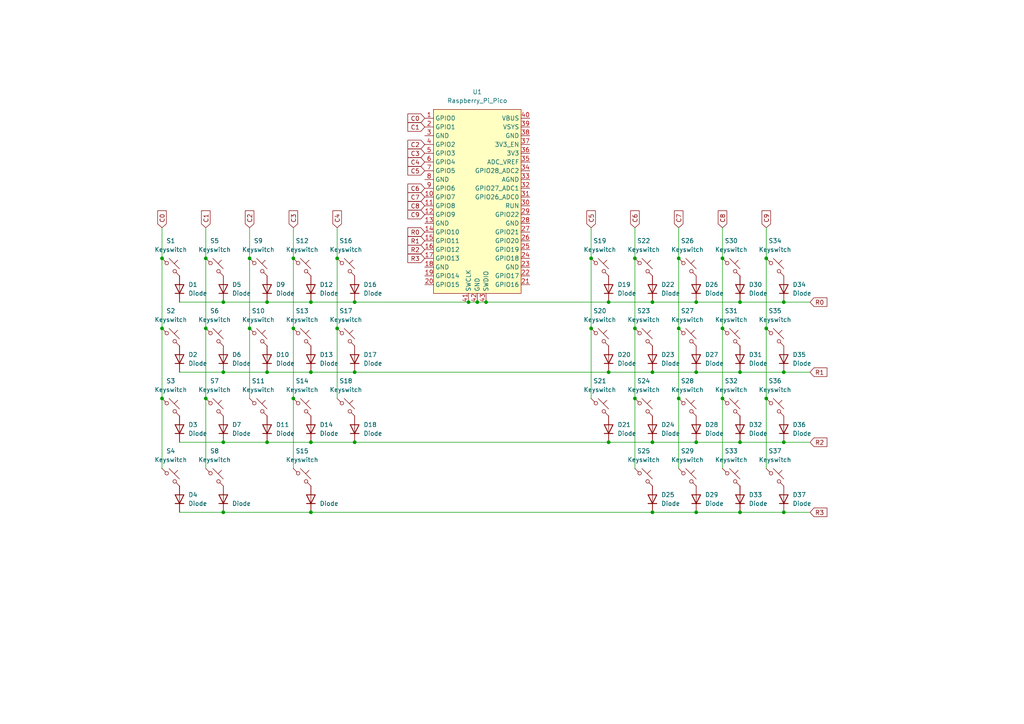
<source format=kicad_sch>
(kicad_sch
	(version 20231120)
	(generator "eeschema")
	(generator_version "8.0")
	(uuid "340cc4ee-28f1-49fb-ba4f-c4cace673be2")
	(paper "A4")
	(lib_symbols
		(symbol "ScottoKeebs:MCU_Raspberry_Pi_Pico"
			(exclude_from_sim no)
			(in_bom yes)
			(on_board yes)
			(property "Reference" "U"
				(at 0 0 0)
				(effects
					(font
						(size 1.27 1.27)
					)
				)
			)
			(property "Value" "Raspberry_Pi_Pico"
				(at 0 27.94 0)
				(effects
					(font
						(size 1.27 1.27)
					)
				)
			)
			(property "Footprint" "ScottoKeebs_MCU:Raspberry_Pi_Pico"
				(at 0 30.48 0)
				(effects
					(font
						(size 1.27 1.27)
					)
					(hide yes)
				)
			)
			(property "Datasheet" ""
				(at 0 0 0)
				(effects
					(font
						(size 1.27 1.27)
					)
					(hide yes)
				)
			)
			(property "Description" ""
				(at 0 0 0)
				(effects
					(font
						(size 1.27 1.27)
					)
					(hide yes)
				)
			)
			(symbol "MCU_Raspberry_Pi_Pico_0_1"
				(rectangle
					(start -12.7 26.67)
					(end 12.7 -26.67)
					(stroke
						(width 0)
						(type default)
					)
					(fill
						(type background)
					)
				)
			)
			(symbol "MCU_Raspberry_Pi_Pico_1_1"
				(pin bidirectional line
					(at -15.24 24.13 0)
					(length 2.54)
					(name "GPIO0"
						(effects
							(font
								(size 1.27 1.27)
							)
						)
					)
					(number "1"
						(effects
							(font
								(size 1.27 1.27)
							)
						)
					)
				)
				(pin bidirectional line
					(at -15.24 1.27 0)
					(length 2.54)
					(name "GPIO7"
						(effects
							(font
								(size 1.27 1.27)
							)
						)
					)
					(number "10"
						(effects
							(font
								(size 1.27 1.27)
							)
						)
					)
				)
				(pin bidirectional line
					(at -15.24 -1.27 0)
					(length 2.54)
					(name "GPIO8"
						(effects
							(font
								(size 1.27 1.27)
							)
						)
					)
					(number "11"
						(effects
							(font
								(size 1.27 1.27)
							)
						)
					)
				)
				(pin bidirectional line
					(at -15.24 -3.81 0)
					(length 2.54)
					(name "GPIO9"
						(effects
							(font
								(size 1.27 1.27)
							)
						)
					)
					(number "12"
						(effects
							(font
								(size 1.27 1.27)
							)
						)
					)
				)
				(pin power_in line
					(at -15.24 -6.35 0)
					(length 2.54)
					(name "GND"
						(effects
							(font
								(size 1.27 1.27)
							)
						)
					)
					(number "13"
						(effects
							(font
								(size 1.27 1.27)
							)
						)
					)
				)
				(pin bidirectional line
					(at -15.24 -8.89 0)
					(length 2.54)
					(name "GPIO10"
						(effects
							(font
								(size 1.27 1.27)
							)
						)
					)
					(number "14"
						(effects
							(font
								(size 1.27 1.27)
							)
						)
					)
				)
				(pin bidirectional line
					(at -15.24 -11.43 0)
					(length 2.54)
					(name "GPIO11"
						(effects
							(font
								(size 1.27 1.27)
							)
						)
					)
					(number "15"
						(effects
							(font
								(size 1.27 1.27)
							)
						)
					)
				)
				(pin bidirectional line
					(at -15.24 -13.97 0)
					(length 2.54)
					(name "GPIO12"
						(effects
							(font
								(size 1.27 1.27)
							)
						)
					)
					(number "16"
						(effects
							(font
								(size 1.27 1.27)
							)
						)
					)
				)
				(pin bidirectional line
					(at -15.24 -16.51 0)
					(length 2.54)
					(name "GPIO13"
						(effects
							(font
								(size 1.27 1.27)
							)
						)
					)
					(number "17"
						(effects
							(font
								(size 1.27 1.27)
							)
						)
					)
				)
				(pin power_in line
					(at -15.24 -19.05 0)
					(length 2.54)
					(name "GND"
						(effects
							(font
								(size 1.27 1.27)
							)
						)
					)
					(number "18"
						(effects
							(font
								(size 1.27 1.27)
							)
						)
					)
				)
				(pin bidirectional line
					(at -15.24 -21.59 0)
					(length 2.54)
					(name "GPIO14"
						(effects
							(font
								(size 1.27 1.27)
							)
						)
					)
					(number "19"
						(effects
							(font
								(size 1.27 1.27)
							)
						)
					)
				)
				(pin bidirectional line
					(at -15.24 21.59 0)
					(length 2.54)
					(name "GPIO1"
						(effects
							(font
								(size 1.27 1.27)
							)
						)
					)
					(number "2"
						(effects
							(font
								(size 1.27 1.27)
							)
						)
					)
				)
				(pin bidirectional line
					(at -15.24 -24.13 0)
					(length 2.54)
					(name "GPIO15"
						(effects
							(font
								(size 1.27 1.27)
							)
						)
					)
					(number "20"
						(effects
							(font
								(size 1.27 1.27)
							)
						)
					)
				)
				(pin bidirectional line
					(at 15.24 -24.13 180)
					(length 2.54)
					(name "GPIO16"
						(effects
							(font
								(size 1.27 1.27)
							)
						)
					)
					(number "21"
						(effects
							(font
								(size 1.27 1.27)
							)
						)
					)
				)
				(pin bidirectional line
					(at 15.24 -21.59 180)
					(length 2.54)
					(name "GPIO17"
						(effects
							(font
								(size 1.27 1.27)
							)
						)
					)
					(number "22"
						(effects
							(font
								(size 1.27 1.27)
							)
						)
					)
				)
				(pin power_in line
					(at 15.24 -19.05 180)
					(length 2.54)
					(name "GND"
						(effects
							(font
								(size 1.27 1.27)
							)
						)
					)
					(number "23"
						(effects
							(font
								(size 1.27 1.27)
							)
						)
					)
				)
				(pin bidirectional line
					(at 15.24 -16.51 180)
					(length 2.54)
					(name "GPIO18"
						(effects
							(font
								(size 1.27 1.27)
							)
						)
					)
					(number "24"
						(effects
							(font
								(size 1.27 1.27)
							)
						)
					)
				)
				(pin bidirectional line
					(at 15.24 -13.97 180)
					(length 2.54)
					(name "GPIO19"
						(effects
							(font
								(size 1.27 1.27)
							)
						)
					)
					(number "25"
						(effects
							(font
								(size 1.27 1.27)
							)
						)
					)
				)
				(pin bidirectional line
					(at 15.24 -11.43 180)
					(length 2.54)
					(name "GPIO20"
						(effects
							(font
								(size 1.27 1.27)
							)
						)
					)
					(number "26"
						(effects
							(font
								(size 1.27 1.27)
							)
						)
					)
				)
				(pin bidirectional line
					(at 15.24 -8.89 180)
					(length 2.54)
					(name "GPIO21"
						(effects
							(font
								(size 1.27 1.27)
							)
						)
					)
					(number "27"
						(effects
							(font
								(size 1.27 1.27)
							)
						)
					)
				)
				(pin power_in line
					(at 15.24 -6.35 180)
					(length 2.54)
					(name "GND"
						(effects
							(font
								(size 1.27 1.27)
							)
						)
					)
					(number "28"
						(effects
							(font
								(size 1.27 1.27)
							)
						)
					)
				)
				(pin bidirectional line
					(at 15.24 -3.81 180)
					(length 2.54)
					(name "GPIO22"
						(effects
							(font
								(size 1.27 1.27)
							)
						)
					)
					(number "29"
						(effects
							(font
								(size 1.27 1.27)
							)
						)
					)
				)
				(pin power_in line
					(at -15.24 19.05 0)
					(length 2.54)
					(name "GND"
						(effects
							(font
								(size 1.27 1.27)
							)
						)
					)
					(number "3"
						(effects
							(font
								(size 1.27 1.27)
							)
						)
					)
				)
				(pin input line
					(at 15.24 -1.27 180)
					(length 2.54)
					(name "RUN"
						(effects
							(font
								(size 1.27 1.27)
							)
						)
					)
					(number "30"
						(effects
							(font
								(size 1.27 1.27)
							)
						)
					)
				)
				(pin bidirectional line
					(at 15.24 1.27 180)
					(length 2.54)
					(name "GPIO26_ADC0"
						(effects
							(font
								(size 1.27 1.27)
							)
						)
					)
					(number "31"
						(effects
							(font
								(size 1.27 1.27)
							)
						)
					)
				)
				(pin bidirectional line
					(at 15.24 3.81 180)
					(length 2.54)
					(name "GPIO27_ADC1"
						(effects
							(font
								(size 1.27 1.27)
							)
						)
					)
					(number "32"
						(effects
							(font
								(size 1.27 1.27)
							)
						)
					)
				)
				(pin power_in line
					(at 15.24 6.35 180)
					(length 2.54)
					(name "AGND"
						(effects
							(font
								(size 1.27 1.27)
							)
						)
					)
					(number "33"
						(effects
							(font
								(size 1.27 1.27)
							)
						)
					)
				)
				(pin bidirectional line
					(at 15.24 8.89 180)
					(length 2.54)
					(name "GPIO28_ADC2"
						(effects
							(font
								(size 1.27 1.27)
							)
						)
					)
					(number "34"
						(effects
							(font
								(size 1.27 1.27)
							)
						)
					)
				)
				(pin power_in line
					(at 15.24 11.43 180)
					(length 2.54)
					(name "ADC_VREF"
						(effects
							(font
								(size 1.27 1.27)
							)
						)
					)
					(number "35"
						(effects
							(font
								(size 1.27 1.27)
							)
						)
					)
				)
				(pin power_in line
					(at 15.24 13.97 180)
					(length 2.54)
					(name "3V3"
						(effects
							(font
								(size 1.27 1.27)
							)
						)
					)
					(number "36"
						(effects
							(font
								(size 1.27 1.27)
							)
						)
					)
				)
				(pin input line
					(at 15.24 16.51 180)
					(length 2.54)
					(name "3V3_EN"
						(effects
							(font
								(size 1.27 1.27)
							)
						)
					)
					(number "37"
						(effects
							(font
								(size 1.27 1.27)
							)
						)
					)
				)
				(pin bidirectional line
					(at 15.24 19.05 180)
					(length 2.54)
					(name "GND"
						(effects
							(font
								(size 1.27 1.27)
							)
						)
					)
					(number "38"
						(effects
							(font
								(size 1.27 1.27)
							)
						)
					)
				)
				(pin power_in line
					(at 15.24 21.59 180)
					(length 2.54)
					(name "VSYS"
						(effects
							(font
								(size 1.27 1.27)
							)
						)
					)
					(number "39"
						(effects
							(font
								(size 1.27 1.27)
							)
						)
					)
				)
				(pin bidirectional line
					(at -15.24 16.51 0)
					(length 2.54)
					(name "GPIO2"
						(effects
							(font
								(size 1.27 1.27)
							)
						)
					)
					(number "4"
						(effects
							(font
								(size 1.27 1.27)
							)
						)
					)
				)
				(pin power_in line
					(at 15.24 24.13 180)
					(length 2.54)
					(name "VBUS"
						(effects
							(font
								(size 1.27 1.27)
							)
						)
					)
					(number "40"
						(effects
							(font
								(size 1.27 1.27)
							)
						)
					)
				)
				(pin input line
					(at -2.54 -29.21 90)
					(length 2.54)
					(name "SWCLK"
						(effects
							(font
								(size 1.27 1.27)
							)
						)
					)
					(number "41"
						(effects
							(font
								(size 1.27 1.27)
							)
						)
					)
				)
				(pin power_in line
					(at 0 -29.21 90)
					(length 2.54)
					(name "GND"
						(effects
							(font
								(size 1.27 1.27)
							)
						)
					)
					(number "42"
						(effects
							(font
								(size 1.27 1.27)
							)
						)
					)
				)
				(pin bidirectional line
					(at 2.54 -29.21 90)
					(length 2.54)
					(name "SWDIO"
						(effects
							(font
								(size 1.27 1.27)
							)
						)
					)
					(number "43"
						(effects
							(font
								(size 1.27 1.27)
							)
						)
					)
				)
				(pin bidirectional line
					(at -15.24 13.97 0)
					(length 2.54)
					(name "GPIO3"
						(effects
							(font
								(size 1.27 1.27)
							)
						)
					)
					(number "5"
						(effects
							(font
								(size 1.27 1.27)
							)
						)
					)
				)
				(pin bidirectional line
					(at -15.24 11.43 0)
					(length 2.54)
					(name "GPIO4"
						(effects
							(font
								(size 1.27 1.27)
							)
						)
					)
					(number "6"
						(effects
							(font
								(size 1.27 1.27)
							)
						)
					)
				)
				(pin bidirectional line
					(at -15.24 8.89 0)
					(length 2.54)
					(name "GPIO5"
						(effects
							(font
								(size 1.27 1.27)
							)
						)
					)
					(number "7"
						(effects
							(font
								(size 1.27 1.27)
							)
						)
					)
				)
				(pin power_in line
					(at -15.24 6.35 0)
					(length 2.54)
					(name "GND"
						(effects
							(font
								(size 1.27 1.27)
							)
						)
					)
					(number "8"
						(effects
							(font
								(size 1.27 1.27)
							)
						)
					)
				)
				(pin bidirectional line
					(at -15.24 3.81 0)
					(length 2.54)
					(name "GPIO6"
						(effects
							(font
								(size 1.27 1.27)
							)
						)
					)
					(number "9"
						(effects
							(font
								(size 1.27 1.27)
							)
						)
					)
				)
			)
		)
		(symbol "ScottoKeebs:Placeholder_Diode"
			(pin_numbers hide)
			(pin_names hide)
			(exclude_from_sim no)
			(in_bom yes)
			(on_board yes)
			(property "Reference" "D"
				(at 0 2.54 0)
				(effects
					(font
						(size 1.27 1.27)
					)
				)
			)
			(property "Value" "Diode"
				(at 0 -2.54 0)
				(effects
					(font
						(size 1.27 1.27)
					)
				)
			)
			(property "Footprint" ""
				(at 0 0 0)
				(effects
					(font
						(size 1.27 1.27)
					)
					(hide yes)
				)
			)
			(property "Datasheet" ""
				(at 0 0 0)
				(effects
					(font
						(size 1.27 1.27)
					)
					(hide yes)
				)
			)
			(property "Description" "1N4148 (DO-35) or 1N4148W (SOD-123)"
				(at 0 0 0)
				(effects
					(font
						(size 1.27 1.27)
					)
					(hide yes)
				)
			)
			(property "Sim.Device" "D"
				(at 0 0 0)
				(effects
					(font
						(size 1.27 1.27)
					)
					(hide yes)
				)
			)
			(property "Sim.Pins" "1=K 2=A"
				(at 0 0 0)
				(effects
					(font
						(size 1.27 1.27)
					)
					(hide yes)
				)
			)
			(property "ki_keywords" "diode"
				(at 0 0 0)
				(effects
					(font
						(size 1.27 1.27)
					)
					(hide yes)
				)
			)
			(property "ki_fp_filters" "D*DO?35*"
				(at 0 0 0)
				(effects
					(font
						(size 1.27 1.27)
					)
					(hide yes)
				)
			)
			(symbol "Placeholder_Diode_0_1"
				(polyline
					(pts
						(xy -1.27 1.27) (xy -1.27 -1.27)
					)
					(stroke
						(width 0.254)
						(type default)
					)
					(fill
						(type none)
					)
				)
				(polyline
					(pts
						(xy 1.27 0) (xy -1.27 0)
					)
					(stroke
						(width 0)
						(type default)
					)
					(fill
						(type none)
					)
				)
				(polyline
					(pts
						(xy 1.27 1.27) (xy 1.27 -1.27) (xy -1.27 0) (xy 1.27 1.27)
					)
					(stroke
						(width 0.254)
						(type default)
					)
					(fill
						(type none)
					)
				)
			)
			(symbol "Placeholder_Diode_1_1"
				(pin passive line
					(at -3.81 0 0)
					(length 2.54)
					(name "K"
						(effects
							(font
								(size 1.27 1.27)
							)
						)
					)
					(number "1"
						(effects
							(font
								(size 1.27 1.27)
							)
						)
					)
				)
				(pin passive line
					(at 3.81 0 180)
					(length 2.54)
					(name "A"
						(effects
							(font
								(size 1.27 1.27)
							)
						)
					)
					(number "2"
						(effects
							(font
								(size 1.27 1.27)
							)
						)
					)
				)
			)
		)
		(symbol "ScottoKeebs:Placeholder_Keyswitch"
			(pin_numbers hide)
			(pin_names
				(offset 1.016) hide)
			(exclude_from_sim no)
			(in_bom yes)
			(on_board yes)
			(property "Reference" "S"
				(at 3.048 1.016 0)
				(effects
					(font
						(size 1.27 1.27)
					)
					(justify left)
				)
			)
			(property "Value" "Keyswitch"
				(at 0 -3.81 0)
				(effects
					(font
						(size 1.27 1.27)
					)
				)
			)
			(property "Footprint" ""
				(at 0 0 0)
				(effects
					(font
						(size 1.27 1.27)
					)
					(hide yes)
				)
			)
			(property "Datasheet" "~"
				(at 0 0 0)
				(effects
					(font
						(size 1.27 1.27)
					)
					(hide yes)
				)
			)
			(property "Description" "Push button switch, normally open, two pins, 45° tilted"
				(at 0 0 0)
				(effects
					(font
						(size 1.27 1.27)
					)
					(hide yes)
				)
			)
			(property "ki_keywords" "switch normally-open pushbutton push-button"
				(at 0 0 0)
				(effects
					(font
						(size 1.27 1.27)
					)
					(hide yes)
				)
			)
			(symbol "Placeholder_Keyswitch_0_1"
				(circle
					(center -1.1684 1.1684)
					(radius 0.508)
					(stroke
						(width 0)
						(type default)
					)
					(fill
						(type none)
					)
				)
				(polyline
					(pts
						(xy -0.508 2.54) (xy 2.54 -0.508)
					)
					(stroke
						(width 0)
						(type default)
					)
					(fill
						(type none)
					)
				)
				(polyline
					(pts
						(xy 1.016 1.016) (xy 2.032 2.032)
					)
					(stroke
						(width 0)
						(type default)
					)
					(fill
						(type none)
					)
				)
				(polyline
					(pts
						(xy -2.54 2.54) (xy -1.524 1.524) (xy -1.524 1.524)
					)
					(stroke
						(width 0)
						(type default)
					)
					(fill
						(type none)
					)
				)
				(polyline
					(pts
						(xy 1.524 -1.524) (xy 2.54 -2.54) (xy 2.54 -2.54) (xy 2.54 -2.54)
					)
					(stroke
						(width 0)
						(type default)
					)
					(fill
						(type none)
					)
				)
				(circle
					(center 1.143 -1.1938)
					(radius 0.508)
					(stroke
						(width 0)
						(type default)
					)
					(fill
						(type none)
					)
				)
				(pin passive line
					(at -2.54 2.54 0)
					(length 0)
					(name "1"
						(effects
							(font
								(size 1.27 1.27)
							)
						)
					)
					(number "1"
						(effects
							(font
								(size 1.27 1.27)
							)
						)
					)
				)
				(pin passive line
					(at 2.54 -2.54 180)
					(length 0)
					(name "2"
						(effects
							(font
								(size 1.27 1.27)
							)
						)
					)
					(number "2"
						(effects
							(font
								(size 1.27 1.27)
							)
						)
					)
				)
			)
		)
	)
	(junction
		(at 189.23 87.63)
		(diameter 0)
		(color 0 0 0 0)
		(uuid "04defd55-1b35-455a-8161-2d471514918e")
	)
	(junction
		(at 214.63 148.59)
		(diameter 0)
		(color 0 0 0 0)
		(uuid "099be3a6-3fd6-4df5-a8f0-5afd136dc721")
	)
	(junction
		(at 77.47 107.95)
		(diameter 0)
		(color 0 0 0 0)
		(uuid "0f68dfe3-8656-444d-adef-8feb2bfd1f6d")
	)
	(junction
		(at 189.23 148.59)
		(diameter 0)
		(color 0 0 0 0)
		(uuid "11101859-d108-42f7-9e66-72a6aa3f2fc7")
	)
	(junction
		(at 85.09 74.93)
		(diameter 0)
		(color 0 0 0 0)
		(uuid "11f2e005-1eee-4e3e-86cb-d8b14cfcaee3")
	)
	(junction
		(at 85.09 115.57)
		(diameter 0)
		(color 0 0 0 0)
		(uuid "1bde5c0a-046c-4f50-aca9-c775b3edf757")
	)
	(junction
		(at 46.99 115.57)
		(diameter 0)
		(color 0 0 0 0)
		(uuid "1d76e344-b04c-4d54-b412-93c09769bc8b")
	)
	(junction
		(at 90.17 87.63)
		(diameter 0)
		(color 0 0 0 0)
		(uuid "2179e762-004f-4419-9b7e-2099c803e52a")
	)
	(junction
		(at 140.97 87.63)
		(diameter 0)
		(color 0 0 0 0)
		(uuid "2375f3c5-fc82-44f2-af3f-b0b6ee0a4662")
	)
	(junction
		(at 209.55 74.93)
		(diameter 0)
		(color 0 0 0 0)
		(uuid "27f67a3d-8416-489f-aa7c-42b301035962")
	)
	(junction
		(at 227.33 148.59)
		(diameter 0)
		(color 0 0 0 0)
		(uuid "2d925d29-b04e-4f52-befb-59b1a4f7f4b6")
	)
	(junction
		(at 77.47 87.63)
		(diameter 0)
		(color 0 0 0 0)
		(uuid "349339e1-09f8-442e-a729-7f95e08f89d7")
	)
	(junction
		(at 46.99 74.93)
		(diameter 0)
		(color 0 0 0 0)
		(uuid "35396efb-d80d-4fde-bd09-8503d9f0762b")
	)
	(junction
		(at 64.77 87.63)
		(diameter 0)
		(color 0 0 0 0)
		(uuid "35eb7345-c459-42a7-9274-d8e27285007a")
	)
	(junction
		(at 176.53 87.63)
		(diameter 0)
		(color 0 0 0 0)
		(uuid "38e96334-76ca-4f70-9a00-849126bfadb3")
	)
	(junction
		(at 97.79 74.93)
		(diameter 0)
		(color 0 0 0 0)
		(uuid "449b5858-048e-4c6b-ad2b-9ee7ff5962ce")
	)
	(junction
		(at 214.63 107.95)
		(diameter 0)
		(color 0 0 0 0)
		(uuid "4698d22a-fa6f-4a0a-9f6b-2464e1082138")
	)
	(junction
		(at 222.25 95.25)
		(diameter 0)
		(color 0 0 0 0)
		(uuid "480ed257-3fa1-4738-9f93-153befa50af2")
	)
	(junction
		(at 102.87 128.27)
		(diameter 0)
		(color 0 0 0 0)
		(uuid "48d92ae5-4df3-4f03-ad88-da06774c8bc6")
	)
	(junction
		(at 196.85 95.25)
		(diameter 0)
		(color 0 0 0 0)
		(uuid "4bd83c54-cea8-4b41-b3a6-259b63dabcdc")
	)
	(junction
		(at 184.15 74.93)
		(diameter 0)
		(color 0 0 0 0)
		(uuid "4eac4907-5855-4e82-8134-fe0eb5ea79e4")
	)
	(junction
		(at 72.39 74.93)
		(diameter 0)
		(color 0 0 0 0)
		(uuid "4f728248-8be0-4a63-bd05-1ba8ea1e104d")
	)
	(junction
		(at 209.55 115.57)
		(diameter 0)
		(color 0 0 0 0)
		(uuid "52eb7145-3d80-4d21-8486-622d8edde701")
	)
	(junction
		(at 64.77 107.95)
		(diameter 0)
		(color 0 0 0 0)
		(uuid "555b2051-6a99-4a17-984b-6e49264416d8")
	)
	(junction
		(at 72.39 95.25)
		(diameter 0)
		(color 0 0 0 0)
		(uuid "55d64ac9-67ee-4290-8338-423341bf3792")
	)
	(junction
		(at 59.69 95.25)
		(diameter 0)
		(color 0 0 0 0)
		(uuid "57f173f7-892b-4c75-8ad4-0f8140276905")
	)
	(junction
		(at 138.43 87.63)
		(diameter 0)
		(color 0 0 0 0)
		(uuid "5eb0e076-3edd-4c62-b012-7266f842c31e")
	)
	(junction
		(at 201.93 148.59)
		(diameter 0)
		(color 0 0 0 0)
		(uuid "62e12371-1354-4de7-acee-0bedf49ba844")
	)
	(junction
		(at 227.33 87.63)
		(diameter 0)
		(color 0 0 0 0)
		(uuid "6adb99cb-edf0-4b07-b7b2-bebc742bf430")
	)
	(junction
		(at 102.87 87.63)
		(diameter 0)
		(color 0 0 0 0)
		(uuid "6c3ccc2c-0df8-469b-8823-f6e586820abc")
	)
	(junction
		(at 214.63 128.27)
		(diameter 0)
		(color 0 0 0 0)
		(uuid "70c0ec4e-ff42-4813-9bce-766fd8bc55c2")
	)
	(junction
		(at 135.89 87.63)
		(diameter 0)
		(color 0 0 0 0)
		(uuid "7244e595-9942-494a-b3b2-ce8245bf3143")
	)
	(junction
		(at 189.23 128.27)
		(diameter 0)
		(color 0 0 0 0)
		(uuid "72d6b8cd-b62f-437f-84bd-9776dee0e63b")
	)
	(junction
		(at 214.63 87.63)
		(diameter 0)
		(color 0 0 0 0)
		(uuid "731d472e-305a-451f-84ea-398ded8bec5c")
	)
	(junction
		(at 90.17 148.59)
		(diameter 0)
		(color 0 0 0 0)
		(uuid "732ce216-d6e6-4882-9491-23e1cf6e7418")
	)
	(junction
		(at 59.69 74.93)
		(diameter 0)
		(color 0 0 0 0)
		(uuid "74229966-3154-4bf0-9ae3-8eac1f6cd9f5")
	)
	(junction
		(at 184.15 95.25)
		(diameter 0)
		(color 0 0 0 0)
		(uuid "802905ce-700b-4316-92f5-54432d0a8791")
	)
	(junction
		(at 209.55 95.25)
		(diameter 0)
		(color 0 0 0 0)
		(uuid "81bcfcb2-75b4-4502-a46c-da8e4626d5b3")
	)
	(junction
		(at 201.93 87.63)
		(diameter 0)
		(color 0 0 0 0)
		(uuid "82c84dd4-08b0-404d-a644-d8c250b30ab2")
	)
	(junction
		(at 64.77 148.59)
		(diameter 0)
		(color 0 0 0 0)
		(uuid "84f611aa-c995-4572-9430-27480152a5ca")
	)
	(junction
		(at 77.47 128.27)
		(diameter 0)
		(color 0 0 0 0)
		(uuid "8579442b-a7c8-4c73-b9ac-cb9246a13582")
	)
	(junction
		(at 201.93 128.27)
		(diameter 0)
		(color 0 0 0 0)
		(uuid "8b842f8e-05e5-464e-bfb3-d63617a6815c")
	)
	(junction
		(at 90.17 128.27)
		(diameter 0)
		(color 0 0 0 0)
		(uuid "9bfa017c-4592-4702-9a2f-e8cfcd2748e8")
	)
	(junction
		(at 102.87 107.95)
		(diameter 0)
		(color 0 0 0 0)
		(uuid "a110e8e6-cc98-4c90-b481-2cc417c150b5")
	)
	(junction
		(at 64.77 128.27)
		(diameter 0)
		(color 0 0 0 0)
		(uuid "a25a74b1-fe07-4bf2-a6ea-87ba172ab2d8")
	)
	(junction
		(at 227.33 107.95)
		(diameter 0)
		(color 0 0 0 0)
		(uuid "b24fa8fe-ff27-45cb-a66a-60491b58162c")
	)
	(junction
		(at 97.79 95.25)
		(diameter 0)
		(color 0 0 0 0)
		(uuid "b6093bf3-0a30-4cc0-a4ef-52822514ec87")
	)
	(junction
		(at 222.25 115.57)
		(diameter 0)
		(color 0 0 0 0)
		(uuid "bc8eb087-d276-4cfd-bbdc-6ec2c4231576")
	)
	(junction
		(at 176.53 128.27)
		(diameter 0)
		(color 0 0 0 0)
		(uuid "c64c8a18-4a78-4ef9-807d-5745751cd0bd")
	)
	(junction
		(at 85.09 95.25)
		(diameter 0)
		(color 0 0 0 0)
		(uuid "c7e1eeb5-8a34-4ec6-b697-7abfac4f1874")
	)
	(junction
		(at 176.53 107.95)
		(diameter 0)
		(color 0 0 0 0)
		(uuid "cbcea269-974f-4802-99c8-047d0cc01d7b")
	)
	(junction
		(at 196.85 115.57)
		(diameter 0)
		(color 0 0 0 0)
		(uuid "ce98b459-acc8-4b66-a728-76095f0f7019")
	)
	(junction
		(at 171.45 74.93)
		(diameter 0)
		(color 0 0 0 0)
		(uuid "ceb051cc-7ce2-4bfe-b370-c7c5c5d871e2")
	)
	(junction
		(at 46.99 95.25)
		(diameter 0)
		(color 0 0 0 0)
		(uuid "d22700b4-a6a7-47f8-a4d6-902a923fddf9")
	)
	(junction
		(at 196.85 74.93)
		(diameter 0)
		(color 0 0 0 0)
		(uuid "d96ce348-3d29-4db3-911a-d53c82a99b69")
	)
	(junction
		(at 227.33 128.27)
		(diameter 0)
		(color 0 0 0 0)
		(uuid "db3357aa-111f-4379-bba7-0c9e0a7a86c4")
	)
	(junction
		(at 90.17 107.95)
		(diameter 0)
		(color 0 0 0 0)
		(uuid "de0cad09-73d4-4962-b0fb-8352aca7ac4a")
	)
	(junction
		(at 184.15 115.57)
		(diameter 0)
		(color 0 0 0 0)
		(uuid "e164eda8-bec9-4a15-bc87-8eefa0694385")
	)
	(junction
		(at 171.45 95.25)
		(diameter 0)
		(color 0 0 0 0)
		(uuid "e5a85f2f-ec65-4097-89f7-6b81316640c3")
	)
	(junction
		(at 189.23 107.95)
		(diameter 0)
		(color 0 0 0 0)
		(uuid "e76c331f-c71e-439f-af95-ed5f64f9a8de")
	)
	(junction
		(at 59.69 115.57)
		(diameter 0)
		(color 0 0 0 0)
		(uuid "eb834e1d-70b8-4b35-9634-b51153e47b57")
	)
	(junction
		(at 222.25 74.93)
		(diameter 0)
		(color 0 0 0 0)
		(uuid "f5b20d14-bcbd-446d-b8af-4b4b8d95cc26")
	)
	(junction
		(at 201.93 107.95)
		(diameter 0)
		(color 0 0 0 0)
		(uuid "ffe257f6-7fb2-46a5-a025-725c720a2a9b")
	)
	(wire
		(pts
			(xy 85.09 115.57) (xy 85.09 135.89)
		)
		(stroke
			(width 0)
			(type default)
		)
		(uuid "04ce9a76-1c9f-4be4-8c0d-74e3d633c986")
	)
	(wire
		(pts
			(xy 90.17 87.63) (xy 102.87 87.63)
		)
		(stroke
			(width 0)
			(type default)
		)
		(uuid "117353ae-b50a-486a-b0ec-d0a0916c7497")
	)
	(wire
		(pts
			(xy 189.23 87.63) (xy 201.93 87.63)
		)
		(stroke
			(width 0)
			(type default)
		)
		(uuid "14855568-55f4-4df2-ac58-9db970aae704")
	)
	(wire
		(pts
			(xy 222.25 66.04) (xy 222.25 74.93)
		)
		(stroke
			(width 0)
			(type default)
		)
		(uuid "15019253-4018-4a98-aaa9-2d2916727147")
	)
	(wire
		(pts
			(xy 77.47 107.95) (xy 90.17 107.95)
		)
		(stroke
			(width 0)
			(type default)
		)
		(uuid "1713ebc5-b8c6-474a-aa74-f6898bdb8d93")
	)
	(wire
		(pts
			(xy 102.87 87.63) (xy 135.89 87.63)
		)
		(stroke
			(width 0)
			(type default)
		)
		(uuid "1724301d-7bfa-4b1d-b01b-9cf547322232")
	)
	(wire
		(pts
			(xy 46.99 74.93) (xy 46.99 95.25)
		)
		(stroke
			(width 0)
			(type default)
		)
		(uuid "21319681-b51b-4ab7-8a6f-ef0300fcc952")
	)
	(wire
		(pts
			(xy 64.77 87.63) (xy 77.47 87.63)
		)
		(stroke
			(width 0)
			(type default)
		)
		(uuid "21561bf1-75df-4de0-bd1a-ce1ab9932102")
	)
	(wire
		(pts
			(xy 90.17 128.27) (xy 102.87 128.27)
		)
		(stroke
			(width 0)
			(type default)
		)
		(uuid "25111a01-4895-46ac-b13b-a9987a75cc44")
	)
	(wire
		(pts
			(xy 135.89 87.63) (xy 138.43 87.63)
		)
		(stroke
			(width 0)
			(type default)
		)
		(uuid "27041f21-e429-4069-b970-b41310c1d077")
	)
	(wire
		(pts
			(xy 171.45 74.93) (xy 171.45 95.25)
		)
		(stroke
			(width 0)
			(type default)
		)
		(uuid "2993da1d-95eb-4f56-bf86-e4e3b82b74dc")
	)
	(wire
		(pts
			(xy 72.39 74.93) (xy 72.39 95.25)
		)
		(stroke
			(width 0)
			(type default)
		)
		(uuid "38993ce8-dc5d-4603-9f7e-2ee735a545ae")
	)
	(wire
		(pts
			(xy 184.15 74.93) (xy 184.15 95.25)
		)
		(stroke
			(width 0)
			(type default)
		)
		(uuid "4a19ded9-b52b-4012-b8de-0cc59b1f03db")
	)
	(wire
		(pts
			(xy 64.77 107.95) (xy 77.47 107.95)
		)
		(stroke
			(width 0)
			(type default)
		)
		(uuid "5319983c-5b4f-4b7a-90f3-9c8254ea7115")
	)
	(wire
		(pts
			(xy 64.77 148.59) (xy 90.17 148.59)
		)
		(stroke
			(width 0)
			(type default)
		)
		(uuid "5597baef-3007-421e-900e-fca0edd1cc35")
	)
	(wire
		(pts
			(xy 102.87 107.95) (xy 176.53 107.95)
		)
		(stroke
			(width 0)
			(type default)
		)
		(uuid "563408dd-ef87-42a5-b33e-11e2e722e1d0")
	)
	(wire
		(pts
			(xy 196.85 74.93) (xy 196.85 95.25)
		)
		(stroke
			(width 0)
			(type default)
		)
		(uuid "59236d5a-9706-400b-a6dd-f7bbd70a230c")
	)
	(wire
		(pts
			(xy 52.07 148.59) (xy 64.77 148.59)
		)
		(stroke
			(width 0)
			(type default)
		)
		(uuid "5b66bc83-9fae-4d50-bb47-b81266224624")
	)
	(wire
		(pts
			(xy 227.33 128.27) (xy 234.95 128.27)
		)
		(stroke
			(width 0)
			(type default)
		)
		(uuid "61e91159-aa81-4295-8bb8-7171abd7628b")
	)
	(wire
		(pts
			(xy 72.39 66.04) (xy 72.39 74.93)
		)
		(stroke
			(width 0)
			(type default)
		)
		(uuid "6c927426-15e0-4f64-9261-8302b4a0de1e")
	)
	(wire
		(pts
			(xy 59.69 95.25) (xy 59.69 115.57)
		)
		(stroke
			(width 0)
			(type default)
		)
		(uuid "6cadfd7a-c524-4874-9e90-b1d3036a9607")
	)
	(wire
		(pts
			(xy 52.07 128.27) (xy 64.77 128.27)
		)
		(stroke
			(width 0)
			(type default)
		)
		(uuid "6d6042fc-53c8-4756-9842-d343a59b11d9")
	)
	(wire
		(pts
			(xy 176.53 107.95) (xy 189.23 107.95)
		)
		(stroke
			(width 0)
			(type default)
		)
		(uuid "6e149784-4d2b-4759-a675-fe16c0a02599")
	)
	(wire
		(pts
			(xy 214.63 128.27) (xy 227.33 128.27)
		)
		(stroke
			(width 0)
			(type default)
		)
		(uuid "704b0692-409c-4095-b243-9248ecdefcbf")
	)
	(wire
		(pts
			(xy 85.09 74.93) (xy 85.09 95.25)
		)
		(stroke
			(width 0)
			(type default)
		)
		(uuid "727987e9-3a00-4fb4-8245-b0d93b2f28f0")
	)
	(wire
		(pts
			(xy 102.87 128.27) (xy 176.53 128.27)
		)
		(stroke
			(width 0)
			(type default)
		)
		(uuid "74a8bb93-fdfe-410b-8f68-d12d3bb931da")
	)
	(wire
		(pts
			(xy 209.55 95.25) (xy 209.55 115.57)
		)
		(stroke
			(width 0)
			(type default)
		)
		(uuid "74c5a198-8d78-43c5-8d74-b39ba6d999dd")
	)
	(wire
		(pts
			(xy 196.85 66.04) (xy 196.85 74.93)
		)
		(stroke
			(width 0)
			(type default)
		)
		(uuid "76275403-9571-4e84-a65a-e873c91a5e58")
	)
	(wire
		(pts
			(xy 77.47 87.63) (xy 90.17 87.63)
		)
		(stroke
			(width 0)
			(type default)
		)
		(uuid "76552061-2c98-402c-9d19-f848ba573809")
	)
	(wire
		(pts
			(xy 72.39 95.25) (xy 72.39 115.57)
		)
		(stroke
			(width 0)
			(type default)
		)
		(uuid "7f260f8b-274c-40c1-83fe-2c572490cd21")
	)
	(wire
		(pts
			(xy 222.25 115.57) (xy 222.25 135.89)
		)
		(stroke
			(width 0)
			(type default)
		)
		(uuid "8a48364b-8d00-4e4b-abfd-798c0350b627")
	)
	(wire
		(pts
			(xy 214.63 107.95) (xy 227.33 107.95)
		)
		(stroke
			(width 0)
			(type default)
		)
		(uuid "8c578f13-8c96-431a-b3cc-dfcd173c7bfb")
	)
	(wire
		(pts
			(xy 227.33 148.59) (xy 234.95 148.59)
		)
		(stroke
			(width 0)
			(type default)
		)
		(uuid "8cf464ab-a96a-4a95-b44a-194e046d6fda")
	)
	(wire
		(pts
			(xy 234.95 107.95) (xy 227.33 107.95)
		)
		(stroke
			(width 0)
			(type default)
		)
		(uuid "8e910ed6-5a1f-4b0e-a3a3-a3a07edd54de")
	)
	(wire
		(pts
			(xy 189.23 107.95) (xy 201.93 107.95)
		)
		(stroke
			(width 0)
			(type default)
		)
		(uuid "944d503c-9ef9-45e2-a830-1be730307c47")
	)
	(wire
		(pts
			(xy 209.55 74.93) (xy 209.55 95.25)
		)
		(stroke
			(width 0)
			(type default)
		)
		(uuid "946063d3-e4d6-4b2d-929c-0c729bc58060")
	)
	(wire
		(pts
			(xy 176.53 87.63) (xy 189.23 87.63)
		)
		(stroke
			(width 0)
			(type default)
		)
		(uuid "95441f52-f1ea-4106-9ad0-5433a1c229ac")
	)
	(wire
		(pts
			(xy 97.79 66.04) (xy 97.79 74.93)
		)
		(stroke
			(width 0)
			(type default)
		)
		(uuid "9751aa1f-8ce0-4837-9d48-12d33a8aa905")
	)
	(wire
		(pts
			(xy 201.93 87.63) (xy 214.63 87.63)
		)
		(stroke
			(width 0)
			(type default)
		)
		(uuid "97c5ed54-084b-4523-9a00-56bb950e2489")
	)
	(wire
		(pts
			(xy 209.55 115.57) (xy 209.55 135.89)
		)
		(stroke
			(width 0)
			(type default)
		)
		(uuid "99fdbed2-e57d-4bb7-a832-48649227e030")
	)
	(wire
		(pts
			(xy 85.09 95.25) (xy 85.09 115.57)
		)
		(stroke
			(width 0)
			(type default)
		)
		(uuid "9e3b23b0-be30-4f32-b646-256affe94a55")
	)
	(wire
		(pts
			(xy 171.45 66.04) (xy 171.45 74.93)
		)
		(stroke
			(width 0)
			(type default)
		)
		(uuid "a443c82f-6842-4481-9d7c-f9ad784a95a7")
	)
	(wire
		(pts
			(xy 196.85 95.25) (xy 196.85 115.57)
		)
		(stroke
			(width 0)
			(type default)
		)
		(uuid "a5066396-5637-4dfd-8302-d25ea00eac51")
	)
	(wire
		(pts
			(xy 140.97 87.63) (xy 176.53 87.63)
		)
		(stroke
			(width 0)
			(type default)
		)
		(uuid "a6e2790d-b968-412a-8e5c-f5776ba514c6")
	)
	(wire
		(pts
			(xy 222.25 95.25) (xy 222.25 115.57)
		)
		(stroke
			(width 0)
			(type default)
		)
		(uuid "a76f6975-50f3-4998-821f-4995b7f3c0cb")
	)
	(wire
		(pts
			(xy 184.15 95.25) (xy 184.15 115.57)
		)
		(stroke
			(width 0)
			(type default)
		)
		(uuid "a9896fc5-998e-403b-a181-45192714d7cb")
	)
	(wire
		(pts
			(xy 196.85 115.57) (xy 196.85 135.89)
		)
		(stroke
			(width 0)
			(type default)
		)
		(uuid "aa362400-c8fd-40c2-a247-dfc11fc4f84d")
	)
	(wire
		(pts
			(xy 214.63 148.59) (xy 227.33 148.59)
		)
		(stroke
			(width 0)
			(type default)
		)
		(uuid "ac088e79-7f62-4048-b0d1-f6049f93486c")
	)
	(wire
		(pts
			(xy 176.53 128.27) (xy 189.23 128.27)
		)
		(stroke
			(width 0)
			(type default)
		)
		(uuid "bb8c0931-396d-4307-8edc-f296dbda898b")
	)
	(wire
		(pts
			(xy 138.43 87.63) (xy 140.97 87.63)
		)
		(stroke
			(width 0)
			(type default)
		)
		(uuid "bbdafa36-eb89-4881-af47-c7a7533f9423")
	)
	(wire
		(pts
			(xy 97.79 95.25) (xy 97.79 115.57)
		)
		(stroke
			(width 0)
			(type default)
		)
		(uuid "bde4b2c8-648f-4125-b3ab-b96d8f16eaf9")
	)
	(wire
		(pts
			(xy 222.25 74.93) (xy 222.25 95.25)
		)
		(stroke
			(width 0)
			(type default)
		)
		(uuid "be677d4d-47c6-492a-af8a-6571abdf0123")
	)
	(wire
		(pts
			(xy 171.45 95.25) (xy 171.45 115.57)
		)
		(stroke
			(width 0)
			(type default)
		)
		(uuid "bee34732-dc58-4f08-8b56-f3abd741578e")
	)
	(wire
		(pts
			(xy 90.17 107.95) (xy 102.87 107.95)
		)
		(stroke
			(width 0)
			(type default)
		)
		(uuid "c1fc3d3a-8854-400a-a7c4-08e05543f0a9")
	)
	(wire
		(pts
			(xy 52.07 107.95) (xy 64.77 107.95)
		)
		(stroke
			(width 0)
			(type default)
		)
		(uuid "cff31be6-9df8-4a21-858a-3e6985aa349f")
	)
	(wire
		(pts
			(xy 46.99 115.57) (xy 46.99 135.89)
		)
		(stroke
			(width 0)
			(type default)
		)
		(uuid "d0423d75-b3f0-451d-b704-be0496409537")
	)
	(wire
		(pts
			(xy 201.93 107.95) (xy 214.63 107.95)
		)
		(stroke
			(width 0)
			(type default)
		)
		(uuid "d121f435-770c-4658-8395-79b63ed9c6e5")
	)
	(wire
		(pts
			(xy 189.23 148.59) (xy 201.93 148.59)
		)
		(stroke
			(width 0)
			(type default)
		)
		(uuid "d735ba28-f933-40eb-ad14-d6c9eed3261b")
	)
	(wire
		(pts
			(xy 234.95 87.63) (xy 227.33 87.63)
		)
		(stroke
			(width 0)
			(type default)
		)
		(uuid "d7b3e605-444b-40c4-8b93-0bcd278c0cba")
	)
	(wire
		(pts
			(xy 85.09 66.04) (xy 85.09 74.93)
		)
		(stroke
			(width 0)
			(type default)
		)
		(uuid "d91b7a16-9679-41c6-9668-b295f8d2191c")
	)
	(wire
		(pts
			(xy 201.93 148.59) (xy 214.63 148.59)
		)
		(stroke
			(width 0)
			(type default)
		)
		(uuid "d94dc49a-c839-40f8-9a66-149b721581be")
	)
	(wire
		(pts
			(xy 59.69 74.93) (xy 59.69 95.25)
		)
		(stroke
			(width 0)
			(type default)
		)
		(uuid "d9f9a369-c02d-4141-a5e5-f0a34745ca04")
	)
	(wire
		(pts
			(xy 184.15 66.04) (xy 184.15 74.93)
		)
		(stroke
			(width 0)
			(type default)
		)
		(uuid "da014665-d5ab-4f8c-8350-d2222d839ee8")
	)
	(wire
		(pts
			(xy 214.63 87.63) (xy 227.33 87.63)
		)
		(stroke
			(width 0)
			(type default)
		)
		(uuid "e04e5aec-de7c-475d-91e6-cda3fb5b4aea")
	)
	(wire
		(pts
			(xy 64.77 128.27) (xy 77.47 128.27)
		)
		(stroke
			(width 0)
			(type default)
		)
		(uuid "e40cb008-625a-4a25-aadf-3c678f9d1459")
	)
	(wire
		(pts
			(xy 184.15 115.57) (xy 184.15 135.89)
		)
		(stroke
			(width 0)
			(type default)
		)
		(uuid "e56fab11-d860-42df-9f0f-b1c6457086b2")
	)
	(wire
		(pts
			(xy 189.23 128.27) (xy 201.93 128.27)
		)
		(stroke
			(width 0)
			(type default)
		)
		(uuid "e6717411-a1e8-4e18-8414-dedbe6688e70")
	)
	(wire
		(pts
			(xy 59.69 66.04) (xy 59.69 74.93)
		)
		(stroke
			(width 0)
			(type default)
		)
		(uuid "e86b86f8-4173-4345-8223-d1972897b4be")
	)
	(wire
		(pts
			(xy 90.17 148.59) (xy 189.23 148.59)
		)
		(stroke
			(width 0)
			(type default)
		)
		(uuid "e874aa5a-42d4-48ec-8031-980bc90e2c7f")
	)
	(wire
		(pts
			(xy 59.69 115.57) (xy 59.69 135.89)
		)
		(stroke
			(width 0)
			(type default)
		)
		(uuid "e972f145-e97a-4f15-afae-afe5624366d0")
	)
	(wire
		(pts
			(xy 77.47 128.27) (xy 90.17 128.27)
		)
		(stroke
			(width 0)
			(type default)
		)
		(uuid "eb291ca8-2cd9-4b18-a403-c3225e72ea49")
	)
	(wire
		(pts
			(xy 52.07 87.63) (xy 64.77 87.63)
		)
		(stroke
			(width 0)
			(type default)
		)
		(uuid "ee441d79-25b8-45cd-9faa-c6b734085e2a")
	)
	(wire
		(pts
			(xy 209.55 66.04) (xy 209.55 74.93)
		)
		(stroke
			(width 0)
			(type default)
		)
		(uuid "eebaade0-f6f4-45b4-972c-e45bb1539694")
	)
	(wire
		(pts
			(xy 46.99 66.04) (xy 46.99 74.93)
		)
		(stroke
			(width 0)
			(type default)
		)
		(uuid "efb4aa2c-4f68-47ef-8f64-33217990d957")
	)
	(wire
		(pts
			(xy 46.99 95.25) (xy 46.99 115.57)
		)
		(stroke
			(width 0)
			(type default)
		)
		(uuid "f4ac6b50-0569-42fc-bfd0-1d3fe21551fb")
	)
	(wire
		(pts
			(xy 201.93 128.27) (xy 214.63 128.27)
		)
		(stroke
			(width 0)
			(type default)
		)
		(uuid "fa514ff7-da43-427d-873d-0aeed643d662")
	)
	(wire
		(pts
			(xy 97.79 74.93) (xy 97.79 95.25)
		)
		(stroke
			(width 0)
			(type default)
		)
		(uuid "fec726ca-0831-4c6b-a643-469dc283adde")
	)
	(global_label "R0"
		(shape input)
		(at 234.95 87.63 0)
		(fields_autoplaced yes)
		(effects
			(font
				(size 1.27 1.27)
			)
			(justify left)
		)
		(uuid "00127e32-2eb5-4f13-831a-72f8a0a62707")
		(property "Intersheetrefs" "${INTERSHEET_REFS}"
			(at 240.4147 87.63 0)
			(effects
				(font
					(size 1.27 1.27)
				)
				(justify left)
				(hide yes)
			)
		)
	)
	(global_label "C9"
		(shape input)
		(at 123.19 62.23 180)
		(fields_autoplaced yes)
		(effects
			(font
				(size 1.27 1.27)
			)
			(justify right)
		)
		(uuid "0e066e01-7473-4af1-9a9d-51c64458bca3")
		(property "Intersheetrefs" "${INTERSHEET_REFS}"
			(at 117.7253 62.23 0)
			(effects
				(font
					(size 1.27 1.27)
				)
				(justify right)
				(hide yes)
			)
		)
	)
	(global_label "R2"
		(shape input)
		(at 234.95 128.27 0)
		(fields_autoplaced yes)
		(effects
			(font
				(size 1.27 1.27)
			)
			(justify left)
		)
		(uuid "186f171c-1f53-483b-a53e-512ab71e9c0e")
		(property "Intersheetrefs" "${INTERSHEET_REFS}"
			(at 240.4147 128.27 0)
			(effects
				(font
					(size 1.27 1.27)
				)
				(justify left)
				(hide yes)
			)
		)
	)
	(global_label "R2"
		(shape input)
		(at 123.19 72.39 180)
		(fields_autoplaced yes)
		(effects
			(font
				(size 1.27 1.27)
			)
			(justify right)
		)
		(uuid "2d23c240-4e3e-464d-8d60-8398bd0caa32")
		(property "Intersheetrefs" "${INTERSHEET_REFS}"
			(at 117.7253 72.39 0)
			(effects
				(font
					(size 1.27 1.27)
				)
				(justify right)
				(hide yes)
			)
		)
	)
	(global_label "C5"
		(shape input)
		(at 123.19 49.53 180)
		(fields_autoplaced yes)
		(effects
			(font
				(size 1.27 1.27)
			)
			(justify right)
		)
		(uuid "419c04da-1082-4b84-b44d-4d03c62f8ae3")
		(property "Intersheetrefs" "${INTERSHEET_REFS}"
			(at 117.7253 49.53 0)
			(effects
				(font
					(size 1.27 1.27)
				)
				(justify right)
				(hide yes)
			)
		)
	)
	(global_label "C4"
		(shape input)
		(at 97.79 66.04 90)
		(fields_autoplaced yes)
		(effects
			(font
				(size 1.27 1.27)
			)
			(justify left)
		)
		(uuid "465babc8-a330-4944-8aa5-cec3b24ab30e")
		(property "Intersheetrefs" "${INTERSHEET_REFS}"
			(at 97.79 60.5753 90)
			(effects
				(font
					(size 1.27 1.27)
				)
				(justify left)
				(hide yes)
			)
		)
	)
	(global_label "C1"
		(shape input)
		(at 123.19 36.83 180)
		(fields_autoplaced yes)
		(effects
			(font
				(size 1.27 1.27)
			)
			(justify right)
		)
		(uuid "4d64bf4e-d469-4752-b54c-dc1ec0e7eb88")
		(property "Intersheetrefs" "${INTERSHEET_REFS}"
			(at 117.7253 36.83 0)
			(effects
				(font
					(size 1.27 1.27)
				)
				(justify right)
				(hide yes)
			)
		)
	)
	(global_label "C6"
		(shape input)
		(at 184.15 66.04 90)
		(fields_autoplaced yes)
		(effects
			(font
				(size 1.27 1.27)
			)
			(justify left)
		)
		(uuid "4da16ecd-66d8-4210-9ab4-aa8bf9d35936")
		(property "Intersheetrefs" "${INTERSHEET_REFS}"
			(at 184.15 60.5753 90)
			(effects
				(font
					(size 1.27 1.27)
				)
				(justify left)
				(hide yes)
			)
		)
	)
	(global_label "C8"
		(shape input)
		(at 123.19 59.69 180)
		(fields_autoplaced yes)
		(effects
			(font
				(size 1.27 1.27)
			)
			(justify right)
		)
		(uuid "4f733116-3da0-4ed9-ad83-453c303d56f0")
		(property "Intersheetrefs" "${INTERSHEET_REFS}"
			(at 117.7253 59.69 0)
			(effects
				(font
					(size 1.27 1.27)
				)
				(justify right)
				(hide yes)
			)
		)
	)
	(global_label "C2"
		(shape input)
		(at 123.19 41.91 180)
		(fields_autoplaced yes)
		(effects
			(font
				(size 1.27 1.27)
			)
			(justify right)
		)
		(uuid "4fbfda0f-14ee-4579-b4e4-c4f8a5d9508a")
		(property "Intersheetrefs" "${INTERSHEET_REFS}"
			(at 117.7253 41.91 0)
			(effects
				(font
					(size 1.27 1.27)
				)
				(justify right)
				(hide yes)
			)
		)
	)
	(global_label "C8"
		(shape input)
		(at 209.55 66.04 90)
		(fields_autoplaced yes)
		(effects
			(font
				(size 1.27 1.27)
			)
			(justify left)
		)
		(uuid "5613f5e3-9bb3-40bc-bc34-5a5cd38cef9f")
		(property "Intersheetrefs" "${INTERSHEET_REFS}"
			(at 209.55 60.5753 90)
			(effects
				(font
					(size 1.27 1.27)
				)
				(justify left)
				(hide yes)
			)
		)
	)
	(global_label "R1"
		(shape input)
		(at 234.95 107.95 0)
		(fields_autoplaced yes)
		(effects
			(font
				(size 1.27 1.27)
			)
			(justify left)
		)
		(uuid "5f0c179a-4e8f-4268-9415-f92bd15a8ec0")
		(property "Intersheetrefs" "${INTERSHEET_REFS}"
			(at 240.4147 107.95 0)
			(effects
				(font
					(size 1.27 1.27)
				)
				(justify left)
				(hide yes)
			)
		)
	)
	(global_label "C1"
		(shape input)
		(at 59.69 66.04 90)
		(fields_autoplaced yes)
		(effects
			(font
				(size 1.27 1.27)
			)
			(justify left)
		)
		(uuid "5feb6fa5-ba95-410b-97b8-88981b01c8ca")
		(property "Intersheetrefs" "${INTERSHEET_REFS}"
			(at 59.69 60.5753 90)
			(effects
				(font
					(size 1.27 1.27)
				)
				(justify left)
				(hide yes)
			)
		)
	)
	(global_label "C5"
		(shape input)
		(at 171.45 66.04 90)
		(fields_autoplaced yes)
		(effects
			(font
				(size 1.27 1.27)
			)
			(justify left)
		)
		(uuid "681e4776-9e6b-4a81-9a05-2143128bc6cf")
		(property "Intersheetrefs" "${INTERSHEET_REFS}"
			(at 171.45 60.5753 90)
			(effects
				(font
					(size 1.27 1.27)
				)
				(justify left)
				(hide yes)
			)
		)
	)
	(global_label "C2"
		(shape input)
		(at 72.39 66.04 90)
		(fields_autoplaced yes)
		(effects
			(font
				(size 1.27 1.27)
			)
			(justify left)
		)
		(uuid "854efd34-34d1-44f0-9b98-930429e43ce5")
		(property "Intersheetrefs" "${INTERSHEET_REFS}"
			(at 72.39 60.5753 90)
			(effects
				(font
					(size 1.27 1.27)
				)
				(justify left)
				(hide yes)
			)
		)
	)
	(global_label "R1"
		(shape input)
		(at 123.19 69.85 180)
		(fields_autoplaced yes)
		(effects
			(font
				(size 1.27 1.27)
			)
			(justify right)
		)
		(uuid "8f34a0dd-d3c2-4be2-85cb-48045f8d5723")
		(property "Intersheetrefs" "${INTERSHEET_REFS}"
			(at 117.7253 69.85 0)
			(effects
				(font
					(size 1.27 1.27)
				)
				(justify right)
				(hide yes)
			)
		)
	)
	(global_label "C7"
		(shape input)
		(at 196.85 66.04 90)
		(fields_autoplaced yes)
		(effects
			(font
				(size 1.27 1.27)
			)
			(justify left)
		)
		(uuid "9662b195-fc16-4857-a80f-1ce6e14fa009")
		(property "Intersheetrefs" "${INTERSHEET_REFS}"
			(at 196.85 60.5753 90)
			(effects
				(font
					(size 1.27 1.27)
				)
				(justify left)
				(hide yes)
			)
		)
	)
	(global_label "C9"
		(shape input)
		(at 222.25 66.04 90)
		(fields_autoplaced yes)
		(effects
			(font
				(size 1.27 1.27)
			)
			(justify left)
		)
		(uuid "97df288b-6071-4c48-b87b-274f65833ede")
		(property "Intersheetrefs" "${INTERSHEET_REFS}"
			(at 222.25 60.5753 90)
			(effects
				(font
					(size 1.27 1.27)
				)
				(justify left)
				(hide yes)
			)
		)
	)
	(global_label "R0"
		(shape input)
		(at 123.19 67.31 180)
		(fields_autoplaced yes)
		(effects
			(font
				(size 1.27 1.27)
			)
			(justify right)
		)
		(uuid "9fd4b760-360e-4efc-a2bb-3358225fc986")
		(property "Intersheetrefs" "${INTERSHEET_REFS}"
			(at 117.7253 67.31 0)
			(effects
				(font
					(size 1.27 1.27)
				)
				(justify right)
				(hide yes)
			)
		)
	)
	(global_label "C3"
		(shape input)
		(at 123.19 44.45 180)
		(fields_autoplaced yes)
		(effects
			(font
				(size 1.27 1.27)
			)
			(justify right)
		)
		(uuid "b5d5692e-bf6a-48af-85ad-5b9e6af02893")
		(property "Intersheetrefs" "${INTERSHEET_REFS}"
			(at 117.7253 44.45 0)
			(effects
				(font
					(size 1.27 1.27)
				)
				(justify right)
				(hide yes)
			)
		)
	)
	(global_label "C3"
		(shape input)
		(at 85.09 66.04 90)
		(fields_autoplaced yes)
		(effects
			(font
				(size 1.27 1.27)
			)
			(justify left)
		)
		(uuid "b6d89a69-ef52-4ab5-999c-ca6774ae8529")
		(property "Intersheetrefs" "${INTERSHEET_REFS}"
			(at 85.09 60.5753 90)
			(effects
				(font
					(size 1.27 1.27)
				)
				(justify left)
				(hide yes)
			)
		)
	)
	(global_label "C7"
		(shape input)
		(at 123.19 57.15 180)
		(fields_autoplaced yes)
		(effects
			(font
				(size 1.27 1.27)
			)
			(justify right)
		)
		(uuid "c53005fa-db99-425b-925b-018e97f43d38")
		(property "Intersheetrefs" "${INTERSHEET_REFS}"
			(at 117.7253 57.15 0)
			(effects
				(font
					(size 1.27 1.27)
				)
				(justify right)
				(hide yes)
			)
		)
	)
	(global_label "C0"
		(shape input)
		(at 46.99 66.04 90)
		(fields_autoplaced yes)
		(effects
			(font
				(size 1.27 1.27)
			)
			(justify left)
		)
		(uuid "d4861ff8-b6a0-4585-b3f5-f05a08727120")
		(property "Intersheetrefs" "${INTERSHEET_REFS}"
			(at 46.99 60.5753 90)
			(effects
				(font
					(size 1.27 1.27)
				)
				(justify left)
				(hide yes)
			)
		)
	)
	(global_label "R3"
		(shape input)
		(at 123.19 74.93 180)
		(fields_autoplaced yes)
		(effects
			(font
				(size 1.27 1.27)
			)
			(justify right)
		)
		(uuid "d7148fcd-25ec-4ac3-a9ce-104b2435fac1")
		(property "Intersheetrefs" "${INTERSHEET_REFS}"
			(at 117.7253 74.93 0)
			(effects
				(font
					(size 1.27 1.27)
				)
				(justify right)
				(hide yes)
			)
		)
	)
	(global_label "C0"
		(shape input)
		(at 123.19 34.29 180)
		(fields_autoplaced yes)
		(effects
			(font
				(size 1.27 1.27)
			)
			(justify right)
		)
		(uuid "dd43eec1-7c5e-4e37-8a9c-0cff34824a32")
		(property "Intersheetrefs" "${INTERSHEET_REFS}"
			(at 117.7253 34.29 0)
			(effects
				(font
					(size 1.27 1.27)
				)
				(justify right)
				(hide yes)
			)
		)
	)
	(global_label "R3"
		(shape input)
		(at 234.95 148.59 0)
		(fields_autoplaced yes)
		(effects
			(font
				(size 1.27 1.27)
			)
			(justify left)
		)
		(uuid "dfe7efaa-c5c5-42e3-b1d5-385929cab8fc")
		(property "Intersheetrefs" "${INTERSHEET_REFS}"
			(at 240.4147 148.59 0)
			(effects
				(font
					(size 1.27 1.27)
				)
				(justify left)
				(hide yes)
			)
		)
	)
	(global_label "C6"
		(shape input)
		(at 123.19 54.61 180)
		(fields_autoplaced yes)
		(effects
			(font
				(size 1.27 1.27)
			)
			(justify right)
		)
		(uuid "e4b3905c-0a6f-4010-9e28-9c6dce1910a3")
		(property "Intersheetrefs" "${INTERSHEET_REFS}"
			(at 117.7253 54.61 0)
			(effects
				(font
					(size 1.27 1.27)
				)
				(justify right)
				(hide yes)
			)
		)
	)
	(global_label "C4"
		(shape input)
		(at 123.19 46.99 180)
		(fields_autoplaced yes)
		(effects
			(font
				(size 1.27 1.27)
			)
			(justify right)
		)
		(uuid "e6ad0be8-26e6-4928-9eea-f4740883ef14")
		(property "Intersheetrefs" "${INTERSHEET_REFS}"
			(at 117.7253 46.99 0)
			(effects
				(font
					(size 1.27 1.27)
				)
				(justify right)
				(hide yes)
			)
		)
	)
	(symbol
		(lib_id "ScottoKeebs:Placeholder_Diode")
		(at 52.07 124.46 90)
		(unit 1)
		(exclude_from_sim no)
		(in_bom yes)
		(on_board yes)
		(dnp no)
		(fields_autoplaced yes)
		(uuid "02bf61bd-339f-4621-9678-117676baa66d")
		(property "Reference" "D3"
			(at 54.61 123.1899 90)
			(effects
				(font
					(size 1.27 1.27)
				)
				(justify right)
			)
		)
		(property "Value" "Diode"
			(at 54.61 125.7299 90)
			(effects
				(font
					(size 1.27 1.27)
				)
				(justify right)
			)
		)
		(property "Footprint" "ScottoKeebs_Scotto:DO-35"
			(at 52.07 124.46 0)
			(effects
				(font
					(size 1.27 1.27)
				)
				(hide yes)
			)
		)
		(property "Datasheet" ""
			(at 52.07 124.46 0)
			(effects
				(font
					(size 1.27 1.27)
				)
				(hide yes)
			)
		)
		(property "Description" "1N4148 (DO-35) or 1N4148W (SOD-123)"
			(at 52.07 124.46 0)
			(effects
				(font
					(size 1.27 1.27)
				)
				(hide yes)
			)
		)
		(property "Sim.Device" "D"
			(at 52.07 124.46 0)
			(effects
				(font
					(size 1.27 1.27)
				)
				(hide yes)
			)
		)
		(property "Sim.Pins" "1=K 2=A"
			(at 52.07 124.46 0)
			(effects
				(font
					(size 1.27 1.27)
				)
				(hide yes)
			)
		)
		(pin "1"
			(uuid "eee039a3-c5ee-432e-8bb8-ec66b1f3bfa7")
		)
		(pin "2"
			(uuid "06e65c67-fef3-42c5-8ae1-420ddf3b1564")
		)
		(instances
			(project "tastyone"
				(path "/340cc4ee-28f1-49fb-ba4f-c4cace673be2"
					(reference "D3")
					(unit 1)
				)
			)
		)
	)
	(symbol
		(lib_id "ScottoKeebs:Placeholder_Keyswitch")
		(at 224.79 77.47 0)
		(unit 1)
		(exclude_from_sim no)
		(in_bom yes)
		(on_board yes)
		(dnp no)
		(fields_autoplaced yes)
		(uuid "05036a55-28ca-414d-8946-0693d28f87ef")
		(property "Reference" "S34"
			(at 224.79 69.85 0)
			(effects
				(font
					(size 1.27 1.27)
				)
			)
		)
		(property "Value" "Keyswitch"
			(at 224.79 72.39 0)
			(effects
				(font
					(size 1.27 1.27)
				)
			)
		)
		(property "Footprint" "ScottoKeebs_MX:MX_PCB_1.00u"
			(at 224.79 77.47 0)
			(effects
				(font
					(size 1.27 1.27)
				)
				(hide yes)
			)
		)
		(property "Datasheet" "~"
			(at 224.79 77.47 0)
			(effects
				(font
					(size 1.27 1.27)
				)
				(hide yes)
			)
		)
		(property "Description" "Push button switch, normally open, two pins, 45° tilted"
			(at 224.79 77.47 0)
			(effects
				(font
					(size 1.27 1.27)
				)
				(hide yes)
			)
		)
		(pin "1"
			(uuid "65860db0-d896-44cd-8677-550aa65e8e66")
		)
		(pin "2"
			(uuid "1b48dd8c-b654-4a95-b4ea-c24bb7cf4241")
		)
		(instances
			(project "tastyone"
				(path "/340cc4ee-28f1-49fb-ba4f-c4cace673be2"
					(reference "S34")
					(unit 1)
				)
			)
		)
	)
	(symbol
		(lib_id "ScottoKeebs:Placeholder_Diode")
		(at 102.87 124.46 90)
		(unit 1)
		(exclude_from_sim no)
		(in_bom yes)
		(on_board yes)
		(dnp no)
		(fields_autoplaced yes)
		(uuid "05f9081d-9abe-4f18-befa-b97036ac028d")
		(property "Reference" "D18"
			(at 105.41 123.1899 90)
			(effects
				(font
					(size 1.27 1.27)
				)
				(justify right)
			)
		)
		(property "Value" "Diode"
			(at 105.41 125.7299 90)
			(effects
				(font
					(size 1.27 1.27)
				)
				(justify right)
			)
		)
		(property "Footprint" "ScottoKeebs_Scotto:DO-35"
			(at 102.87 124.46 0)
			(effects
				(font
					(size 1.27 1.27)
				)
				(hide yes)
			)
		)
		(property "Datasheet" ""
			(at 102.87 124.46 0)
			(effects
				(font
					(size 1.27 1.27)
				)
				(hide yes)
			)
		)
		(property "Description" "1N4148 (DO-35) or 1N4148W (SOD-123)"
			(at 102.87 124.46 0)
			(effects
				(font
					(size 1.27 1.27)
				)
				(hide yes)
			)
		)
		(property "Sim.Device" "D"
			(at 102.87 124.46 0)
			(effects
				(font
					(size 1.27 1.27)
				)
				(hide yes)
			)
		)
		(property "Sim.Pins" "1=K 2=A"
			(at 102.87 124.46 0)
			(effects
				(font
					(size 1.27 1.27)
				)
				(hide yes)
			)
		)
		(pin "1"
			(uuid "e3409384-eb02-4e0f-ab9e-a880cbb85394")
		)
		(pin "2"
			(uuid "a1fcecfb-8c6a-48c1-bc80-a18c4b8d48aa")
		)
		(instances
			(project "tastyone"
				(path "/340cc4ee-28f1-49fb-ba4f-c4cace673be2"
					(reference "D18")
					(unit 1)
				)
			)
		)
	)
	(symbol
		(lib_id "ScottoKeebs:Placeholder_Diode")
		(at 189.23 83.82 90)
		(unit 1)
		(exclude_from_sim no)
		(in_bom yes)
		(on_board yes)
		(dnp no)
		(fields_autoplaced yes)
		(uuid "06fe1946-d041-4275-8d61-1cb04b378b51")
		(property "Reference" "D22"
			(at 191.77 82.5499 90)
			(effects
				(font
					(size 1.27 1.27)
				)
				(justify right)
			)
		)
		(property "Value" "Diode"
			(at 191.77 85.0899 90)
			(effects
				(font
					(size 1.27 1.27)
				)
				(justify right)
			)
		)
		(property "Footprint" "ScottoKeebs_Scotto:DO-35"
			(at 189.23 83.82 0)
			(effects
				(font
					(size 1.27 1.27)
				)
				(hide yes)
			)
		)
		(property "Datasheet" ""
			(at 189.23 83.82 0)
			(effects
				(font
					(size 1.27 1.27)
				)
				(hide yes)
			)
		)
		(property "Description" "1N4148 (DO-35) or 1N4148W (SOD-123)"
			(at 189.23 83.82 0)
			(effects
				(font
					(size 1.27 1.27)
				)
				(hide yes)
			)
		)
		(property "Sim.Device" "D"
			(at 189.23 83.82 0)
			(effects
				(font
					(size 1.27 1.27)
				)
				(hide yes)
			)
		)
		(property "Sim.Pins" "1=K 2=A"
			(at 189.23 83.82 0)
			(effects
				(font
					(size 1.27 1.27)
				)
				(hide yes)
			)
		)
		(pin "1"
			(uuid "491470e7-2c3b-4ba0-9708-189eaac45563")
		)
		(pin "2"
			(uuid "394041c9-80de-46e4-9391-d8900ae35c94")
		)
		(instances
			(project "tastyone"
				(path "/340cc4ee-28f1-49fb-ba4f-c4cace673be2"
					(reference "D22")
					(unit 1)
				)
			)
		)
	)
	(symbol
		(lib_id "ScottoKeebs:Placeholder_Keyswitch")
		(at 224.79 138.43 0)
		(unit 1)
		(exclude_from_sim no)
		(in_bom yes)
		(on_board yes)
		(dnp no)
		(fields_autoplaced yes)
		(uuid "0f92ad11-bdca-4a24-9442-ef73bd67b9b2")
		(property "Reference" "S37"
			(at 224.79 130.81 0)
			(effects
				(font
					(size 1.27 1.27)
				)
			)
		)
		(property "Value" "Keyswitch"
			(at 224.79 133.35 0)
			(effects
				(font
					(size 1.27 1.27)
				)
			)
		)
		(property "Footprint" "ScottoKeebs_MX:MX_PCB_1.00u"
			(at 224.79 138.43 0)
			(effects
				(font
					(size 1.27 1.27)
				)
				(hide yes)
			)
		)
		(property "Datasheet" "~"
			(at 224.79 138.43 0)
			(effects
				(font
					(size 1.27 1.27)
				)
				(hide yes)
			)
		)
		(property "Description" "Push button switch, normally open, two pins, 45° tilted"
			(at 224.79 138.43 0)
			(effects
				(font
					(size 1.27 1.27)
				)
				(hide yes)
			)
		)
		(pin "1"
			(uuid "1a92d02e-20a3-4c9c-8230-ef4da1828a7e")
		)
		(pin "2"
			(uuid "91aee287-4587-44bf-9264-4d5d607999fb")
		)
		(instances
			(project "tastyone"
				(path "/340cc4ee-28f1-49fb-ba4f-c4cace673be2"
					(reference "S37")
					(unit 1)
				)
			)
		)
	)
	(symbol
		(lib_id "ScottoKeebs:Placeholder_Keyswitch")
		(at 100.33 77.47 0)
		(unit 1)
		(exclude_from_sim no)
		(in_bom yes)
		(on_board yes)
		(dnp no)
		(fields_autoplaced yes)
		(uuid "1445f0f0-a125-4cfc-96ee-20a3204efd8c")
		(property "Reference" "S16"
			(at 100.33 69.85 0)
			(effects
				(font
					(size 1.27 1.27)
				)
			)
		)
		(property "Value" "Keyswitch"
			(at 100.33 72.39 0)
			(effects
				(font
					(size 1.27 1.27)
				)
			)
		)
		(property "Footprint" "ScottoKeebs_MX:MX_PCB_1.00u"
			(at 100.33 77.47 0)
			(effects
				(font
					(size 1.27 1.27)
				)
				(hide yes)
			)
		)
		(property "Datasheet" "~"
			(at 100.33 77.47 0)
			(effects
				(font
					(size 1.27 1.27)
				)
				(hide yes)
			)
		)
		(property "Description" "Push button switch, normally open, two pins, 45° tilted"
			(at 100.33 77.47 0)
			(effects
				(font
					(size 1.27 1.27)
				)
				(hide yes)
			)
		)
		(pin "1"
			(uuid "32644a6b-1301-4d4f-b2c4-5231e74e6ff4")
		)
		(pin "2"
			(uuid "7e9bbdf5-38ac-488a-a8b1-1c08332f3830")
		)
		(instances
			(project "tastyone"
				(path "/340cc4ee-28f1-49fb-ba4f-c4cace673be2"
					(reference "S16")
					(unit 1)
				)
			)
		)
	)
	(symbol
		(lib_id "ScottoKeebs:Placeholder_Keyswitch")
		(at 49.53 77.47 0)
		(unit 1)
		(exclude_from_sim no)
		(in_bom yes)
		(on_board yes)
		(dnp no)
		(fields_autoplaced yes)
		(uuid "18d1a95c-5260-4ec3-ab27-f9c13406883b")
		(property "Reference" "S1"
			(at 49.53 69.85 0)
			(effects
				(font
					(size 1.27 1.27)
				)
			)
		)
		(property "Value" "Keyswitch"
			(at 49.53 72.39 0)
			(effects
				(font
					(size 1.27 1.27)
				)
			)
		)
		(property "Footprint" "ScottoKeebs_MX:MX_PCB_1.00u"
			(at 49.53 77.47 0)
			(effects
				(font
					(size 1.27 1.27)
				)
				(hide yes)
			)
		)
		(property "Datasheet" "~"
			(at 49.53 77.47 0)
			(effects
				(font
					(size 1.27 1.27)
				)
				(hide yes)
			)
		)
		(property "Description" "Push button switch, normally open, two pins, 45° tilted"
			(at 49.53 77.47 0)
			(effects
				(font
					(size 1.27 1.27)
				)
				(hide yes)
			)
		)
		(pin "1"
			(uuid "a2560d65-20c8-4082-9ac5-c3f50573a77d")
		)
		(pin "2"
			(uuid "49a5abca-e888-4b21-bc91-5b78f4d87452")
		)
		(instances
			(project "tastyone"
				(path "/340cc4ee-28f1-49fb-ba4f-c4cace673be2"
					(reference "S1")
					(unit 1)
				)
			)
		)
	)
	(symbol
		(lib_id "ScottoKeebs:Placeholder_Keyswitch")
		(at 186.69 97.79 0)
		(unit 1)
		(exclude_from_sim no)
		(in_bom yes)
		(on_board yes)
		(dnp no)
		(fields_autoplaced yes)
		(uuid "1ee98388-9e5d-42b6-bdef-eb39698924e1")
		(property "Reference" "S23"
			(at 186.69 90.17 0)
			(effects
				(font
					(size 1.27 1.27)
				)
			)
		)
		(property "Value" "Keyswitch"
			(at 186.69 92.71 0)
			(effects
				(font
					(size 1.27 1.27)
				)
			)
		)
		(property "Footprint" "ScottoKeebs_MX:MX_PCB_1.00u"
			(at 186.69 97.79 0)
			(effects
				(font
					(size 1.27 1.27)
				)
				(hide yes)
			)
		)
		(property "Datasheet" "~"
			(at 186.69 97.79 0)
			(effects
				(font
					(size 1.27 1.27)
				)
				(hide yes)
			)
		)
		(property "Description" "Push button switch, normally open, two pins, 45° tilted"
			(at 186.69 97.79 0)
			(effects
				(font
					(size 1.27 1.27)
				)
				(hide yes)
			)
		)
		(pin "1"
			(uuid "858ee094-07cf-48cc-a3a9-381825b13c88")
		)
		(pin "2"
			(uuid "b154d0ca-227c-424b-a3f5-8e66ea53c3fd")
		)
		(instances
			(project "tastyone"
				(path "/340cc4ee-28f1-49fb-ba4f-c4cace673be2"
					(reference "S23")
					(unit 1)
				)
			)
		)
	)
	(symbol
		(lib_id "ScottoKeebs:Placeholder_Diode")
		(at 214.63 104.14 90)
		(unit 1)
		(exclude_from_sim no)
		(in_bom yes)
		(on_board yes)
		(dnp no)
		(fields_autoplaced yes)
		(uuid "2a319b60-d863-44a2-be35-bf1bea07b85b")
		(property "Reference" "D31"
			(at 217.17 102.8699 90)
			(effects
				(font
					(size 1.27 1.27)
				)
				(justify right)
			)
		)
		(property "Value" "Diode"
			(at 217.17 105.4099 90)
			(effects
				(font
					(size 1.27 1.27)
				)
				(justify right)
			)
		)
		(property "Footprint" "ScottoKeebs_Scotto:DO-35"
			(at 214.63 104.14 0)
			(effects
				(font
					(size 1.27 1.27)
				)
				(hide yes)
			)
		)
		(property "Datasheet" ""
			(at 214.63 104.14 0)
			(effects
				(font
					(size 1.27 1.27)
				)
				(hide yes)
			)
		)
		(property "Description" "1N4148 (DO-35) or 1N4148W (SOD-123)"
			(at 214.63 104.14 0)
			(effects
				(font
					(size 1.27 1.27)
				)
				(hide yes)
			)
		)
		(property "Sim.Device" "D"
			(at 214.63 104.14 0)
			(effects
				(font
					(size 1.27 1.27)
				)
				(hide yes)
			)
		)
		(property "Sim.Pins" "1=K 2=A"
			(at 214.63 104.14 0)
			(effects
				(font
					(size 1.27 1.27)
				)
				(hide yes)
			)
		)
		(pin "1"
			(uuid "aab746d8-80bc-41a4-afec-2cb7d9f4c319")
		)
		(pin "2"
			(uuid "ac5d3c21-281b-4cbb-bec2-b68e2a9eea5f")
		)
		(instances
			(project "tastyone"
				(path "/340cc4ee-28f1-49fb-ba4f-c4cace673be2"
					(reference "D31")
					(unit 1)
				)
			)
		)
	)
	(symbol
		(lib_id "ScottoKeebs:Placeholder_Diode")
		(at 214.63 124.46 90)
		(unit 1)
		(exclude_from_sim no)
		(in_bom yes)
		(on_board yes)
		(dnp no)
		(fields_autoplaced yes)
		(uuid "2ac1299b-a334-4085-8271-d4934485c4d1")
		(property "Reference" "D32"
			(at 217.17 123.1899 90)
			(effects
				(font
					(size 1.27 1.27)
				)
				(justify right)
			)
		)
		(property "Value" "Diode"
			(at 217.17 125.7299 90)
			(effects
				(font
					(size 1.27 1.27)
				)
				(justify right)
			)
		)
		(property "Footprint" "ScottoKeebs_Scotto:DO-35"
			(at 214.63 124.46 0)
			(effects
				(font
					(size 1.27 1.27)
				)
				(hide yes)
			)
		)
		(property "Datasheet" ""
			(at 214.63 124.46 0)
			(effects
				(font
					(size 1.27 1.27)
				)
				(hide yes)
			)
		)
		(property "Description" "1N4148 (DO-35) or 1N4148W (SOD-123)"
			(at 214.63 124.46 0)
			(effects
				(font
					(size 1.27 1.27)
				)
				(hide yes)
			)
		)
		(property "Sim.Device" "D"
			(at 214.63 124.46 0)
			(effects
				(font
					(size 1.27 1.27)
				)
				(hide yes)
			)
		)
		(property "Sim.Pins" "1=K 2=A"
			(at 214.63 124.46 0)
			(effects
				(font
					(size 1.27 1.27)
				)
				(hide yes)
			)
		)
		(pin "1"
			(uuid "3fe80081-636e-47a4-b445-ddc4f589400f")
		)
		(pin "2"
			(uuid "842fb1c3-1ee8-445c-8869-b95c2cb4b826")
		)
		(instances
			(project "tastyone"
				(path "/340cc4ee-28f1-49fb-ba4f-c4cace673be2"
					(reference "D32")
					(unit 1)
				)
			)
		)
	)
	(symbol
		(lib_id "ScottoKeebs:Placeholder_Diode")
		(at 201.93 104.14 90)
		(unit 1)
		(exclude_from_sim no)
		(in_bom yes)
		(on_board yes)
		(dnp no)
		(fields_autoplaced yes)
		(uuid "2bd729d2-6ab4-43bd-b934-32241241f687")
		(property "Reference" "D27"
			(at 204.47 102.8699 90)
			(effects
				(font
					(size 1.27 1.27)
				)
				(justify right)
			)
		)
		(property "Value" "Diode"
			(at 204.47 105.4099 90)
			(effects
				(font
					(size 1.27 1.27)
				)
				(justify right)
			)
		)
		(property "Footprint" "ScottoKeebs_Scotto:DO-35"
			(at 201.93 104.14 0)
			(effects
				(font
					(size 1.27 1.27)
				)
				(hide yes)
			)
		)
		(property "Datasheet" ""
			(at 201.93 104.14 0)
			(effects
				(font
					(size 1.27 1.27)
				)
				(hide yes)
			)
		)
		(property "Description" "1N4148 (DO-35) or 1N4148W (SOD-123)"
			(at 201.93 104.14 0)
			(effects
				(font
					(size 1.27 1.27)
				)
				(hide yes)
			)
		)
		(property "Sim.Device" "D"
			(at 201.93 104.14 0)
			(effects
				(font
					(size 1.27 1.27)
				)
				(hide yes)
			)
		)
		(property "Sim.Pins" "1=K 2=A"
			(at 201.93 104.14 0)
			(effects
				(font
					(size 1.27 1.27)
				)
				(hide yes)
			)
		)
		(pin "1"
			(uuid "adaa8b3c-0488-407f-8fc7-0513a0b1458f")
		)
		(pin "2"
			(uuid "f2483301-27d2-4ff7-a4d0-d616658102ca")
		)
		(instances
			(project "tastyone"
				(path "/340cc4ee-28f1-49fb-ba4f-c4cace673be2"
					(reference "D27")
					(unit 1)
				)
			)
		)
	)
	(symbol
		(lib_id "ScottoKeebs:Placeholder_Keyswitch")
		(at 49.53 118.11 0)
		(unit 1)
		(exclude_from_sim no)
		(in_bom yes)
		(on_board yes)
		(dnp no)
		(fields_autoplaced yes)
		(uuid "2c69c663-9a20-45f3-a3a1-7897e6d15e83")
		(property "Reference" "S3"
			(at 49.53 110.49 0)
			(effects
				(font
					(size 1.27 1.27)
				)
			)
		)
		(property "Value" "Keyswitch"
			(at 49.53 113.03 0)
			(effects
				(font
					(size 1.27 1.27)
				)
			)
		)
		(property "Footprint" "ScottoKeebs_MX:MX_PCB_1.00u"
			(at 49.53 118.11 0)
			(effects
				(font
					(size 1.27 1.27)
				)
				(hide yes)
			)
		)
		(property "Datasheet" "~"
			(at 49.53 118.11 0)
			(effects
				(font
					(size 1.27 1.27)
				)
				(hide yes)
			)
		)
		(property "Description" "Push button switch, normally open, two pins, 45° tilted"
			(at 49.53 118.11 0)
			(effects
				(font
					(size 1.27 1.27)
				)
				(hide yes)
			)
		)
		(pin "1"
			(uuid "d0435d6f-e14f-4dcc-9111-b4b672503c5d")
		)
		(pin "2"
			(uuid "02bc0a98-2910-4ce9-9da8-920b070b4b4a")
		)
		(instances
			(project "tastyone"
				(path "/340cc4ee-28f1-49fb-ba4f-c4cace673be2"
					(reference "S3")
					(unit 1)
				)
			)
		)
	)
	(symbol
		(lib_id "ScottoKeebs:Placeholder_Diode")
		(at 214.63 144.78 90)
		(unit 1)
		(exclude_from_sim no)
		(in_bom yes)
		(on_board yes)
		(dnp no)
		(fields_autoplaced yes)
		(uuid "2dd32d0d-57d5-48a7-91d2-7f08dbdfe243")
		(property "Reference" "D33"
			(at 217.17 143.5099 90)
			(effects
				(font
					(size 1.27 1.27)
				)
				(justify right)
			)
		)
		(property "Value" "Diode"
			(at 217.17 146.0499 90)
			(effects
				(font
					(size 1.27 1.27)
				)
				(justify right)
			)
		)
		(property "Footprint" "ScottoKeebs_Scotto:DO-35"
			(at 214.63 144.78 0)
			(effects
				(font
					(size 1.27 1.27)
				)
				(hide yes)
			)
		)
		(property "Datasheet" ""
			(at 214.63 144.78 0)
			(effects
				(font
					(size 1.27 1.27)
				)
				(hide yes)
			)
		)
		(property "Description" "1N4148 (DO-35) or 1N4148W (SOD-123)"
			(at 214.63 144.78 0)
			(effects
				(font
					(size 1.27 1.27)
				)
				(hide yes)
			)
		)
		(property "Sim.Device" "D"
			(at 214.63 144.78 0)
			(effects
				(font
					(size 1.27 1.27)
				)
				(hide yes)
			)
		)
		(property "Sim.Pins" "1=K 2=A"
			(at 214.63 144.78 0)
			(effects
				(font
					(size 1.27 1.27)
				)
				(hide yes)
			)
		)
		(pin "1"
			(uuid "e546c685-4cce-4540-a277-969fbcd6d8a0")
		)
		(pin "2"
			(uuid "50640b29-bc7b-49d7-9aa0-33e4c615038f")
		)
		(instances
			(project "tastyone"
				(path "/340cc4ee-28f1-49fb-ba4f-c4cace673be2"
					(reference "D33")
					(unit 1)
				)
			)
		)
	)
	(symbol
		(lib_id "ScottoKeebs:Placeholder_Diode")
		(at 90.17 144.78 90)
		(unit 1)
		(exclude_from_sim no)
		(in_bom yes)
		(on_board yes)
		(dnp no)
		(fields_autoplaced yes)
		(uuid "30b3c31f-6ef5-4773-90a1-22de67cc9c6e")
		(property "Reference" "D15"
			(at 92.71 143.5099 90)
			(effects
				(font
					(size 1.27 1.27)
				)
				(justify right)
				(hide yes)
			)
		)
		(property "Value" "Diode"
			(at 92.71 146.0499 90)
			(effects
				(font
					(size 1.27 1.27)
				)
				(justify right)
			)
		)
		(property "Footprint" "ScottoKeebs_Scotto:DO-35"
			(at 90.17 144.78 0)
			(effects
				(font
					(size 1.27 1.27)
				)
				(hide yes)
			)
		)
		(property "Datasheet" ""
			(at 90.17 144.78 0)
			(effects
				(font
					(size 1.27 1.27)
				)
				(hide yes)
			)
		)
		(property "Description" "1N4148 (DO-35) or 1N4148W (SOD-123)"
			(at 90.17 144.78 0)
			(effects
				(font
					(size 1.27 1.27)
				)
				(hide yes)
			)
		)
		(property "Sim.Device" "D"
			(at 90.17 144.78 0)
			(effects
				(font
					(size 1.27 1.27)
				)
				(hide yes)
			)
		)
		(property "Sim.Pins" "1=K 2=A"
			(at 90.17 144.78 0)
			(effects
				(font
					(size 1.27 1.27)
				)
				(hide yes)
			)
		)
		(pin "1"
			(uuid "697f97ff-f7cd-4109-b483-991da4970dee")
		)
		(pin "2"
			(uuid "d7111094-3f80-4b36-a626-c41c983db33d")
		)
		(instances
			(project "tastyone"
				(path "/340cc4ee-28f1-49fb-ba4f-c4cace673be2"
					(reference "D15")
					(unit 1)
				)
			)
		)
	)
	(symbol
		(lib_id "ScottoKeebs:Placeholder_Diode")
		(at 90.17 83.82 90)
		(unit 1)
		(exclude_from_sim no)
		(in_bom yes)
		(on_board yes)
		(dnp no)
		(fields_autoplaced yes)
		(uuid "37f083dd-e89c-44d4-9a8f-ee5edacf6279")
		(property "Reference" "D12"
			(at 92.71 82.5499 90)
			(effects
				(font
					(size 1.27 1.27)
				)
				(justify right)
			)
		)
		(property "Value" "Diode"
			(at 92.71 85.0899 90)
			(effects
				(font
					(size 1.27 1.27)
				)
				(justify right)
			)
		)
		(property "Footprint" "ScottoKeebs_Scotto:DO-35"
			(at 90.17 83.82 0)
			(effects
				(font
					(size 1.27 1.27)
				)
				(hide yes)
			)
		)
		(property "Datasheet" ""
			(at 90.17 83.82 0)
			(effects
				(font
					(size 1.27 1.27)
				)
				(hide yes)
			)
		)
		(property "Description" "1N4148 (DO-35) or 1N4148W (SOD-123)"
			(at 90.17 83.82 0)
			(effects
				(font
					(size 1.27 1.27)
				)
				(hide yes)
			)
		)
		(property "Sim.Device" "D"
			(at 90.17 83.82 0)
			(effects
				(font
					(size 1.27 1.27)
				)
				(hide yes)
			)
		)
		(property "Sim.Pins" "1=K 2=A"
			(at 90.17 83.82 0)
			(effects
				(font
					(size 1.27 1.27)
				)
				(hide yes)
			)
		)
		(pin "1"
			(uuid "8db574d1-bb93-4dd5-9c6f-94274fd041c6")
		)
		(pin "2"
			(uuid "915ac387-bdac-4f14-ba1f-bb2dff102870")
		)
		(instances
			(project "tastyone"
				(path "/340cc4ee-28f1-49fb-ba4f-c4cace673be2"
					(reference "D12")
					(unit 1)
				)
			)
		)
	)
	(symbol
		(lib_id "ScottoKeebs:Placeholder_Keyswitch")
		(at 212.09 77.47 0)
		(unit 1)
		(exclude_from_sim no)
		(in_bom yes)
		(on_board yes)
		(dnp no)
		(fields_autoplaced yes)
		(uuid "3ca7b57f-b707-424a-9091-8d0a3e16c2d8")
		(property "Reference" "S30"
			(at 212.09 69.85 0)
			(effects
				(font
					(size 1.27 1.27)
				)
			)
		)
		(property "Value" "Keyswitch"
			(at 212.09 72.39 0)
			(effects
				(font
					(size 1.27 1.27)
				)
			)
		)
		(property "Footprint" "ScottoKeebs_MX:MX_PCB_1.00u"
			(at 212.09 77.47 0)
			(effects
				(font
					(size 1.27 1.27)
				)
				(hide yes)
			)
		)
		(property "Datasheet" "~"
			(at 212.09 77.47 0)
			(effects
				(font
					(size 1.27 1.27)
				)
				(hide yes)
			)
		)
		(property "Description" "Push button switch, normally open, two pins, 45° tilted"
			(at 212.09 77.47 0)
			(effects
				(font
					(size 1.27 1.27)
				)
				(hide yes)
			)
		)
		(pin "1"
			(uuid "5010e042-d30b-486d-82f2-7f2b2a4249df")
		)
		(pin "2"
			(uuid "67b6aee7-f49f-42a0-a069-aad15498ec24")
		)
		(instances
			(project "tastyone"
				(path "/340cc4ee-28f1-49fb-ba4f-c4cace673be2"
					(reference "S30")
					(unit 1)
				)
			)
		)
	)
	(symbol
		(lib_id "ScottoKeebs:Placeholder_Diode")
		(at 64.77 124.46 90)
		(unit 1)
		(exclude_from_sim no)
		(in_bom yes)
		(on_board yes)
		(dnp no)
		(fields_autoplaced yes)
		(uuid "3ea18d1e-b9f8-47a1-8c25-258d3be0fe25")
		(property "Reference" "D7"
			(at 67.31 123.1899 90)
			(effects
				(font
					(size 1.27 1.27)
				)
				(justify right)
			)
		)
		(property "Value" "Diode"
			(at 67.31 125.7299 90)
			(effects
				(font
					(size 1.27 1.27)
				)
				(justify right)
			)
		)
		(property "Footprint" "ScottoKeebs_Scotto:DO-35"
			(at 64.77 124.46 0)
			(effects
				(font
					(size 1.27 1.27)
				)
				(hide yes)
			)
		)
		(property "Datasheet" ""
			(at 64.77 124.46 0)
			(effects
				(font
					(size 1.27 1.27)
				)
				(hide yes)
			)
		)
		(property "Description" "1N4148 (DO-35) or 1N4148W (SOD-123)"
			(at 64.77 124.46 0)
			(effects
				(font
					(size 1.27 1.27)
				)
				(hide yes)
			)
		)
		(property "Sim.Device" "D"
			(at 64.77 124.46 0)
			(effects
				(font
					(size 1.27 1.27)
				)
				(hide yes)
			)
		)
		(property "Sim.Pins" "1=K 2=A"
			(at 64.77 124.46 0)
			(effects
				(font
					(size 1.27 1.27)
				)
				(hide yes)
			)
		)
		(pin "1"
			(uuid "ade703fa-076c-4d0f-af13-07e4a229398a")
		)
		(pin "2"
			(uuid "889a1415-1a67-4f14-b1b9-9c4b5053d1f4")
		)
		(instances
			(project "tastyone"
				(path "/340cc4ee-28f1-49fb-ba4f-c4cace673be2"
					(reference "D7")
					(unit 1)
				)
			)
		)
	)
	(symbol
		(lib_id "ScottoKeebs:Placeholder_Diode")
		(at 64.77 144.78 90)
		(unit 1)
		(exclude_from_sim no)
		(in_bom yes)
		(on_board yes)
		(dnp no)
		(fields_autoplaced yes)
		(uuid "415492bb-3a7f-4a65-8316-396f310095ee")
		(property "Reference" "D8"
			(at 67.31 143.5099 90)
			(effects
				(font
					(size 1.27 1.27)
				)
				(justify right)
				(hide yes)
			)
		)
		(property "Value" "Diode"
			(at 67.31 146.0499 90)
			(effects
				(font
					(size 1.27 1.27)
				)
				(justify right)
			)
		)
		(property "Footprint" "ScottoKeebs_Scotto:DO-35"
			(at 64.77 144.78 0)
			(effects
				(font
					(size 1.27 1.27)
				)
				(hide yes)
			)
		)
		(property "Datasheet" ""
			(at 64.77 144.78 0)
			(effects
				(font
					(size 1.27 1.27)
				)
				(hide yes)
			)
		)
		(property "Description" "1N4148 (DO-35) or 1N4148W (SOD-123)"
			(at 64.77 144.78 0)
			(effects
				(font
					(size 1.27 1.27)
				)
				(hide yes)
			)
		)
		(property "Sim.Device" "D"
			(at 64.77 144.78 0)
			(effects
				(font
					(size 1.27 1.27)
				)
				(hide yes)
			)
		)
		(property "Sim.Pins" "1=K 2=A"
			(at 64.77 144.78 0)
			(effects
				(font
					(size 1.27 1.27)
				)
				(hide yes)
			)
		)
		(pin "1"
			(uuid "258de61e-b2fa-4331-9076-c21360ebd1a9")
		)
		(pin "2"
			(uuid "fed0f8bc-44f1-4bce-b110-b33d5ee7213c")
		)
		(instances
			(project "tastyone"
				(path "/340cc4ee-28f1-49fb-ba4f-c4cace673be2"
					(reference "D8")
					(unit 1)
				)
			)
		)
	)
	(symbol
		(lib_id "ScottoKeebs:Placeholder_Diode")
		(at 227.33 104.14 90)
		(unit 1)
		(exclude_from_sim no)
		(in_bom yes)
		(on_board yes)
		(dnp no)
		(uuid "47653293-1adb-4293-9c60-13215a22402b")
		(property "Reference" "D35"
			(at 229.87 102.8699 90)
			(effects
				(font
					(size 1.27 1.27)
				)
				(justify right)
			)
		)
		(property "Value" "Diode"
			(at 229.87 105.4099 90)
			(effects
				(font
					(size 1.27 1.27)
				)
				(justify right)
			)
		)
		(property "Footprint" "ScottoKeebs_Scotto:DO-35"
			(at 227.33 104.14 0)
			(effects
				(font
					(size 1.27 1.27)
				)
				(hide yes)
			)
		)
		(property "Datasheet" ""
			(at 227.33 104.14 0)
			(effects
				(font
					(size 1.27 1.27)
				)
				(hide yes)
			)
		)
		(property "Description" "1N4148 (DO-35) or 1N4148W (SOD-123)"
			(at 227.33 104.14 0)
			(effects
				(font
					(size 1.27 1.27)
				)
				(hide yes)
			)
		)
		(property "Sim.Device" "D"
			(at 227.33 104.14 0)
			(effects
				(font
					(size 1.27 1.27)
				)
				(hide yes)
			)
		)
		(property "Sim.Pins" "1=K 2=A"
			(at 227.33 104.14 0)
			(effects
				(font
					(size 1.27 1.27)
				)
				(hide yes)
			)
		)
		(pin "1"
			(uuid "18e1b78e-41b8-419c-acff-ce028d3f4bd3")
		)
		(pin "2"
			(uuid "505173bf-c558-4898-84fa-21552c71fa3e")
		)
		(instances
			(project "tastyone"
				(path "/340cc4ee-28f1-49fb-ba4f-c4cace673be2"
					(reference "D35")
					(unit 1)
				)
			)
		)
	)
	(symbol
		(lib_id "ScottoKeebs:Placeholder_Keyswitch")
		(at 212.09 97.79 0)
		(unit 1)
		(exclude_from_sim no)
		(in_bom yes)
		(on_board yes)
		(dnp no)
		(fields_autoplaced yes)
		(uuid "4800b427-b342-4066-a260-58ecb936d0ee")
		(property "Reference" "S31"
			(at 212.09 90.17 0)
			(effects
				(font
					(size 1.27 1.27)
				)
			)
		)
		(property "Value" "Keyswitch"
			(at 212.09 92.71 0)
			(effects
				(font
					(size 1.27 1.27)
				)
			)
		)
		(property "Footprint" "ScottoKeebs_MX:MX_PCB_1.00u"
			(at 212.09 97.79 0)
			(effects
				(font
					(size 1.27 1.27)
				)
				(hide yes)
			)
		)
		(property "Datasheet" "~"
			(at 212.09 97.79 0)
			(effects
				(font
					(size 1.27 1.27)
				)
				(hide yes)
			)
		)
		(property "Description" "Push button switch, normally open, two pins, 45° tilted"
			(at 212.09 97.79 0)
			(effects
				(font
					(size 1.27 1.27)
				)
				(hide yes)
			)
		)
		(pin "1"
			(uuid "49a60268-dbb8-4ed2-a4c4-1a10b0640530")
		)
		(pin "2"
			(uuid "999f4a39-96ca-43a7-8a34-acd0e35993c5")
		)
		(instances
			(project "tastyone"
				(path "/340cc4ee-28f1-49fb-ba4f-c4cace673be2"
					(reference "S31")
					(unit 1)
				)
			)
		)
	)
	(symbol
		(lib_id "ScottoKeebs:MCU_Raspberry_Pi_Pico")
		(at 138.43 58.42 0)
		(unit 1)
		(exclude_from_sim no)
		(in_bom yes)
		(on_board yes)
		(dnp no)
		(fields_autoplaced yes)
		(uuid "491827db-5750-4381-9c00-ef37eaeeb79f")
		(property "Reference" "U1"
			(at 138.43 26.67 0)
			(effects
				(font
					(size 1.27 1.27)
				)
			)
		)
		(property "Value" "Raspberry_Pi_Pico"
			(at 138.43 29.21 0)
			(effects
				(font
					(size 1.27 1.27)
				)
			)
		)
		(property "Footprint" "ScottoKeebs_MCU:Raspberry_Pi_Pico"
			(at 138.43 27.94 0)
			(effects
				(font
					(size 1.27 1.27)
				)
				(hide yes)
			)
		)
		(property "Datasheet" ""
			(at 138.43 58.42 0)
			(effects
				(font
					(size 1.27 1.27)
				)
				(hide yes)
			)
		)
		(property "Description" ""
			(at 138.43 58.42 0)
			(effects
				(font
					(size 1.27 1.27)
				)
				(hide yes)
			)
		)
		(pin "32"
			(uuid "d7f5ec01-354a-4f56-a64e-ec87fee6434b")
		)
		(pin "15"
			(uuid "e7aca18d-4e94-4e0e-b450-793fc823373b")
		)
		(pin "18"
			(uuid "71476957-f9f6-4a04-b8a2-f43a51d1a6cc")
		)
		(pin "38"
			(uuid "fff1d46f-c7fc-4b19-b629-4cfc9c84c850")
		)
		(pin "19"
			(uuid "5860496f-af88-4821-b952-74d743d594d0")
		)
		(pin "23"
			(uuid "2dcade1a-0a23-415a-81f1-f82f58eb883b")
		)
		(pin "43"
			(uuid "7fbae662-cc81-46e2-8160-8267d82157fd")
		)
		(pin "30"
			(uuid "419e6a8c-bfab-4996-9d85-dd86020ef8e2")
		)
		(pin "36"
			(uuid "82778386-ecc9-4b4f-934c-940782a1feaf")
		)
		(pin "27"
			(uuid "2e1042e9-fa51-43a4-9bdb-cbd9387b15dd")
		)
		(pin "22"
			(uuid "e1b9af1d-9891-4e2c-83a8-73daf279c658")
		)
		(pin "3"
			(uuid "d3ef3ad4-29e5-4b94-b506-a2b261448d9d")
		)
		(pin "17"
			(uuid "50546810-8042-4751-a6bc-d7c8868b4e1c")
		)
		(pin "34"
			(uuid "00080b3a-070e-4543-817b-a2ea1ac7d0a3")
		)
		(pin "7"
			(uuid "62f864be-62db-4301-ac10-4e8116821f13")
		)
		(pin "40"
			(uuid "9ff6a6b2-5ee7-47c1-99a1-b021c2b25ce3")
		)
		(pin "6"
			(uuid "471a95fd-7d31-436c-b6e7-05d0f96c2db9")
		)
		(pin "37"
			(uuid "a818dff3-4b10-4a09-8b28-5ebc2bc9f505")
		)
		(pin "21"
			(uuid "2e694a2c-ef35-4943-b1a1-d4ec86134df8")
		)
		(pin "8"
			(uuid "8270ac18-0ad7-4136-8e0d-1257fb63d96f")
		)
		(pin "25"
			(uuid "e0378842-5ab1-4ae0-8636-707eb50f01b9")
		)
		(pin "2"
			(uuid "b182bc3c-41dc-4a69-98f9-6bfca43c3a32")
		)
		(pin "42"
			(uuid "989fd891-5f01-4e90-80ad-a1ea24133fb1")
		)
		(pin "35"
			(uuid "32bd0b0e-8382-45c1-b5fb-3bcf8bf90c01")
		)
		(pin "39"
			(uuid "2733d766-851e-4d63-ae5a-a6b8a4b0ee7d")
		)
		(pin "9"
			(uuid "0a861f50-d5ac-496d-b293-4139765b2d19")
		)
		(pin "31"
			(uuid "6715f477-f8ba-47ad-a170-db890c8a87df")
		)
		(pin "20"
			(uuid "32c4c583-ca85-4846-8e8b-7fa866b064ed")
		)
		(pin "10"
			(uuid "cd0b9cfd-1f94-4e41-9fb0-7ebf1a7ed7ff")
		)
		(pin "12"
			(uuid "90efbe18-d747-4425-a47c-2220a2e6d926")
		)
		(pin "13"
			(uuid "701d703c-2cfd-4bce-9d4e-fcb7e2813bda")
		)
		(pin "14"
			(uuid "8a00cd32-dca2-4a68-9336-bcfcf785af27")
		)
		(pin "16"
			(uuid "f5bd3567-e908-40d6-ae7a-5d4db16e2848")
		)
		(pin "29"
			(uuid "6fe8a1ba-28a4-4217-90e4-f6a74abf2f3d")
		)
		(pin "33"
			(uuid "6bf1e1da-762d-4573-be60-c34b93808cd2")
		)
		(pin "28"
			(uuid "023eb38e-74c5-43d8-91de-cd62586cbe48")
		)
		(pin "4"
			(uuid "1ad60db3-647b-49c8-a4c4-e8fd5c719543")
		)
		(pin "1"
			(uuid "068536cb-ec37-46da-955d-dd65f32ffdaf")
		)
		(pin "26"
			(uuid "5478e401-63e4-45da-8f7d-cb00a3ea06a2")
		)
		(pin "41"
			(uuid "05e2c029-1622-4d55-97aa-904289ad795d")
		)
		(pin "24"
			(uuid "f0106535-2a0b-4951-8c33-360d0b1db778")
		)
		(pin "5"
			(uuid "14711d59-45ed-47a3-96e2-848c3762131e")
		)
		(pin "11"
			(uuid "b24dd37d-8bb9-4ff5-9dcd-eb3dc721ad3f")
		)
		(instances
			(project "tastyone"
				(path "/340cc4ee-28f1-49fb-ba4f-c4cace673be2"
					(reference "U1")
					(unit 1)
				)
			)
		)
	)
	(symbol
		(lib_id "ScottoKeebs:Placeholder_Diode")
		(at 52.07 83.82 90)
		(unit 1)
		(exclude_from_sim no)
		(in_bom yes)
		(on_board yes)
		(dnp no)
		(fields_autoplaced yes)
		(uuid "527e73fc-2e4f-4241-941d-dabe7bb8d3cd")
		(property "Reference" "D1"
			(at 54.61 82.5499 90)
			(effects
				(font
					(size 1.27 1.27)
				)
				(justify right)
			)
		)
		(property "Value" "Diode"
			(at 54.61 85.0899 90)
			(effects
				(font
					(size 1.27 1.27)
				)
				(justify right)
			)
		)
		(property "Footprint" "ScottoKeebs_Scotto:DO-35"
			(at 52.07 83.82 0)
			(effects
				(font
					(size 1.27 1.27)
				)
				(hide yes)
			)
		)
		(property "Datasheet" ""
			(at 52.07 83.82 0)
			(effects
				(font
					(size 1.27 1.27)
				)
				(hide yes)
			)
		)
		(property "Description" "1N4148 (DO-35) or 1N4148W (SOD-123)"
			(at 52.07 83.82 0)
			(effects
				(font
					(size 1.27 1.27)
				)
				(hide yes)
			)
		)
		(property "Sim.Device" "D"
			(at 52.07 83.82 0)
			(effects
				(font
					(size 1.27 1.27)
				)
				(hide yes)
			)
		)
		(property "Sim.Pins" "1=K 2=A"
			(at 52.07 83.82 0)
			(effects
				(font
					(size 1.27 1.27)
				)
				(hide yes)
			)
		)
		(pin "1"
			(uuid "88c7cc45-f614-441f-a7b9-45f4e2bc5489")
		)
		(pin "2"
			(uuid "ea550913-dad8-4798-acdc-72515b45f038")
		)
		(instances
			(project "tastyone"
				(path "/340cc4ee-28f1-49fb-ba4f-c4cace673be2"
					(reference "D1")
					(unit 1)
				)
			)
		)
	)
	(symbol
		(lib_id "ScottoKeebs:Placeholder_Diode")
		(at 227.33 83.82 90)
		(unit 1)
		(exclude_from_sim no)
		(in_bom yes)
		(on_board yes)
		(dnp no)
		(fields_autoplaced yes)
		(uuid "53939a1a-65b0-4c47-90d7-390a92941ebf")
		(property "Reference" "D34"
			(at 229.87 82.5499 90)
			(effects
				(font
					(size 1.27 1.27)
				)
				(justify right)
			)
		)
		(property "Value" "Diode"
			(at 229.87 85.0899 90)
			(effects
				(font
					(size 1.27 1.27)
				)
				(justify right)
			)
		)
		(property "Footprint" "ScottoKeebs_Scotto:DO-35"
			(at 227.33 83.82 0)
			(effects
				(font
					(size 1.27 1.27)
				)
				(hide yes)
			)
		)
		(property "Datasheet" ""
			(at 227.33 83.82 0)
			(effects
				(font
					(size 1.27 1.27)
				)
				(hide yes)
			)
		)
		(property "Description" "1N4148 (DO-35) or 1N4148W (SOD-123)"
			(at 227.33 83.82 0)
			(effects
				(font
					(size 1.27 1.27)
				)
				(hide yes)
			)
		)
		(property "Sim.Device" "D"
			(at 227.33 83.82 0)
			(effects
				(font
					(size 1.27 1.27)
				)
				(hide yes)
			)
		)
		(property "Sim.Pins" "1=K 2=A"
			(at 227.33 83.82 0)
			(effects
				(font
					(size 1.27 1.27)
				)
				(hide yes)
			)
		)
		(pin "1"
			(uuid "5fc78f5b-ed49-4781-904a-5d02bc580886")
		)
		(pin "2"
			(uuid "f7035ba4-64d6-4a0a-9b38-13bff2264a64")
		)
		(instances
			(project "tastyone"
				(path "/340cc4ee-28f1-49fb-ba4f-c4cace673be2"
					(reference "D34")
					(unit 1)
				)
			)
		)
	)
	(symbol
		(lib_id "ScottoKeebs:Placeholder_Diode")
		(at 176.53 83.82 90)
		(unit 1)
		(exclude_from_sim no)
		(in_bom yes)
		(on_board yes)
		(dnp no)
		(fields_autoplaced yes)
		(uuid "56c7e894-4541-4873-8494-4ea8ba0fba32")
		(property "Reference" "D19"
			(at 179.07 82.5499 90)
			(effects
				(font
					(size 1.27 1.27)
				)
				(justify right)
			)
		)
		(property "Value" "Diode"
			(at 179.07 85.0899 90)
			(effects
				(font
					(size 1.27 1.27)
				)
				(justify right)
			)
		)
		(property "Footprint" "ScottoKeebs_Scotto:DO-35"
			(at 176.53 83.82 0)
			(effects
				(font
					(size 1.27 1.27)
				)
				(hide yes)
			)
		)
		(property "Datasheet" ""
			(at 176.53 83.82 0)
			(effects
				(font
					(size 1.27 1.27)
				)
				(hide yes)
			)
		)
		(property "Description" "1N4148 (DO-35) or 1N4148W (SOD-123)"
			(at 176.53 83.82 0)
			(effects
				(font
					(size 1.27 1.27)
				)
				(hide yes)
			)
		)
		(property "Sim.Device" "D"
			(at 176.53 83.82 0)
			(effects
				(font
					(size 1.27 1.27)
				)
				(hide yes)
			)
		)
		(property "Sim.Pins" "1=K 2=A"
			(at 176.53 83.82 0)
			(effects
				(font
					(size 1.27 1.27)
				)
				(hide yes)
			)
		)
		(pin "1"
			(uuid "51d45b08-c56f-4b4a-9861-09a9e0e815de")
		)
		(pin "2"
			(uuid "83429465-21d7-4afd-bac0-47c90df748e5")
		)
		(instances
			(project "tastyone"
				(path "/340cc4ee-28f1-49fb-ba4f-c4cace673be2"
					(reference "D19")
					(unit 1)
				)
			)
		)
	)
	(symbol
		(lib_id "ScottoKeebs:Placeholder_Keyswitch")
		(at 49.53 97.79 0)
		(unit 1)
		(exclude_from_sim no)
		(in_bom yes)
		(on_board yes)
		(dnp no)
		(fields_autoplaced yes)
		(uuid "5efbe4ef-6373-4c65-8e65-486ff25c886a")
		(property "Reference" "S2"
			(at 49.53 90.17 0)
			(effects
				(font
					(size 1.27 1.27)
				)
			)
		)
		(property "Value" "Keyswitch"
			(at 49.53 92.71 0)
			(effects
				(font
					(size 1.27 1.27)
				)
			)
		)
		(property "Footprint" "ScottoKeebs_MX:MX_PCB_1.00u"
			(at 49.53 97.79 0)
			(effects
				(font
					(size 1.27 1.27)
				)
				(hide yes)
			)
		)
		(property "Datasheet" "~"
			(at 49.53 97.79 0)
			(effects
				(font
					(size 1.27 1.27)
				)
				(hide yes)
			)
		)
		(property "Description" "Push button switch, normally open, two pins, 45° tilted"
			(at 49.53 97.79 0)
			(effects
				(font
					(size 1.27 1.27)
				)
				(hide yes)
			)
		)
		(pin "1"
			(uuid "f89e4d08-cca6-4801-aec6-371eb7cc57f0")
		)
		(pin "2"
			(uuid "3e37dff7-5c02-42d9-84b9-7f4cb2cc8945")
		)
		(instances
			(project "tastyone"
				(path "/340cc4ee-28f1-49fb-ba4f-c4cace673be2"
					(reference "S2")
					(unit 1)
				)
			)
		)
	)
	(symbol
		(lib_id "ScottoKeebs:Placeholder_Diode")
		(at 52.07 144.78 90)
		(unit 1)
		(exclude_from_sim no)
		(in_bom yes)
		(on_board yes)
		(dnp no)
		(fields_autoplaced yes)
		(uuid "62720652-0cd3-41ca-a26f-343435322363")
		(property "Reference" "D4"
			(at 54.61 143.5099 90)
			(effects
				(font
					(size 1.27 1.27)
				)
				(justify right)
			)
		)
		(property "Value" "Diode"
			(at 54.61 146.0499 90)
			(effects
				(font
					(size 1.27 1.27)
				)
				(justify right)
			)
		)
		(property "Footprint" "ScottoKeebs_Scotto:DO-35"
			(at 52.07 144.78 0)
			(effects
				(font
					(size 1.27 1.27)
				)
				(hide yes)
			)
		)
		(property "Datasheet" ""
			(at 52.07 144.78 0)
			(effects
				(font
					(size 1.27 1.27)
				)
				(hide yes)
			)
		)
		(property "Description" "1N4148 (DO-35) or 1N4148W (SOD-123)"
			(at 52.07 144.78 0)
			(effects
				(font
					(size 1.27 1.27)
				)
				(hide yes)
			)
		)
		(property "Sim.Device" "D"
			(at 52.07 144.78 0)
			(effects
				(font
					(size 1.27 1.27)
				)
				(hide yes)
			)
		)
		(property "Sim.Pins" "1=K 2=A"
			(at 52.07 144.78 0)
			(effects
				(font
					(size 1.27 1.27)
				)
				(hide yes)
			)
		)
		(pin "1"
			(uuid "76bb8579-feac-4481-bb64-64c958a575f0")
		)
		(pin "2"
			(uuid "3b7e25f7-527e-4f08-8300-f368e79b1601")
		)
		(instances
			(project "tastyone"
				(path "/340cc4ee-28f1-49fb-ba4f-c4cace673be2"
					(reference "D4")
					(unit 1)
				)
			)
		)
	)
	(symbol
		(lib_id "ScottoKeebs:Placeholder_Keyswitch")
		(at 100.33 118.11 0)
		(unit 1)
		(exclude_from_sim no)
		(in_bom yes)
		(on_board yes)
		(dnp no)
		(fields_autoplaced yes)
		(uuid "6b20e443-81d7-41c9-a258-4729655a26a8")
		(property "Reference" "S18"
			(at 100.33 110.49 0)
			(effects
				(font
					(size 1.27 1.27)
				)
			)
		)
		(property "Value" "Keyswitch"
			(at 100.33 113.03 0)
			(effects
				(font
					(size 1.27 1.27)
				)
			)
		)
		(property "Footprint" "ScottoKeebs_MX:MX_PCB_1.00u"
			(at 100.33 118.11 0)
			(effects
				(font
					(size 1.27 1.27)
				)
				(hide yes)
			)
		)
		(property "Datasheet" "~"
			(at 100.33 118.11 0)
			(effects
				(font
					(size 1.27 1.27)
				)
				(hide yes)
			)
		)
		(property "Description" "Push button switch, normally open, two pins, 45° tilted"
			(at 100.33 118.11 0)
			(effects
				(font
					(size 1.27 1.27)
				)
				(hide yes)
			)
		)
		(pin "1"
			(uuid "85cccdf5-cf2a-463d-bdd5-c2cc770d3db6")
		)
		(pin "2"
			(uuid "bcd4bcce-0789-4082-b91c-bec57b1332a8")
		)
		(instances
			(project "tastyone"
				(path "/340cc4ee-28f1-49fb-ba4f-c4cace673be2"
					(reference "S18")
					(unit 1)
				)
			)
		)
	)
	(symbol
		(lib_id "ScottoKeebs:Placeholder_Keyswitch")
		(at 100.33 97.79 0)
		(unit 1)
		(exclude_from_sim no)
		(in_bom yes)
		(on_board yes)
		(dnp no)
		(fields_autoplaced yes)
		(uuid "7013bdb0-a04b-4a30-b995-378c08bdf6ff")
		(property "Reference" "S17"
			(at 100.33 90.17 0)
			(effects
				(font
					(size 1.27 1.27)
				)
			)
		)
		(property "Value" "Keyswitch"
			(at 100.33 92.71 0)
			(effects
				(font
					(size 1.27 1.27)
				)
			)
		)
		(property "Footprint" "ScottoKeebs_MX:MX_PCB_1.00u"
			(at 100.33 97.79 0)
			(effects
				(font
					(size 1.27 1.27)
				)
				(hide yes)
			)
		)
		(property "Datasheet" "~"
			(at 100.33 97.79 0)
			(effects
				(font
					(size 1.27 1.27)
				)
				(hide yes)
			)
		)
		(property "Description" "Push button switch, normally open, two pins, 45° tilted"
			(at 100.33 97.79 0)
			(effects
				(font
					(size 1.27 1.27)
				)
				(hide yes)
			)
		)
		(pin "1"
			(uuid "f8ecadc5-2562-4d45-98a7-423c7bdd67a5")
		)
		(pin "2"
			(uuid "756e1900-4fac-40b9-8aaa-2a53c2271ff9")
		)
		(instances
			(project "tastyone"
				(path "/340cc4ee-28f1-49fb-ba4f-c4cace673be2"
					(reference "S17")
					(unit 1)
				)
			)
		)
	)
	(symbol
		(lib_id "ScottoKeebs:Placeholder_Diode")
		(at 176.53 124.46 90)
		(unit 1)
		(exclude_from_sim no)
		(in_bom yes)
		(on_board yes)
		(dnp no)
		(fields_autoplaced yes)
		(uuid "70800932-1543-41d9-8a73-059641ab0153")
		(property "Reference" "D21"
			(at 179.07 123.1899 90)
			(effects
				(font
					(size 1.27 1.27)
				)
				(justify right)
			)
		)
		(property "Value" "Diode"
			(at 179.07 125.7299 90)
			(effects
				(font
					(size 1.27 1.27)
				)
				(justify right)
			)
		)
		(property "Footprint" "ScottoKeebs_Scotto:DO-35"
			(at 176.53 124.46 0)
			(effects
				(font
					(size 1.27 1.27)
				)
				(hide yes)
			)
		)
		(property "Datasheet" ""
			(at 176.53 124.46 0)
			(effects
				(font
					(size 1.27 1.27)
				)
				(hide yes)
			)
		)
		(property "Description" "1N4148 (DO-35) or 1N4148W (SOD-123)"
			(at 176.53 124.46 0)
			(effects
				(font
					(size 1.27 1.27)
				)
				(hide yes)
			)
		)
		(property "Sim.Device" "D"
			(at 176.53 124.46 0)
			(effects
				(font
					(size 1.27 1.27)
				)
				(hide yes)
			)
		)
		(property "Sim.Pins" "1=K 2=A"
			(at 176.53 124.46 0)
			(effects
				(font
					(size 1.27 1.27)
				)
				(hide yes)
			)
		)
		(pin "1"
			(uuid "b31d9a87-0c57-402e-8260-5697900e74c4")
		)
		(pin "2"
			(uuid "84354f77-57f4-4194-96f8-8d0b34b029e7")
		)
		(instances
			(project "tastyone"
				(path "/340cc4ee-28f1-49fb-ba4f-c4cace673be2"
					(reference "D21")
					(unit 1)
				)
			)
		)
	)
	(symbol
		(lib_id "ScottoKeebs:Placeholder_Keyswitch")
		(at 173.99 77.47 0)
		(unit 1)
		(exclude_from_sim no)
		(in_bom yes)
		(on_board yes)
		(dnp no)
		(fields_autoplaced yes)
		(uuid "714c3745-3392-47cb-841b-f842c22e3dce")
		(property "Reference" "S19"
			(at 173.99 69.85 0)
			(effects
				(font
					(size 1.27 1.27)
				)
			)
		)
		(property "Value" "Keyswitch"
			(at 173.99 72.39 0)
			(effects
				(font
					(size 1.27 1.27)
				)
			)
		)
		(property "Footprint" "ScottoKeebs_MX:MX_PCB_1.00u"
			(at 173.99 77.47 0)
			(effects
				(font
					(size 1.27 1.27)
				)
				(hide yes)
			)
		)
		(property "Datasheet" "~"
			(at 173.99 77.47 0)
			(effects
				(font
					(size 1.27 1.27)
				)
				(hide yes)
			)
		)
		(property "Description" "Push button switch, normally open, two pins, 45° tilted"
			(at 173.99 77.47 0)
			(effects
				(font
					(size 1.27 1.27)
				)
				(hide yes)
			)
		)
		(pin "1"
			(uuid "c0642a0d-1920-4b00-96ab-997a104560cf")
		)
		(pin "2"
			(uuid "16aa90cc-052e-4098-9574-495a7be659af")
		)
		(instances
			(project "tastyone"
				(path "/340cc4ee-28f1-49fb-ba4f-c4cace673be2"
					(reference "S19")
					(unit 1)
				)
			)
		)
	)
	(symbol
		(lib_id "ScottoKeebs:Placeholder_Keyswitch")
		(at 212.09 118.11 0)
		(unit 1)
		(exclude_from_sim no)
		(in_bom yes)
		(on_board yes)
		(dnp no)
		(fields_autoplaced yes)
		(uuid "718934ce-fa62-40fe-8d62-732e18ab449e")
		(property "Reference" "S32"
			(at 212.09 110.49 0)
			(effects
				(font
					(size 1.27 1.27)
				)
			)
		)
		(property "Value" "Keyswitch"
			(at 212.09 113.03 0)
			(effects
				(font
					(size 1.27 1.27)
				)
			)
		)
		(property "Footprint" "ScottoKeebs_MX:MX_PCB_1.00u"
			(at 212.09 118.11 0)
			(effects
				(font
					(size 1.27 1.27)
				)
				(hide yes)
			)
		)
		(property "Datasheet" "~"
			(at 212.09 118.11 0)
			(effects
				(font
					(size 1.27 1.27)
				)
				(hide yes)
			)
		)
		(property "Description" "Push button switch, normally open, two pins, 45° tilted"
			(at 212.09 118.11 0)
			(effects
				(font
					(size 1.27 1.27)
				)
				(hide yes)
			)
		)
		(pin "1"
			(uuid "2abb7312-f659-422e-a45e-98f0649f5a6b")
		)
		(pin "2"
			(uuid "f1d8b805-8ac1-4963-9064-762457e2dca2")
		)
		(instances
			(project "tastyone"
				(path "/340cc4ee-28f1-49fb-ba4f-c4cace673be2"
					(reference "S32")
					(unit 1)
				)
			)
		)
	)
	(symbol
		(lib_id "ScottoKeebs:Placeholder_Diode")
		(at 52.07 104.14 90)
		(unit 1)
		(exclude_from_sim no)
		(in_bom yes)
		(on_board yes)
		(dnp no)
		(fields_autoplaced yes)
		(uuid "78284eb1-fd49-4eb7-abd8-244a9f90d69c")
		(property "Reference" "D2"
			(at 54.61 102.8699 90)
			(effects
				(font
					(size 1.27 1.27)
				)
				(justify right)
			)
		)
		(property "Value" "Diode"
			(at 54.61 105.4099 90)
			(effects
				(font
					(size 1.27 1.27)
				)
				(justify right)
			)
		)
		(property "Footprint" "ScottoKeebs_Scotto:DO-35"
			(at 52.07 104.14 0)
			(effects
				(font
					(size 1.27 1.27)
				)
				(hide yes)
			)
		)
		(property "Datasheet" ""
			(at 52.07 104.14 0)
			(effects
				(font
					(size 1.27 1.27)
				)
				(hide yes)
			)
		)
		(property "Description" "1N4148 (DO-35) or 1N4148W (SOD-123)"
			(at 52.07 104.14 0)
			(effects
				(font
					(size 1.27 1.27)
				)
				(hide yes)
			)
		)
		(property "Sim.Device" "D"
			(at 52.07 104.14 0)
			(effects
				(font
					(size 1.27 1.27)
				)
				(hide yes)
			)
		)
		(property "Sim.Pins" "1=K 2=A"
			(at 52.07 104.14 0)
			(effects
				(font
					(size 1.27 1.27)
				)
				(hide yes)
			)
		)
		(pin "1"
			(uuid "458b9b39-1323-4edc-961d-be0990b16e6b")
		)
		(pin "2"
			(uuid "96610b3f-db92-4783-b8f6-ed1cf3a9780b")
		)
		(instances
			(project "tastyone"
				(path "/340cc4ee-28f1-49fb-ba4f-c4cace673be2"
					(reference "D2")
					(unit 1)
				)
			)
		)
	)
	(symbol
		(lib_id "ScottoKeebs:Placeholder_Keyswitch")
		(at 87.63 138.43 0)
		(unit 1)
		(exclude_from_sim no)
		(in_bom yes)
		(on_board yes)
		(dnp no)
		(fields_autoplaced yes)
		(uuid "7e8451ef-ec56-4d23-9bf6-37449d011fdc")
		(property "Reference" "S15"
			(at 87.63 130.81 0)
			(effects
				(font
					(size 1.27 1.27)
				)
			)
		)
		(property "Value" "Keyswitch"
			(at 87.63 133.35 0)
			(effects
				(font
					(size 1.27 1.27)
				)
			)
		)
		(property "Footprint" "ScottoKeebs_MX:MX_PCB_2.75u"
			(at 87.63 138.43 0)
			(effects
				(font
					(size 1.27 1.27)
				)
				(hide yes)
			)
		)
		(property "Datasheet" "~"
			(at 87.63 138.43 0)
			(effects
				(font
					(size 1.27 1.27)
				)
				(hide yes)
			)
		)
		(property "Description" "Push button switch, normally open, two pins, 45° tilted"
			(at 87.63 138.43 0)
			(effects
				(font
					(size 1.27 1.27)
				)
				(hide yes)
			)
		)
		(pin "1"
			(uuid "74f7fe88-1de6-42d5-b3f4-43ab28057150")
		)
		(pin "2"
			(uuid "248d3733-d3af-4e2b-a2bd-299c37672d6f")
		)
		(instances
			(project "tastyone"
				(path "/340cc4ee-28f1-49fb-ba4f-c4cace673be2"
					(reference "S15")
					(unit 1)
				)
			)
		)
	)
	(symbol
		(lib_id "ScottoKeebs:Placeholder_Keyswitch")
		(at 186.69 138.43 0)
		(unit 1)
		(exclude_from_sim no)
		(in_bom yes)
		(on_board yes)
		(dnp no)
		(fields_autoplaced yes)
		(uuid "7ef5c202-b0ce-41d2-a27b-0e08d1a15bda")
		(property "Reference" "S25"
			(at 186.69 130.81 0)
			(effects
				(font
					(size 1.27 1.27)
				)
			)
		)
		(property "Value" "Keyswitch"
			(at 186.69 133.35 0)
			(effects
				(font
					(size 1.27 1.27)
				)
			)
		)
		(property "Footprint" "ScottoKeebs_MX:MX_PCB_2.00u"
			(at 186.69 138.43 0)
			(effects
				(font
					(size 1.27 1.27)
				)
				(hide yes)
			)
		)
		(property "Datasheet" "~"
			(at 186.69 138.43 0)
			(effects
				(font
					(size 1.27 1.27)
				)
				(hide yes)
			)
		)
		(property "Description" "Push button switch, normally open, two pins, 45° tilted"
			(at 186.69 138.43 0)
			(effects
				(font
					(size 1.27 1.27)
				)
				(hide yes)
			)
		)
		(pin "1"
			(uuid "ce28784a-2886-4dbd-947c-50ea7d1bf5e9")
		)
		(pin "2"
			(uuid "6139f795-10b3-4d54-8474-bfed87561c16")
		)
		(instances
			(project "tastyone"
				(path "/340cc4ee-28f1-49fb-ba4f-c4cace673be2"
					(reference "S25")
					(unit 1)
				)
			)
		)
	)
	(symbol
		(lib_id "ScottoKeebs:Placeholder_Keyswitch")
		(at 224.79 97.79 0)
		(unit 1)
		(exclude_from_sim no)
		(in_bom yes)
		(on_board yes)
		(dnp no)
		(fields_autoplaced yes)
		(uuid "80a9c2dc-5e6c-4417-8ecd-4e4fc9f720a1")
		(property "Reference" "S35"
			(at 224.79 90.17 0)
			(effects
				(font
					(size 1.27 1.27)
				)
			)
		)
		(property "Value" "Keyswitch"
			(at 224.79 92.71 0)
			(effects
				(font
					(size 1.27 1.27)
				)
			)
		)
		(property "Footprint" "ScottoKeebs_MX:MX_PCB_1.00u"
			(at 224.79 97.79 0)
			(effects
				(font
					(size 1.27 1.27)
				)
				(hide yes)
			)
		)
		(property "Datasheet" "~"
			(at 224.79 97.79 0)
			(effects
				(font
					(size 1.27 1.27)
				)
				(hide yes)
			)
		)
		(property "Description" "Push button switch, normally open, two pins, 45° tilted"
			(at 224.79 97.79 0)
			(effects
				(font
					(size 1.27 1.27)
				)
				(hide yes)
			)
		)
		(pin "1"
			(uuid "b4f11f52-d4a5-4296-9ac5-840a64dc9585")
		)
		(pin "2"
			(uuid "343e1c20-6ede-44f7-a645-5f415638d840")
		)
		(instances
			(project "tastyone"
				(path "/340cc4ee-28f1-49fb-ba4f-c4cace673be2"
					(reference "S35")
					(unit 1)
				)
			)
		)
	)
	(symbol
		(lib_id "ScottoKeebs:Placeholder_Keyswitch")
		(at 87.63 118.11 0)
		(unit 1)
		(exclude_from_sim no)
		(in_bom yes)
		(on_board yes)
		(dnp no)
		(fields_autoplaced yes)
		(uuid "83fcbd75-a320-402f-8edd-e4f3b11f9377")
		(property "Reference" "S14"
			(at 87.63 110.49 0)
			(effects
				(font
					(size 1.27 1.27)
				)
			)
		)
		(property "Value" "Keyswitch"
			(at 87.63 113.03 0)
			(effects
				(font
					(size 1.27 1.27)
				)
			)
		)
		(property "Footprint" "ScottoKeebs_MX:MX_PCB_1.00u"
			(at 87.63 118.11 0)
			(effects
				(font
					(size 1.27 1.27)
				)
				(hide yes)
			)
		)
		(property "Datasheet" "~"
			(at 87.63 118.11 0)
			(effects
				(font
					(size 1.27 1.27)
				)
				(hide yes)
			)
		)
		(property "Description" "Push button switch, normally open, two pins, 45° tilted"
			(at 87.63 118.11 0)
			(effects
				(font
					(size 1.27 1.27)
				)
				(hide yes)
			)
		)
		(pin "1"
			(uuid "ea304c4d-9076-4b22-a638-4256110bc0a5")
		)
		(pin "2"
			(uuid "67d2f490-17f5-42bf-8563-4836d3bcbbc4")
		)
		(instances
			(project "tastyone"
				(path "/340cc4ee-28f1-49fb-ba4f-c4cace673be2"
					(reference "S14")
					(unit 1)
				)
			)
		)
	)
	(symbol
		(lib_id "ScottoKeebs:Placeholder_Diode")
		(at 189.23 144.78 90)
		(unit 1)
		(exclude_from_sim no)
		(in_bom yes)
		(on_board yes)
		(dnp no)
		(fields_autoplaced yes)
		(uuid "84937670-97cd-4116-9d4e-0a0e2619e924")
		(property "Reference" "D25"
			(at 191.77 143.5099 90)
			(effects
				(font
					(size 1.27 1.27)
				)
				(justify right)
			)
		)
		(property "Value" "Diode"
			(at 191.77 146.0499 90)
			(effects
				(font
					(size 1.27 1.27)
				)
				(justify right)
			)
		)
		(property "Footprint" "ScottoKeebs_Scotto:DO-35"
			(at 189.23 144.78 0)
			(effects
				(font
					(size 1.27 1.27)
				)
				(hide yes)
			)
		)
		(property "Datasheet" ""
			(at 189.23 144.78 0)
			(effects
				(font
					(size 1.27 1.27)
				)
				(hide yes)
			)
		)
		(property "Description" "1N4148 (DO-35) or 1N4148W (SOD-123)"
			(at 189.23 144.78 0)
			(effects
				(font
					(size 1.27 1.27)
				)
				(hide yes)
			)
		)
		(property "Sim.Device" "D"
			(at 189.23 144.78 0)
			(effects
				(font
					(size 1.27 1.27)
				)
				(hide yes)
			)
		)
		(property "Sim.Pins" "1=K 2=A"
			(at 189.23 144.78 0)
			(effects
				(font
					(size 1.27 1.27)
				)
				(hide yes)
			)
		)
		(pin "1"
			(uuid "3d73c607-25a9-4a30-8c73-7b2edaedf7b5")
		)
		(pin "2"
			(uuid "860f9477-5b15-4ce5-b3c8-add4b6bb94fe")
		)
		(instances
			(project "tastyone"
				(path "/340cc4ee-28f1-49fb-ba4f-c4cace673be2"
					(reference "D25")
					(unit 1)
				)
			)
		)
	)
	(symbol
		(lib_id "ScottoKeebs:Placeholder_Keyswitch")
		(at 62.23 138.43 0)
		(unit 1)
		(exclude_from_sim no)
		(in_bom yes)
		(on_board yes)
		(dnp no)
		(fields_autoplaced yes)
		(uuid "85c316cd-ba7f-4c90-b828-92586e730df6")
		(property "Reference" "S8"
			(at 62.23 130.81 0)
			(effects
				(font
					(size 1.27 1.27)
				)
			)
		)
		(property "Value" "Keyswitch"
			(at 62.23 133.35 0)
			(effects
				(font
					(size 1.27 1.27)
				)
			)
		)
		(property "Footprint" "ScottoKeebs_MX:MX_PCB_1.25u"
			(at 62.23 138.43 0)
			(effects
				(font
					(size 1.27 1.27)
				)
				(hide yes)
			)
		)
		(property "Datasheet" "~"
			(at 62.23 138.43 0)
			(effects
				(font
					(size 1.27 1.27)
				)
				(hide yes)
			)
		)
		(property "Description" "Push button switch, normally open, two pins, 45° tilted"
			(at 62.23 138.43 0)
			(effects
				(font
					(size 1.27 1.27)
				)
				(hide yes)
			)
		)
		(pin "1"
			(uuid "c6680a35-f3a6-44bd-8f1a-fbf525ee8b89")
		)
		(pin "2"
			(uuid "114968c9-9fc0-4621-b254-83f0b708c8cd")
		)
		(instances
			(project "tastyone"
				(path "/340cc4ee-28f1-49fb-ba4f-c4cace673be2"
					(reference "S8")
					(unit 1)
				)
			)
		)
	)
	(symbol
		(lib_id "ScottoKeebs:Placeholder_Keyswitch")
		(at 186.69 118.11 0)
		(unit 1)
		(exclude_from_sim no)
		(in_bom yes)
		(on_board yes)
		(dnp no)
		(fields_autoplaced yes)
		(uuid "8a58feb3-108f-412e-827a-885ab0944583")
		(property "Reference" "S24"
			(at 186.69 110.49 0)
			(effects
				(font
					(size 1.27 1.27)
				)
			)
		)
		(property "Value" "Keyswitch"
			(at 186.69 113.03 0)
			(effects
				(font
					(size 1.27 1.27)
				)
			)
		)
		(property "Footprint" "ScottoKeebs_MX:MX_PCB_1.00u"
			(at 186.69 118.11 0)
			(effects
				(font
					(size 1.27 1.27)
				)
				(hide yes)
			)
		)
		(property "Datasheet" "~"
			(at 186.69 118.11 0)
			(effects
				(font
					(size 1.27 1.27)
				)
				(hide yes)
			)
		)
		(property "Description" "Push button switch, normally open, two pins, 45° tilted"
			(at 186.69 118.11 0)
			(effects
				(font
					(size 1.27 1.27)
				)
				(hide yes)
			)
		)
		(pin "1"
			(uuid "aba78de9-b851-48c7-af7d-b70e076d01d4")
		)
		(pin "2"
			(uuid "a0759ea6-0ac1-4456-8f7a-fd534a97f11e")
		)
		(instances
			(project "tastyone"
				(path "/340cc4ee-28f1-49fb-ba4f-c4cace673be2"
					(reference "S24")
					(unit 1)
				)
			)
		)
	)
	(symbol
		(lib_id "ScottoKeebs:Placeholder_Diode")
		(at 77.47 124.46 90)
		(unit 1)
		(exclude_from_sim no)
		(in_bom yes)
		(on_board yes)
		(dnp no)
		(fields_autoplaced yes)
		(uuid "8bac90f7-b5a3-4516-b02b-47fd78dcd48c")
		(property "Reference" "D11"
			(at 80.01 123.1899 90)
			(effects
				(font
					(size 1.27 1.27)
				)
				(justify right)
			)
		)
		(property "Value" "Diode"
			(at 80.01 125.7299 90)
			(effects
				(font
					(size 1.27 1.27)
				)
				(justify right)
			)
		)
		(property "Footprint" "ScottoKeebs_Scotto:DO-35"
			(at 77.47 124.46 0)
			(effects
				(font
					(size 1.27 1.27)
				)
				(hide yes)
			)
		)
		(property "Datasheet" ""
			(at 77.47 124.46 0)
			(effects
				(font
					(size 1.27 1.27)
				)
				(hide yes)
			)
		)
		(property "Description" "1N4148 (DO-35) or 1N4148W (SOD-123)"
			(at 77.47 124.46 0)
			(effects
				(font
					(size 1.27 1.27)
				)
				(hide yes)
			)
		)
		(property "Sim.Device" "D"
			(at 77.47 124.46 0)
			(effects
				(font
					(size 1.27 1.27)
				)
				(hide yes)
			)
		)
		(property "Sim.Pins" "1=K 2=A"
			(at 77.47 124.46 0)
			(effects
				(font
					(size 1.27 1.27)
				)
				(hide yes)
			)
		)
		(pin "1"
			(uuid "33c81068-ffd0-4ca0-a4d0-37acdd7ef5a5")
		)
		(pin "2"
			(uuid "6b7d8e52-744a-4ac8-b560-d048674fcb18")
		)
		(instances
			(project "tastyone"
				(path "/340cc4ee-28f1-49fb-ba4f-c4cace673be2"
					(reference "D11")
					(unit 1)
				)
			)
		)
	)
	(symbol
		(lib_id "ScottoKeebs:Placeholder_Keyswitch")
		(at 186.69 77.47 0)
		(unit 1)
		(exclude_from_sim no)
		(in_bom yes)
		(on_board yes)
		(dnp no)
		(fields_autoplaced yes)
		(uuid "9730572f-5659-4b68-a984-0aa4c58b45f4")
		(property "Reference" "S22"
			(at 186.69 69.85 0)
			(effects
				(font
					(size 1.27 1.27)
				)
			)
		)
		(property "Value" "Keyswitch"
			(at 186.69 72.39 0)
			(effects
				(font
					(size 1.27 1.27)
				)
			)
		)
		(property "Footprint" "ScottoKeebs_MX:MX_PCB_1.00u"
			(at 186.69 77.47 0)
			(effects
				(font
					(size 1.27 1.27)
				)
				(hide yes)
			)
		)
		(property "Datasheet" "~"
			(at 186.69 77.47 0)
			(effects
				(font
					(size 1.27 1.27)
				)
				(hide yes)
			)
		)
		(property "Description" "Push button switch, normally open, two pins, 45° tilted"
			(at 186.69 77.47 0)
			(effects
				(font
					(size 1.27 1.27)
				)
				(hide yes)
			)
		)
		(pin "1"
			(uuid "418a2e82-4cfb-446c-b244-d12d2ef0c05e")
		)
		(pin "2"
			(uuid "fb9e5ea3-1774-45ec-8dd5-7f2ddd6ba744")
		)
		(instances
			(project "tastyone"
				(path "/340cc4ee-28f1-49fb-ba4f-c4cace673be2"
					(reference "S22")
					(unit 1)
				)
			)
		)
	)
	(symbol
		(lib_id "ScottoKeebs:Placeholder_Keyswitch")
		(at 199.39 97.79 0)
		(unit 1)
		(exclude_from_sim no)
		(in_bom yes)
		(on_board yes)
		(dnp no)
		(fields_autoplaced yes)
		(uuid "99382e2a-95d9-4a9c-8135-6b0497c8f8e4")
		(property "Reference" "S27"
			(at 199.39 90.17 0)
			(effects
				(font
					(size 1.27 1.27)
				)
			)
		)
		(property "Value" "Keyswitch"
			(at 199.39 92.71 0)
			(effects
				(font
					(size 1.27 1.27)
				)
			)
		)
		(property "Footprint" "ScottoKeebs_MX:MX_PCB_1.00u"
			(at 199.39 97.79 0)
			(effects
				(font
					(size 1.27 1.27)
				)
				(hide yes)
			)
		)
		(property "Datasheet" "~"
			(at 199.39 97.79 0)
			(effects
				(font
					(size 1.27 1.27)
				)
				(hide yes)
			)
		)
		(property "Description" "Push button switch, normally open, two pins, 45° tilted"
			(at 199.39 97.79 0)
			(effects
				(font
					(size 1.27 1.27)
				)
				(hide yes)
			)
		)
		(pin "1"
			(uuid "714b7b9c-4dee-4010-8e23-b7bef656e1bf")
		)
		(pin "2"
			(uuid "163ab586-82f8-4d26-9e5c-8081b3264d95")
		)
		(instances
			(project "tastyone"
				(path "/340cc4ee-28f1-49fb-ba4f-c4cace673be2"
					(reference "S27")
					(unit 1)
				)
			)
		)
	)
	(symbol
		(lib_id "ScottoKeebs:Placeholder_Keyswitch")
		(at 224.79 118.11 0)
		(unit 1)
		(exclude_from_sim no)
		(in_bom yes)
		(on_board yes)
		(dnp no)
		(fields_autoplaced yes)
		(uuid "9ba9d656-1d2a-4bee-9f8d-238131afc04d")
		(property "Reference" "S36"
			(at 224.79 110.49 0)
			(effects
				(font
					(size 1.27 1.27)
				)
			)
		)
		(property "Value" "Keyswitch"
			(at 224.79 113.03 0)
			(effects
				(font
					(size 1.27 1.27)
				)
			)
		)
		(property "Footprint" "ScottoKeebs_MX:MX_PCB_1.00u"
			(at 224.79 118.11 0)
			(effects
				(font
					(size 1.27 1.27)
				)
				(hide yes)
			)
		)
		(property "Datasheet" "~"
			(at 224.79 118.11 0)
			(effects
				(font
					(size 1.27 1.27)
				)
				(hide yes)
			)
		)
		(property "Description" "Push button switch, normally open, two pins, 45° tilted"
			(at 224.79 118.11 0)
			(effects
				(font
					(size 1.27 1.27)
				)
				(hide yes)
			)
		)
		(pin "1"
			(uuid "d69852bd-844d-4ec7-a143-05c7009d904f")
		)
		(pin "2"
			(uuid "bf90325b-83e3-4a17-a0ea-d1e0a914e511")
		)
		(instances
			(project "tastyone"
				(path "/340cc4ee-28f1-49fb-ba4f-c4cace673be2"
					(reference "S36")
					(unit 1)
				)
			)
		)
	)
	(symbol
		(lib_id "ScottoKeebs:Placeholder_Diode")
		(at 77.47 83.82 90)
		(unit 1)
		(exclude_from_sim no)
		(in_bom yes)
		(on_board yes)
		(dnp no)
		(fields_autoplaced yes)
		(uuid "9eaa2268-1c0d-4323-96ac-878f12f79b8a")
		(property "Reference" "D9"
			(at 80.01 82.5499 90)
			(effects
				(font
					(size 1.27 1.27)
				)
				(justify right)
			)
		)
		(property "Value" "Diode"
			(at 80.01 85.0899 90)
			(effects
				(font
					(size 1.27 1.27)
				)
				(justify right)
			)
		)
		(property "Footprint" "ScottoKeebs_Scotto:DO-35"
			(at 77.47 83.82 0)
			(effects
				(font
					(size 1.27 1.27)
				)
				(hide yes)
			)
		)
		(property "Datasheet" ""
			(at 77.47 83.82 0)
			(effects
				(font
					(size 1.27 1.27)
				)
				(hide yes)
			)
		)
		(property "Description" "1N4148 (DO-35) or 1N4148W (SOD-123)"
			(at 77.47 83.82 0)
			(effects
				(font
					(size 1.27 1.27)
				)
				(hide yes)
			)
		)
		(property "Sim.Device" "D"
			(at 77.47 83.82 0)
			(effects
				(font
					(size 1.27 1.27)
				)
				(hide yes)
			)
		)
		(property "Sim.Pins" "1=K 2=A"
			(at 77.47 83.82 0)
			(effects
				(font
					(size 1.27 1.27)
				)
				(hide yes)
			)
		)
		(pin "1"
			(uuid "d5a96505-d64e-40e7-a4a1-a716e845ca03")
		)
		(pin "2"
			(uuid "9e8b4cad-d02c-45f8-843c-a8cc9fd40cba")
		)
		(instances
			(project "tastyone"
				(path "/340cc4ee-28f1-49fb-ba4f-c4cace673be2"
					(reference "D9")
					(unit 1)
				)
			)
		)
	)
	(symbol
		(lib_id "ScottoKeebs:Placeholder_Diode")
		(at 201.93 124.46 90)
		(unit 1)
		(exclude_from_sim no)
		(in_bom yes)
		(on_board yes)
		(dnp no)
		(fields_autoplaced yes)
		(uuid "a1bed5f9-41cb-4163-842c-98b20c5d6e91")
		(property "Reference" "D28"
			(at 204.47 123.1899 90)
			(effects
				(font
					(size 1.27 1.27)
				)
				(justify right)
			)
		)
		(property "Value" "Diode"
			(at 204.47 125.7299 90)
			(effects
				(font
					(size 1.27 1.27)
				)
				(justify right)
			)
		)
		(property "Footprint" "ScottoKeebs_Scotto:DO-35"
			(at 201.93 124.46 0)
			(effects
				(font
					(size 1.27 1.27)
				)
				(hide yes)
			)
		)
		(property "Datasheet" ""
			(at 201.93 124.46 0)
			(effects
				(font
					(size 1.27 1.27)
				)
				(hide yes)
			)
		)
		(property "Description" "1N4148 (DO-35) or 1N4148W (SOD-123)"
			(at 201.93 124.46 0)
			(effects
				(font
					(size 1.27 1.27)
				)
				(hide yes)
			)
		)
		(property "Sim.Device" "D"
			(at 201.93 124.46 0)
			(effects
				(font
					(size 1.27 1.27)
				)
				(hide yes)
			)
		)
		(property "Sim.Pins" "1=K 2=A"
			(at 201.93 124.46 0)
			(effects
				(font
					(size 1.27 1.27)
				)
				(hide yes)
			)
		)
		(pin "1"
			(uuid "7cd9ba30-9811-47a7-a50c-aca9e8f9e4dd")
		)
		(pin "2"
			(uuid "9c5c889f-25b8-40d9-9345-43d2c5f97f39")
		)
		(instances
			(project "tastyone"
				(path "/340cc4ee-28f1-49fb-ba4f-c4cace673be2"
					(reference "D28")
					(unit 1)
				)
			)
		)
	)
	(symbol
		(lib_id "ScottoKeebs:Placeholder_Keyswitch")
		(at 62.23 77.47 0)
		(unit 1)
		(exclude_from_sim no)
		(in_bom yes)
		(on_board yes)
		(dnp no)
		(fields_autoplaced yes)
		(uuid "a46f69c6-8376-483c-968d-fd7a98fd433d")
		(property "Reference" "S5"
			(at 62.23 69.85 0)
			(effects
				(font
					(size 1.27 1.27)
				)
			)
		)
		(property "Value" "Keyswitch"
			(at 62.23 72.39 0)
			(effects
				(font
					(size 1.27 1.27)
				)
			)
		)
		(property "Footprint" "ScottoKeebs_MX:MX_PCB_1.00u"
			(at 62.23 77.47 0)
			(effects
				(font
					(size 1.27 1.27)
				)
				(hide yes)
			)
		)
		(property "Datasheet" "~"
			(at 62.23 77.47 0)
			(effects
				(font
					(size 1.27 1.27)
				)
				(hide yes)
			)
		)
		(property "Description" "Push button switch, normally open, two pins, 45° tilted"
			(at 62.23 77.47 0)
			(effects
				(font
					(size 1.27 1.27)
				)
				(hide yes)
			)
		)
		(pin "1"
			(uuid "15ee15fd-e89f-4885-a11e-8fc436f3cb1d")
		)
		(pin "2"
			(uuid "f40c6811-9fb2-4222-b2de-51745e7e10cc")
		)
		(instances
			(project "tastyone"
				(path "/340cc4ee-28f1-49fb-ba4f-c4cace673be2"
					(reference "S5")
					(unit 1)
				)
			)
		)
	)
	(symbol
		(lib_id "ScottoKeebs:Placeholder_Diode")
		(at 214.63 83.82 90)
		(unit 1)
		(exclude_from_sim no)
		(in_bom yes)
		(on_board yes)
		(dnp no)
		(fields_autoplaced yes)
		(uuid "a699de56-c265-4768-bbba-8dd0a89b3ca5")
		(property "Reference" "D30"
			(at 217.17 82.5499 90)
			(effects
				(font
					(size 1.27 1.27)
				)
				(justify right)
			)
		)
		(property "Value" "Diode"
			(at 217.17 85.0899 90)
			(effects
				(font
					(size 1.27 1.27)
				)
				(justify right)
			)
		)
		(property "Footprint" "ScottoKeebs_Scotto:DO-35"
			(at 214.63 83.82 0)
			(effects
				(font
					(size 1.27 1.27)
				)
				(hide yes)
			)
		)
		(property "Datasheet" ""
			(at 214.63 83.82 0)
			(effects
				(font
					(size 1.27 1.27)
				)
				(hide yes)
			)
		)
		(property "Description" "1N4148 (DO-35) or 1N4148W (SOD-123)"
			(at 214.63 83.82 0)
			(effects
				(font
					(size 1.27 1.27)
				)
				(hide yes)
			)
		)
		(property "Sim.Device" "D"
			(at 214.63 83.82 0)
			(effects
				(font
					(size 1.27 1.27)
				)
				(hide yes)
			)
		)
		(property "Sim.Pins" "1=K 2=A"
			(at 214.63 83.82 0)
			(effects
				(font
					(size 1.27 1.27)
				)
				(hide yes)
			)
		)
		(pin "1"
			(uuid "99cedd09-7f11-4815-98c7-043adc0f6fa7")
		)
		(pin "2"
			(uuid "6ce13b44-29dc-4d0a-b398-0978f600df74")
		)
		(instances
			(project "tastyone"
				(path "/340cc4ee-28f1-49fb-ba4f-c4cace673be2"
					(reference "D30")
					(unit 1)
				)
			)
		)
	)
	(symbol
		(lib_id "ScottoKeebs:Placeholder_Diode")
		(at 176.53 104.14 90)
		(unit 1)
		(exclude_from_sim no)
		(in_bom yes)
		(on_board yes)
		(dnp no)
		(fields_autoplaced yes)
		(uuid "b6232f52-331e-4afc-8fb4-33e509ccc27d")
		(property "Reference" "D20"
			(at 179.07 102.8699 90)
			(effects
				(font
					(size 1.27 1.27)
				)
				(justify right)
			)
		)
		(property "Value" "Diode"
			(at 179.07 105.4099 90)
			(effects
				(font
					(size 1.27 1.27)
				)
				(justify right)
			)
		)
		(property "Footprint" "ScottoKeebs_Scotto:DO-35"
			(at 176.53 104.14 0)
			(effects
				(font
					(size 1.27 1.27)
				)
				(hide yes)
			)
		)
		(property "Datasheet" ""
			(at 176.53 104.14 0)
			(effects
				(font
					(size 1.27 1.27)
				)
				(hide yes)
			)
		)
		(property "Description" "1N4148 (DO-35) or 1N4148W (SOD-123)"
			(at 176.53 104.14 0)
			(effects
				(font
					(size 1.27 1.27)
				)
				(hide yes)
			)
		)
		(property "Sim.Device" "D"
			(at 176.53 104.14 0)
			(effects
				(font
					(size 1.27 1.27)
				)
				(hide yes)
			)
		)
		(property "Sim.Pins" "1=K 2=A"
			(at 176.53 104.14 0)
			(effects
				(font
					(size 1.27 1.27)
				)
				(hide yes)
			)
		)
		(pin "1"
			(uuid "dc00e587-0048-4de4-b360-3f7fd6898964")
		)
		(pin "2"
			(uuid "571dcb7a-248e-435f-99f6-6f5bc43fff7a")
		)
		(instances
			(project "tastyone"
				(path "/340cc4ee-28f1-49fb-ba4f-c4cace673be2"
					(reference "D20")
					(unit 1)
				)
			)
		)
	)
	(symbol
		(lib_id "ScottoKeebs:Placeholder_Diode")
		(at 77.47 104.14 90)
		(unit 1)
		(exclude_from_sim no)
		(in_bom yes)
		(on_board yes)
		(dnp no)
		(fields_autoplaced yes)
		(uuid "b6d9b7e5-441c-45dd-bb04-ea520634481c")
		(property "Reference" "D10"
			(at 80.01 102.8699 90)
			(effects
				(font
					(size 1.27 1.27)
				)
				(justify right)
			)
		)
		(property "Value" "Diode"
			(at 80.01 105.4099 90)
			(effects
				(font
					(size 1.27 1.27)
				)
				(justify right)
			)
		)
		(property "Footprint" "ScottoKeebs_Scotto:DO-35"
			(at 77.47 104.14 0)
			(effects
				(font
					(size 1.27 1.27)
				)
				(hide yes)
			)
		)
		(property "Datasheet" ""
			(at 77.47 104.14 0)
			(effects
				(font
					(size 1.27 1.27)
				)
				(hide yes)
			)
		)
		(property "Description" "1N4148 (DO-35) or 1N4148W (SOD-123)"
			(at 77.47 104.14 0)
			(effects
				(font
					(size 1.27 1.27)
				)
				(hide yes)
			)
		)
		(property "Sim.Device" "D"
			(at 77.47 104.14 0)
			(effects
				(font
					(size 1.27 1.27)
				)
				(hide yes)
			)
		)
		(property "Sim.Pins" "1=K 2=A"
			(at 77.47 104.14 0)
			(effects
				(font
					(size 1.27 1.27)
				)
				(hide yes)
			)
		)
		(pin "1"
			(uuid "62772576-89e9-49e5-81e3-82db28034971")
		)
		(pin "2"
			(uuid "5e796fe2-2be7-4299-8204-eb9c48a88898")
		)
		(instances
			(project "tastyone"
				(path "/340cc4ee-28f1-49fb-ba4f-c4cace673be2"
					(reference "D10")
					(unit 1)
				)
			)
		)
	)
	(symbol
		(lib_id "ScottoKeebs:Placeholder_Keyswitch")
		(at 199.39 118.11 0)
		(unit 1)
		(exclude_from_sim no)
		(in_bom yes)
		(on_board yes)
		(dnp no)
		(fields_autoplaced yes)
		(uuid "b7032170-606c-4ddc-b3bb-142b6878edf2")
		(property "Reference" "S28"
			(at 199.39 110.49 0)
			(effects
				(font
					(size 1.27 1.27)
				)
			)
		)
		(property "Value" "Keyswitch"
			(at 199.39 113.03 0)
			(effects
				(font
					(size 1.27 1.27)
				)
			)
		)
		(property "Footprint" "ScottoKeebs_MX:MX_PCB_1.00u"
			(at 199.39 118.11 0)
			(effects
				(font
					(size 1.27 1.27)
				)
				(hide yes)
			)
		)
		(property "Datasheet" "~"
			(at 199.39 118.11 0)
			(effects
				(font
					(size 1.27 1.27)
				)
				(hide yes)
			)
		)
		(property "Description" "Push button switch, normally open, two pins, 45° tilted"
			(at 199.39 118.11 0)
			(effects
				(font
					(size 1.27 1.27)
				)
				(hide yes)
			)
		)
		(pin "1"
			(uuid "925fe1db-6c97-4fae-a853-d17ce651fe60")
		)
		(pin "2"
			(uuid "9067bab4-f8e1-452c-9afb-b5d6e4a3e26d")
		)
		(instances
			(project "tastyone"
				(path "/340cc4ee-28f1-49fb-ba4f-c4cace673be2"
					(reference "S28")
					(unit 1)
				)
			)
		)
	)
	(symbol
		(lib_id "ScottoKeebs:Placeholder_Diode")
		(at 201.93 144.78 90)
		(unit 1)
		(exclude_from_sim no)
		(in_bom yes)
		(on_board yes)
		(dnp no)
		(fields_autoplaced yes)
		(uuid "b901c012-7b30-4ff5-b2de-b8ac2db1b387")
		(property "Reference" "D29"
			(at 204.47 143.5099 90)
			(effects
				(font
					(size 1.27 1.27)
				)
				(justify right)
			)
		)
		(property "Value" "Diode"
			(at 204.47 146.0499 90)
			(effects
				(font
					(size 1.27 1.27)
				)
				(justify right)
			)
		)
		(property "Footprint" "ScottoKeebs_Scotto:DO-35"
			(at 201.93 144.78 0)
			(effects
				(font
					(size 1.27 1.27)
				)
				(hide yes)
			)
		)
		(property "Datasheet" ""
			(at 201.93 144.78 0)
			(effects
				(font
					(size 1.27 1.27)
				)
				(hide yes)
			)
		)
		(property "Description" "1N4148 (DO-35) or 1N4148W (SOD-123)"
			(at 201.93 144.78 0)
			(effects
				(font
					(size 1.27 1.27)
				)
				(hide yes)
			)
		)
		(property "Sim.Device" "D"
			(at 201.93 144.78 0)
			(effects
				(font
					(size 1.27 1.27)
				)
				(hide yes)
			)
		)
		(property "Sim.Pins" "1=K 2=A"
			(at 201.93 144.78 0)
			(effects
				(font
					(size 1.27 1.27)
				)
				(hide yes)
			)
		)
		(pin "1"
			(uuid "0ec01204-8294-4ad9-b7dd-22e45ff0dbeb")
		)
		(pin "2"
			(uuid "b87f0fd3-1a7c-4759-a5ed-1af2764bc6e8")
		)
		(instances
			(project "tastyone"
				(path "/340cc4ee-28f1-49fb-ba4f-c4cace673be2"
					(reference "D29")
					(unit 1)
				)
			)
		)
	)
	(symbol
		(lib_id "ScottoKeebs:Placeholder_Diode")
		(at 227.33 144.78 90)
		(unit 1)
		(exclude_from_sim no)
		(in_bom yes)
		(on_board yes)
		(dnp no)
		(fields_autoplaced yes)
		(uuid "bab4f16e-ec0d-48ae-9158-d83f4a5cfb6a")
		(property "Reference" "D37"
			(at 229.87 143.5099 90)
			(effects
				(font
					(size 1.27 1.27)
				)
				(justify right)
			)
		)
		(property "Value" "Diode"
			(at 229.87 146.0499 90)
			(effects
				(font
					(size 1.27 1.27)
				)
				(justify right)
			)
		)
		(property "Footprint" "ScottoKeebs_Scotto:DO-35"
			(at 227.33 144.78 0)
			(effects
				(font
					(size 1.27 1.27)
				)
				(hide yes)
			)
		)
		(property "Datasheet" ""
			(at 227.33 144.78 0)
			(effects
				(font
					(size 1.27 1.27)
				)
				(hide yes)
			)
		)
		(property "Description" "1N4148 (DO-35) or 1N4148W (SOD-123)"
			(at 227.33 144.78 0)
			(effects
				(font
					(size 1.27 1.27)
				)
				(hide yes)
			)
		)
		(property "Sim.Device" "D"
			(at 227.33 144.78 0)
			(effects
				(font
					(size 1.27 1.27)
				)
				(hide yes)
			)
		)
		(property "Sim.Pins" "1=K 2=A"
			(at 227.33 144.78 0)
			(effects
				(font
					(size 1.27 1.27)
				)
				(hide yes)
			)
		)
		(pin "1"
			(uuid "e29890b3-ea22-4619-b6f8-d69c11b845a5")
		)
		(pin "2"
			(uuid "a63d1598-d7da-40a0-8b03-fa7cd3cb3a1c")
		)
		(instances
			(project "tastyone"
				(path "/340cc4ee-28f1-49fb-ba4f-c4cace673be2"
					(reference "D37")
					(unit 1)
				)
			)
		)
	)
	(symbol
		(lib_id "ScottoKeebs:Placeholder_Keyswitch")
		(at 212.09 138.43 0)
		(unit 1)
		(exclude_from_sim no)
		(in_bom yes)
		(on_board yes)
		(dnp no)
		(fields_autoplaced yes)
		(uuid "c2e9fad0-f2c0-459f-a3af-f1a8c6bc5b42")
		(property "Reference" "S33"
			(at 212.09 130.81 0)
			(effects
				(font
					(size 1.27 1.27)
				)
			)
		)
		(property "Value" "Keyswitch"
			(at 212.09 133.35 0)
			(effects
				(font
					(size 1.27 1.27)
				)
			)
		)
		(property "Footprint" "ScottoKeebs_MX:MX_PCB_1.00u"
			(at 212.09 138.43 0)
			(effects
				(font
					(size 1.27 1.27)
				)
				(hide yes)
			)
		)
		(property "Datasheet" "~"
			(at 212.09 138.43 0)
			(effects
				(font
					(size 1.27 1.27)
				)
				(hide yes)
			)
		)
		(property "Description" "Push button switch, normally open, two pins, 45° tilted"
			(at 212.09 138.43 0)
			(effects
				(font
					(size 1.27 1.27)
				)
				(hide yes)
			)
		)
		(pin "1"
			(uuid "30628c8d-dac5-49ae-9b51-b2f99205c88d")
		)
		(pin "2"
			(uuid "85a3c591-af75-47d1-ad55-5a6df48af033")
		)
		(instances
			(project "tastyone"
				(path "/340cc4ee-28f1-49fb-ba4f-c4cace673be2"
					(reference "S33")
					(unit 1)
				)
			)
		)
	)
	(symbol
		(lib_id "ScottoKeebs:Placeholder_Diode")
		(at 102.87 104.14 90)
		(unit 1)
		(exclude_from_sim no)
		(in_bom yes)
		(on_board yes)
		(dnp no)
		(fields_autoplaced yes)
		(uuid "c34151c3-5821-4b30-8d1c-f7610a397074")
		(property "Reference" "D17"
			(at 105.41 102.8699 90)
			(effects
				(font
					(size 1.27 1.27)
				)
				(justify right)
			)
		)
		(property "Value" "Diode"
			(at 105.41 105.4099 90)
			(effects
				(font
					(size 1.27 1.27)
				)
				(justify right)
			)
		)
		(property "Footprint" "ScottoKeebs_Scotto:DO-35"
			(at 102.87 104.14 0)
			(effects
				(font
					(size 1.27 1.27)
				)
				(hide yes)
			)
		)
		(property "Datasheet" ""
			(at 102.87 104.14 0)
			(effects
				(font
					(size 1.27 1.27)
				)
				(hide yes)
			)
		)
		(property "Description" "1N4148 (DO-35) or 1N4148W (SOD-123)"
			(at 102.87 104.14 0)
			(effects
				(font
					(size 1.27 1.27)
				)
				(hide yes)
			)
		)
		(property "Sim.Device" "D"
			(at 102.87 104.14 0)
			(effects
				(font
					(size 1.27 1.27)
				)
				(hide yes)
			)
		)
		(property "Sim.Pins" "1=K 2=A"
			(at 102.87 104.14 0)
			(effects
				(font
					(size 1.27 1.27)
				)
				(hide yes)
			)
		)
		(pin "1"
			(uuid "64b9ccdf-0e63-47c4-b748-94b95e4bf4c0")
		)
		(pin "2"
			(uuid "8cdfdac3-e447-439b-be71-30cb589eb89b")
		)
		(instances
			(project "tastyone"
				(path "/340cc4ee-28f1-49fb-ba4f-c4cace673be2"
					(reference "D17")
					(unit 1)
				)
			)
		)
	)
	(symbol
		(lib_id "ScottoKeebs:Placeholder_Keyswitch")
		(at 173.99 118.11 0)
		(unit 1)
		(exclude_from_sim no)
		(in_bom yes)
		(on_board yes)
		(dnp no)
		(fields_autoplaced yes)
		(uuid "c4cce9ef-653f-4db5-9166-e29d5f952ab0")
		(property "Reference" "S21"
			(at 173.99 110.49 0)
			(effects
				(font
					(size 1.27 1.27)
				)
			)
		)
		(property "Value" "Keyswitch"
			(at 173.99 113.03 0)
			(effects
				(font
					(size 1.27 1.27)
				)
			)
		)
		(property "Footprint" "ScottoKeebs_MX:MX_PCB_1.00u"
			(at 173.99 118.11 0)
			(effects
				(font
					(size 1.27 1.27)
				)
				(hide yes)
			)
		)
		(property "Datasheet" "~"
			(at 173.99 118.11 0)
			(effects
				(font
					(size 1.27 1.27)
				)
				(hide yes)
			)
		)
		(property "Description" "Push button switch, normally open, two pins, 45° tilted"
			(at 173.99 118.11 0)
			(effects
				(font
					(size 1.27 1.27)
				)
				(hide yes)
			)
		)
		(pin "1"
			(uuid "6d70b938-201f-46c6-9d52-7024f84432da")
		)
		(pin "2"
			(uuid "a8d9e0c4-0b95-4f3f-bf52-51f652f46ea4")
		)
		(instances
			(project "tastyone"
				(path "/340cc4ee-28f1-49fb-ba4f-c4cace673be2"
					(reference "S21")
					(unit 1)
				)
			)
		)
	)
	(symbol
		(lib_id "ScottoKeebs:Placeholder_Keyswitch")
		(at 173.99 97.79 0)
		(unit 1)
		(exclude_from_sim no)
		(in_bom yes)
		(on_board yes)
		(dnp no)
		(fields_autoplaced yes)
		(uuid "c7003c43-93f8-4ca6-9b19-f245f466c63b")
		(property "Reference" "S20"
			(at 173.99 90.17 0)
			(effects
				(font
					(size 1.27 1.27)
				)
			)
		)
		(property "Value" "Keyswitch"
			(at 173.99 92.71 0)
			(effects
				(font
					(size 1.27 1.27)
				)
			)
		)
		(property "Footprint" "ScottoKeebs_MX:MX_PCB_1.00u"
			(at 173.99 97.79 0)
			(effects
				(font
					(size 1.27 1.27)
				)
				(hide yes)
			)
		)
		(property "Datasheet" "~"
			(at 173.99 97.79 0)
			(effects
				(font
					(size 1.27 1.27)
				)
				(hide yes)
			)
		)
		(property "Description" "Push button switch, normally open, two pins, 45° tilted"
			(at 173.99 97.79 0)
			(effects
				(font
					(size 1.27 1.27)
				)
				(hide yes)
			)
		)
		(pin "1"
			(uuid "c49710b7-e525-4159-94d3-b77f8868bba0")
		)
		(pin "2"
			(uuid "eafe93a5-377e-4320-8ee8-cb2300c23007")
		)
		(instances
			(project "tastyone"
				(path "/340cc4ee-28f1-49fb-ba4f-c4cace673be2"
					(reference "S20")
					(unit 1)
				)
			)
		)
	)
	(symbol
		(lib_id "ScottoKeebs:Placeholder_Keyswitch")
		(at 74.93 118.11 0)
		(unit 1)
		(exclude_from_sim no)
		(in_bom yes)
		(on_board yes)
		(dnp no)
		(fields_autoplaced yes)
		(uuid "cb972a53-7b62-465e-8afd-e74b072c57f0")
		(property "Reference" "S11"
			(at 74.93 110.49 0)
			(effects
				(font
					(size 1.27 1.27)
				)
			)
		)
		(property "Value" "Keyswitch"
			(at 74.93 113.03 0)
			(effects
				(font
					(size 1.27 1.27)
				)
			)
		)
		(property "Footprint" "ScottoKeebs_MX:MX_PCB_1.00u"
			(at 74.93 118.11 0)
			(effects
				(font
					(size 1.27 1.27)
				)
				(hide yes)
			)
		)
		(property "Datasheet" "~"
			(at 74.93 118.11 0)
			(effects
				(font
					(size 1.27 1.27)
				)
				(hide yes)
			)
		)
		(property "Description" "Push button switch, normally open, two pins, 45° tilted"
			(at 74.93 118.11 0)
			(effects
				(font
					(size 1.27 1.27)
				)
				(hide yes)
			)
		)
		(pin "1"
			(uuid "654a6fcd-bfcb-46ed-aaa3-61447de5e43f")
		)
		(pin "2"
			(uuid "98342d4e-ca91-462b-84ff-d6af79a6d5fa")
		)
		(instances
			(project "tastyone"
				(path "/340cc4ee-28f1-49fb-ba4f-c4cace673be2"
					(reference "S11")
					(unit 1)
				)
			)
		)
	)
	(symbol
		(lib_id "ScottoKeebs:Placeholder_Keyswitch")
		(at 74.93 77.47 0)
		(unit 1)
		(exclude_from_sim no)
		(in_bom yes)
		(on_board yes)
		(dnp no)
		(fields_autoplaced yes)
		(uuid "cbc99a8f-04ce-4bec-a479-bb99035fcb53")
		(property "Reference" "S9"
			(at 74.93 69.85 0)
			(effects
				(font
					(size 1.27 1.27)
				)
			)
		)
		(property "Value" "Keyswitch"
			(at 74.93 72.39 0)
			(effects
				(font
					(size 1.27 1.27)
				)
			)
		)
		(property "Footprint" "ScottoKeebs_MX:MX_PCB_1.00u"
			(at 74.93 77.47 0)
			(effects
				(font
					(size 1.27 1.27)
				)
				(hide yes)
			)
		)
		(property "Datasheet" "~"
			(at 74.93 77.47 0)
			(effects
				(font
					(size 1.27 1.27)
				)
				(hide yes)
			)
		)
		(property "Description" "Push button switch, normally open, two pins, 45° tilted"
			(at 74.93 77.47 0)
			(effects
				(font
					(size 1.27 1.27)
				)
				(hide yes)
			)
		)
		(pin "1"
			(uuid "7b6e4b00-a886-4b97-8f61-f53682de70d6")
		)
		(pin "2"
			(uuid "0ef1445c-5f9c-47f8-8dd8-1edf48cf2564")
		)
		(instances
			(project "tastyone"
				(path "/340cc4ee-28f1-49fb-ba4f-c4cace673be2"
					(reference "S9")
					(unit 1)
				)
			)
		)
	)
	(symbol
		(lib_id "ScottoKeebs:Placeholder_Keyswitch")
		(at 62.23 118.11 0)
		(unit 1)
		(exclude_from_sim no)
		(in_bom yes)
		(on_board yes)
		(dnp no)
		(fields_autoplaced yes)
		(uuid "d624ca0b-7a59-4877-aff3-d3ad540c5707")
		(property "Reference" "S7"
			(at 62.23 110.49 0)
			(effects
				(font
					(size 1.27 1.27)
				)
			)
		)
		(property "Value" "Keyswitch"
			(at 62.23 113.03 0)
			(effects
				(font
					(size 1.27 1.27)
				)
			)
		)
		(property "Footprint" "ScottoKeebs_MX:MX_PCB_1.00u"
			(at 62.23 118.11 0)
			(effects
				(font
					(size 1.27 1.27)
				)
				(hide yes)
			)
		)
		(property "Datasheet" "~"
			(at 62.23 118.11 0)
			(effects
				(font
					(size 1.27 1.27)
				)
				(hide yes)
			)
		)
		(property "Description" "Push button switch, normally open, two pins, 45° tilted"
			(at 62.23 118.11 0)
			(effects
				(font
					(size 1.27 1.27)
				)
				(hide yes)
			)
		)
		(pin "1"
			(uuid "5f945c40-0a43-490b-955b-a73db25a51a9")
		)
		(pin "2"
			(uuid "e37a10a4-bd73-4bbb-8cc9-2f6d12505a71")
		)
		(instances
			(project "tastyone"
				(path "/340cc4ee-28f1-49fb-ba4f-c4cace673be2"
					(reference "S7")
					(unit 1)
				)
			)
		)
	)
	(symbol
		(lib_id "ScottoKeebs:Placeholder_Keyswitch")
		(at 199.39 77.47 0)
		(unit 1)
		(exclude_from_sim no)
		(in_bom yes)
		(on_board yes)
		(dnp no)
		(fields_autoplaced yes)
		(uuid "d772eb8c-c364-40b6-b487-c58b4cc41537")
		(property "Reference" "S26"
			(at 199.39 69.85 0)
			(effects
				(font
					(size 1.27 1.27)
				)
			)
		)
		(property "Value" "Keyswitch"
			(at 199.39 72.39 0)
			(effects
				(font
					(size 1.27 1.27)
				)
			)
		)
		(property "Footprint" "ScottoKeebs_MX:MX_PCB_1.00u"
			(at 199.39 77.47 0)
			(effects
				(font
					(size 1.27 1.27)
				)
				(hide yes)
			)
		)
		(property "Datasheet" "~"
			(at 199.39 77.47 0)
			(effects
				(font
					(size 1.27 1.27)
				)
				(hide yes)
			)
		)
		(property "Description" "Push button switch, normally open, two pins, 45° tilted"
			(at 199.39 77.47 0)
			(effects
				(font
					(size 1.27 1.27)
				)
				(hide yes)
			)
		)
		(pin "1"
			(uuid "5d8357dd-b997-4ee7-9e2e-efc02a9ecf70")
		)
		(pin "2"
			(uuid "aff752bd-ba0e-4707-bd6c-331c0e33165a")
		)
		(instances
			(project "tastyone"
				(path "/340cc4ee-28f1-49fb-ba4f-c4cace673be2"
					(reference "S26")
					(unit 1)
				)
			)
		)
	)
	(symbol
		(lib_id "ScottoKeebs:Placeholder_Diode")
		(at 189.23 104.14 90)
		(unit 1)
		(exclude_from_sim no)
		(in_bom yes)
		(on_board yes)
		(dnp no)
		(fields_autoplaced yes)
		(uuid "d85a0c69-7b49-4216-a2e0-511ce9ee1e1d")
		(property "Reference" "D23"
			(at 191.77 102.8699 90)
			(effects
				(font
					(size 1.27 1.27)
				)
				(justify right)
			)
		)
		(property "Value" "Diode"
			(at 191.77 105.4099 90)
			(effects
				(font
					(size 1.27 1.27)
				)
				(justify right)
			)
		)
		(property "Footprint" "ScottoKeebs_Scotto:DO-35"
			(at 189.23 104.14 0)
			(effects
				(font
					(size 1.27 1.27)
				)
				(hide yes)
			)
		)
		(property "Datasheet" ""
			(at 189.23 104.14 0)
			(effects
				(font
					(size 1.27 1.27)
				)
				(hide yes)
			)
		)
		(property "Description" "1N4148 (DO-35) or 1N4148W (SOD-123)"
			(at 189.23 104.14 0)
			(effects
				(font
					(size 1.27 1.27)
				)
				(hide yes)
			)
		)
		(property "Sim.Device" "D"
			(at 189.23 104.14 0)
			(effects
				(font
					(size 1.27 1.27)
				)
				(hide yes)
			)
		)
		(property "Sim.Pins" "1=K 2=A"
			(at 189.23 104.14 0)
			(effects
				(font
					(size 1.27 1.27)
				)
				(hide yes)
			)
		)
		(pin "1"
			(uuid "d932b7e9-c337-44b9-925c-75babc48fb54")
		)
		(pin "2"
			(uuid "61f21102-addf-4088-9fd6-94b934f7dc6c")
		)
		(instances
			(project "tastyone"
				(path "/340cc4ee-28f1-49fb-ba4f-c4cace673be2"
					(reference "D23")
					(unit 1)
				)
			)
		)
	)
	(symbol
		(lib_id "ScottoKeebs:Placeholder_Diode")
		(at 201.93 83.82 90)
		(unit 1)
		(exclude_from_sim no)
		(in_bom yes)
		(on_board yes)
		(dnp no)
		(fields_autoplaced yes)
		(uuid "e06615eb-4028-4739-9d07-a22aa6c67f76")
		(property "Reference" "D26"
			(at 204.47 82.5499 90)
			(effects
				(font
					(size 1.27 1.27)
				)
				(justify right)
			)
		)
		(property "Value" "Diode"
			(at 204.47 85.0899 90)
			(effects
				(font
					(size 1.27 1.27)
				)
				(justify right)
			)
		)
		(property "Footprint" "ScottoKeebs_Scotto:DO-35"
			(at 201.93 83.82 0)
			(effects
				(font
					(size 1.27 1.27)
				)
				(hide yes)
			)
		)
		(property "Datasheet" ""
			(at 201.93 83.82 0)
			(effects
				(font
					(size 1.27 1.27)
				)
				(hide yes)
			)
		)
		(property "Description" "1N4148 (DO-35) or 1N4148W (SOD-123)"
			(at 201.93 83.82 0)
			(effects
				(font
					(size 1.27 1.27)
				)
				(hide yes)
			)
		)
		(property "Sim.Device" "D"
			(at 201.93 83.82 0)
			(effects
				(font
					(size 1.27 1.27)
				)
				(hide yes)
			)
		)
		(property "Sim.Pins" "1=K 2=A"
			(at 201.93 83.82 0)
			(effects
				(font
					(size 1.27 1.27)
				)
				(hide yes)
			)
		)
		(pin "1"
			(uuid "5604cd94-d9cc-4921-9a51-6cf961b53bd4")
		)
		(pin "2"
			(uuid "c027ed61-3471-42b5-8770-4f025decd7ee")
		)
		(instances
			(project "tastyone"
				(path "/340cc4ee-28f1-49fb-ba4f-c4cace673be2"
					(reference "D26")
					(unit 1)
				)
			)
		)
	)
	(symbol
		(lib_id "ScottoKeebs:Placeholder_Diode")
		(at 90.17 104.14 90)
		(unit 1)
		(exclude_from_sim no)
		(in_bom yes)
		(on_board yes)
		(dnp no)
		(fields_autoplaced yes)
		(uuid "e0e13757-b338-4178-a91e-05c85320da45")
		(property "Reference" "D13"
			(at 92.71 102.8699 90)
			(effects
				(font
					(size 1.27 1.27)
				)
				(justify right)
			)
		)
		(property "Value" "Diode"
			(at 92.71 105.4099 90)
			(effects
				(font
					(size 1.27 1.27)
				)
				(justify right)
			)
		)
		(property "Footprint" "ScottoKeebs_Scotto:DO-35"
			(at 90.17 104.14 0)
			(effects
				(font
					(size 1.27 1.27)
				)
				(hide yes)
			)
		)
		(property "Datasheet" ""
			(at 90.17 104.14 0)
			(effects
				(font
					(size 1.27 1.27)
				)
				(hide yes)
			)
		)
		(property "Description" "1N4148 (DO-35) or 1N4148W (SOD-123)"
			(at 90.17 104.14 0)
			(effects
				(font
					(size 1.27 1.27)
				)
				(hide yes)
			)
		)
		(property "Sim.Device" "D"
			(at 90.17 104.14 0)
			(effects
				(font
					(size 1.27 1.27)
				)
				(hide yes)
			)
		)
		(property "Sim.Pins" "1=K 2=A"
			(at 90.17 104.14 0)
			(effects
				(font
					(size 1.27 1.27)
				)
				(hide yes)
			)
		)
		(pin "1"
			(uuid "03905c9d-d5bb-44d7-91fb-3074e1b12cfb")
		)
		(pin "2"
			(uuid "eea02923-75ca-445c-91ff-c9949f0ec61d")
		)
		(instances
			(project "tastyone"
				(path "/340cc4ee-28f1-49fb-ba4f-c4cace673be2"
					(reference "D13")
					(unit 1)
				)
			)
		)
	)
	(symbol
		(lib_id "ScottoKeebs:Placeholder_Keyswitch")
		(at 199.39 138.43 0)
		(unit 1)
		(exclude_from_sim no)
		(in_bom yes)
		(on_board yes)
		(dnp no)
		(fields_autoplaced yes)
		(uuid "e60de32f-13ba-40f8-8a8a-dc43aacb3898")
		(property "Reference" "S29"
			(at 199.39 130.81 0)
			(effects
				(font
					(size 1.27 1.27)
				)
			)
		)
		(property "Value" "Keyswitch"
			(at 199.39 133.35 0)
			(effects
				(font
					(size 1.27 1.27)
				)
			)
		)
		(property "Footprint" "ScottoKeebs_MX:MX_PCB_1.00u"
			(at 199.39 138.43 0)
			(effects
				(font
					(size 1.27 1.27)
				)
				(hide yes)
			)
		)
		(property "Datasheet" "~"
			(at 199.39 138.43 0)
			(effects
				(font
					(size 1.27 1.27)
				)
				(hide yes)
			)
		)
		(property "Description" "Push button switch, normally open, two pins, 45° tilted"
			(at 199.39 138.43 0)
			(effects
				(font
					(size 1.27 1.27)
				)
				(hide yes)
			)
		)
		(pin "1"
			(uuid "12a877b6-46ef-40bf-ae65-995561e8e739")
		)
		(pin "2"
			(uuid "55547643-338b-43bb-91f4-f6f1c5eac859")
		)
		(instances
			(project "tastyone"
				(path "/340cc4ee-28f1-49fb-ba4f-c4cace673be2"
					(reference "S29")
					(unit 1)
				)
			)
		)
	)
	(symbol
		(lib_id "ScottoKeebs:Placeholder_Diode")
		(at 64.77 104.14 90)
		(unit 1)
		(exclude_from_sim no)
		(in_bom yes)
		(on_board yes)
		(dnp no)
		(fields_autoplaced yes)
		(uuid "e6184cf8-5e3b-42f2-9365-381c5849283b")
		(property "Reference" "D6"
			(at 67.31 102.8699 90)
			(effects
				(font
					(size 1.27 1.27)
				)
				(justify right)
			)
		)
		(property "Value" "Diode"
			(at 67.31 105.4099 90)
			(effects
				(font
					(size 1.27 1.27)
				)
				(justify right)
			)
		)
		(property "Footprint" "ScottoKeebs_Scotto:DO-35"
			(at 64.77 104.14 0)
			(effects
				(font
					(size 1.27 1.27)
				)
				(hide yes)
			)
		)
		(property "Datasheet" ""
			(at 64.77 104.14 0)
			(effects
				(font
					(size 1.27 1.27)
				)
				(hide yes)
			)
		)
		(property "Description" "1N4148 (DO-35) or 1N4148W (SOD-123)"
			(at 64.77 104.14 0)
			(effects
				(font
					(size 1.27 1.27)
				)
				(hide yes)
			)
		)
		(property "Sim.Device" "D"
			(at 64.77 104.14 0)
			(effects
				(font
					(size 1.27 1.27)
				)
				(hide yes)
			)
		)
		(property "Sim.Pins" "1=K 2=A"
			(at 64.77 104.14 0)
			(effects
				(font
					(size 1.27 1.27)
				)
				(hide yes)
			)
		)
		(pin "1"
			(uuid "09da9a32-b47e-4e9a-8b00-c54604e01dd3")
		)
		(pin "2"
			(uuid "1caf03bf-116e-475a-bfc0-ddd167cb5859")
		)
		(instances
			(project "tastyone"
				(path "/340cc4ee-28f1-49fb-ba4f-c4cace673be2"
					(reference "D6")
					(unit 1)
				)
			)
		)
	)
	(symbol
		(lib_id "ScottoKeebs:Placeholder_Diode")
		(at 102.87 83.82 90)
		(unit 1)
		(exclude_from_sim no)
		(in_bom yes)
		(on_board yes)
		(dnp no)
		(fields_autoplaced yes)
		(uuid "e66f18f3-f830-43fb-9466-0237820a4fc2")
		(property "Reference" "D16"
			(at 105.41 82.5499 90)
			(effects
				(font
					(size 1.27 1.27)
				)
				(justify right)
			)
		)
		(property "Value" "Diode"
			(at 105.41 85.0899 90)
			(effects
				(font
					(size 1.27 1.27)
				)
				(justify right)
			)
		)
		(property "Footprint" "ScottoKeebs_Scotto:DO-35"
			(at 102.87 83.82 0)
			(effects
				(font
					(size 1.27 1.27)
				)
				(hide yes)
			)
		)
		(property "Datasheet" ""
			(at 102.87 83.82 0)
			(effects
				(font
					(size 1.27 1.27)
				)
				(hide yes)
			)
		)
		(property "Description" "1N4148 (DO-35) or 1N4148W (SOD-123)"
			(at 102.87 83.82 0)
			(effects
				(font
					(size 1.27 1.27)
				)
				(hide yes)
			)
		)
		(property "Sim.Device" "D"
			(at 102.87 83.82 0)
			(effects
				(font
					(size 1.27 1.27)
				)
				(hide yes)
			)
		)
		(property "Sim.Pins" "1=K 2=A"
			(at 102.87 83.82 0)
			(effects
				(font
					(size 1.27 1.27)
				)
				(hide yes)
			)
		)
		(pin "1"
			(uuid "ee9c072e-3b16-40b9-b21c-f64cef0bf6c2")
		)
		(pin "2"
			(uuid "aecf6393-cef3-44ac-a0d5-500410235a40")
		)
		(instances
			(project "tastyone"
				(path "/340cc4ee-28f1-49fb-ba4f-c4cace673be2"
					(reference "D16")
					(unit 1)
				)
			)
		)
	)
	(symbol
		(lib_id "ScottoKeebs:Placeholder_Keyswitch")
		(at 49.53 138.43 0)
		(unit 1)
		(exclude_from_sim no)
		(in_bom yes)
		(on_board yes)
		(dnp no)
		(fields_autoplaced yes)
		(uuid "e726499d-514a-4836-ae2a-5568ece4bd32")
		(property "Reference" "S4"
			(at 49.53 130.81 0)
			(effects
				(font
					(size 1.27 1.27)
				)
			)
		)
		(property "Value" "Keyswitch"
			(at 49.53 133.35 0)
			(effects
				(font
					(size 1.27 1.27)
				)
			)
		)
		(property "Footprint" "ScottoKeebs_MX:MX_PCB_1.00u"
			(at 49.53 138.43 0)
			(effects
				(font
					(size 1.27 1.27)
				)
				(hide yes)
			)
		)
		(property "Datasheet" "~"
			(at 49.53 138.43 0)
			(effects
				(font
					(size 1.27 1.27)
				)
				(hide yes)
			)
		)
		(property "Description" "Push button switch, normally open, two pins, 45° tilted"
			(at 49.53 138.43 0)
			(effects
				(font
					(size 1.27 1.27)
				)
				(hide yes)
			)
		)
		(pin "1"
			(uuid "d68a260f-421b-4143-a23f-177055c92642")
		)
		(pin "2"
			(uuid "6d238eea-9404-4dcb-b7d9-39513c7b5c70")
		)
		(instances
			(project "tastyone"
				(path "/340cc4ee-28f1-49fb-ba4f-c4cace673be2"
					(reference "S4")
					(unit 1)
				)
			)
		)
	)
	(symbol
		(lib_id "ScottoKeebs:Placeholder_Keyswitch")
		(at 74.93 97.79 0)
		(unit 1)
		(exclude_from_sim no)
		(in_bom yes)
		(on_board yes)
		(dnp no)
		(fields_autoplaced yes)
		(uuid "e77a0dd1-1d9a-4d71-9fa1-c2256ad9efbe")
		(property "Reference" "S10"
			(at 74.93 90.17 0)
			(effects
				(font
					(size 1.27 1.27)
				)
			)
		)
		(property "Value" "Keyswitch"
			(at 74.93 92.71 0)
			(effects
				(font
					(size 1.27 1.27)
				)
			)
		)
		(property "Footprint" "ScottoKeebs_MX:MX_PCB_1.00u"
			(at 74.93 97.79 0)
			(effects
				(font
					(size 1.27 1.27)
				)
				(hide yes)
			)
		)
		(property "Datasheet" "~"
			(at 74.93 97.79 0)
			(effects
				(font
					(size 1.27 1.27)
				)
				(hide yes)
			)
		)
		(property "Description" "Push button switch, normally open, two pins, 45° tilted"
			(at 74.93 97.79 0)
			(effects
				(font
					(size 1.27 1.27)
				)
				(hide yes)
			)
		)
		(pin "1"
			(uuid "8a145516-f9c0-4af7-ae04-a1d85c83b65b")
		)
		(pin "2"
			(uuid "de764af0-48fa-4717-bd34-72fd4522da15")
		)
		(instances
			(project "tastyone"
				(path "/340cc4ee-28f1-49fb-ba4f-c4cace673be2"
					(reference "S10")
					(unit 1)
				)
			)
		)
	)
	(symbol
		(lib_id "ScottoKeebs:Placeholder_Diode")
		(at 227.33 124.46 90)
		(unit 1)
		(exclude_from_sim no)
		(in_bom yes)
		(on_board yes)
		(dnp no)
		(fields_autoplaced yes)
		(uuid "e8c3bd2b-efdf-4c26-ab2a-f82428dd2a55")
		(property "Reference" "D36"
			(at 229.87 123.1899 90)
			(effects
				(font
					(size 1.27 1.27)
				)
				(justify right)
			)
		)
		(property "Value" "Diode"
			(at 229.87 125.7299 90)
			(effects
				(font
					(size 1.27 1.27)
				)
				(justify right)
			)
		)
		(property "Footprint" "ScottoKeebs_Scotto:DO-35"
			(at 227.33 124.46 0)
			(effects
				(font
					(size 1.27 1.27)
				)
				(hide yes)
			)
		)
		(property "Datasheet" ""
			(at 227.33 124.46 0)
			(effects
				(font
					(size 1.27 1.27)
				)
				(hide yes)
			)
		)
		(property "Description" "1N4148 (DO-35) or 1N4148W (SOD-123)"
			(at 227.33 124.46 0)
			(effects
				(font
					(size 1.27 1.27)
				)
				(hide yes)
			)
		)
		(property "Sim.Device" "D"
			(at 227.33 124.46 0)
			(effects
				(font
					(size 1.27 1.27)
				)
				(hide yes)
			)
		)
		(property "Sim.Pins" "1=K 2=A"
			(at 227.33 124.46 0)
			(effects
				(font
					(size 1.27 1.27)
				)
				(hide yes)
			)
		)
		(pin "1"
			(uuid "4da82867-69fb-47e9-881d-67017a9cee5d")
		)
		(pin "2"
			(uuid "e3d1e8df-a573-4037-833a-b61947b65d6e")
		)
		(instances
			(project "tastyone"
				(path "/340cc4ee-28f1-49fb-ba4f-c4cace673be2"
					(reference "D36")
					(unit 1)
				)
			)
		)
	)
	(symbol
		(lib_id "ScottoKeebs:Placeholder_Diode")
		(at 90.17 124.46 90)
		(unit 1)
		(exclude_from_sim no)
		(in_bom yes)
		(on_board yes)
		(dnp no)
		(fields_autoplaced yes)
		(uuid "eb91ef87-9952-4ae6-ad01-cf74541e8b6f")
		(property "Reference" "D14"
			(at 92.71 123.1899 90)
			(effects
				(font
					(size 1.27 1.27)
				)
				(justify right)
			)
		)
		(property "Value" "Diode"
			(at 92.71 125.7299 90)
			(effects
				(font
					(size 1.27 1.27)
				)
				(justify right)
			)
		)
		(property "Footprint" "ScottoKeebs_Scotto:DO-35"
			(at 90.17 124.46 0)
			(effects
				(font
					(size 1.27 1.27)
				)
				(hide yes)
			)
		)
		(property "Datasheet" ""
			(at 90.17 124.46 0)
			(effects
				(font
					(size 1.27 1.27)
				)
				(hide yes)
			)
		)
		(property "Description" "1N4148 (DO-35) or 1N4148W (SOD-123)"
			(at 90.17 124.46 0)
			(effects
				(font
					(size 1.27 1.27)
				)
				(hide yes)
			)
		)
		(property "Sim.Device" "D"
			(at 90.17 124.46 0)
			(effects
				(font
					(size 1.27 1.27)
				)
				(hide yes)
			)
		)
		(property "Sim.Pins" "1=K 2=A"
			(at 90.17 124.46 0)
			(effects
				(font
					(size 1.27 1.27)
				)
				(hide yes)
			)
		)
		(pin "1"
			(uuid "84f9e743-4d85-4b3a-9494-c37e6eac9c0b")
		)
		(pin "2"
			(uuid "55c54655-17c1-4636-b156-ed4b21898e68")
		)
		(instances
			(project "tastyone"
				(path "/340cc4ee-28f1-49fb-ba4f-c4cace673be2"
					(reference "D14")
					(unit 1)
				)
			)
		)
	)
	(symbol
		(lib_id "ScottoKeebs:Placeholder_Keyswitch")
		(at 87.63 97.79 0)
		(unit 1)
		(exclude_from_sim no)
		(in_bom yes)
		(on_board yes)
		(dnp no)
		(fields_autoplaced yes)
		(uuid "ebd2e109-ebd9-46b7-999d-5910d6b67c75")
		(property "Reference" "S13"
			(at 87.63 90.17 0)
			(effects
				(font
					(size 1.27 1.27)
				)
			)
		)
		(property "Value" "Keyswitch"
			(at 87.63 92.71 0)
			(effects
				(font
					(size 1.27 1.27)
				)
			)
		)
		(property "Footprint" "ScottoKeebs_MX:MX_PCB_1.00u"
			(at 87.63 97.79 0)
			(effects
				(font
					(size 1.27 1.27)
				)
				(hide yes)
			)
		)
		(property "Datasheet" "~"
			(at 87.63 97.79 0)
			(effects
				(font
					(size 1.27 1.27)
				)
				(hide yes)
			)
		)
		(property "Description" "Push button switch, normally open, two pins, 45° tilted"
			(at 87.63 97.79 0)
			(effects
				(font
					(size 1.27 1.27)
				)
				(hide yes)
			)
		)
		(pin "1"
			(uuid "94973c98-b1de-4ce2-b947-a9be966c7593")
		)
		(pin "2"
			(uuid "78d35746-0542-4eaf-a0e1-d66fe2e04d4f")
		)
		(instances
			(project "tastyone"
				(path "/340cc4ee-28f1-49fb-ba4f-c4cace673be2"
					(reference "S13")
					(unit 1)
				)
			)
		)
	)
	(symbol
		(lib_id "ScottoKeebs:Placeholder_Keyswitch")
		(at 87.63 77.47 0)
		(unit 1)
		(exclude_from_sim no)
		(in_bom yes)
		(on_board yes)
		(dnp no)
		(fields_autoplaced yes)
		(uuid "ed5b9cda-3600-40a1-aad9-023180d424c5")
		(property "Reference" "S12"
			(at 87.63 69.85 0)
			(effects
				(font
					(size 1.27 1.27)
				)
			)
		)
		(property "Value" "Keyswitch"
			(at 87.63 72.39 0)
			(effects
				(font
					(size 1.27 1.27)
				)
			)
		)
		(property "Footprint" "ScottoKeebs_MX:MX_PCB_1.00u"
			(at 87.63 77.47 0)
			(effects
				(font
					(size 1.27 1.27)
				)
				(hide yes)
			)
		)
		(property "Datasheet" "~"
			(at 87.63 77.47 0)
			(effects
				(font
					(size 1.27 1.27)
				)
				(hide yes)
			)
		)
		(property "Description" "Push button switch, normally open, two pins, 45° tilted"
			(at 87.63 77.47 0)
			(effects
				(font
					(size 1.27 1.27)
				)
				(hide yes)
			)
		)
		(pin "1"
			(uuid "1dd48321-cc91-4976-a44f-ef9a43018e50")
		)
		(pin "2"
			(uuid "f4a47a7b-1dc8-401f-b5ea-ecd9c84b85cd")
		)
		(instances
			(project "tastyone"
				(path "/340cc4ee-28f1-49fb-ba4f-c4cace673be2"
					(reference "S12")
					(unit 1)
				)
			)
		)
	)
	(symbol
		(lib_id "ScottoKeebs:Placeholder_Diode")
		(at 64.77 83.82 90)
		(unit 1)
		(exclude_from_sim no)
		(in_bom yes)
		(on_board yes)
		(dnp no)
		(fields_autoplaced yes)
		(uuid "f03ff2d0-0b0f-4c3c-977a-38d6204992e3")
		(property "Reference" "D5"
			(at 67.31 82.5499 90)
			(effects
				(font
					(size 1.27 1.27)
				)
				(justify right)
			)
		)
		(property "Value" "Diode"
			(at 67.31 85.0899 90)
			(effects
				(font
					(size 1.27 1.27)
				)
				(justify right)
			)
		)
		(property "Footprint" "ScottoKeebs_Scotto:DO-35"
			(at 64.77 83.82 0)
			(effects
				(font
					(size 1.27 1.27)
				)
				(hide yes)
			)
		)
		(property "Datasheet" ""
			(at 64.77 83.82 0)
			(effects
				(font
					(size 1.27 1.27)
				)
				(hide yes)
			)
		)
		(property "Description" "1N4148 (DO-35) or 1N4148W (SOD-123)"
			(at 64.77 83.82 0)
			(effects
				(font
					(size 1.27 1.27)
				)
				(hide yes)
			)
		)
		(property "Sim.Device" "D"
			(at 64.77 83.82 0)
			(effects
				(font
					(size 1.27 1.27)
				)
				(hide yes)
			)
		)
		(property "Sim.Pins" "1=K 2=A"
			(at 64.77 83.82 0)
			(effects
				(font
					(size 1.27 1.27)
				)
				(hide yes)
			)
		)
		(pin "1"
			(uuid "512d224e-3a47-4b83-8ccd-49b8b9c31d28")
		)
		(pin "2"
			(uuid "59441038-e355-433c-847b-68aa3c5cc0b7")
		)
		(instances
			(project "tastyone"
				(path "/340cc4ee-28f1-49fb-ba4f-c4cace673be2"
					(reference "D5")
					(unit 1)
				)
			)
		)
	)
	(symbol
		(lib_id "ScottoKeebs:Placeholder_Keyswitch")
		(at 62.23 97.79 0)
		(unit 1)
		(exclude_from_sim no)
		(in_bom yes)
		(on_board yes)
		(dnp no)
		(fields_autoplaced yes)
		(uuid "f2f5db74-8663-416e-8dcc-ed87183c32d7")
		(property "Reference" "S6"
			(at 62.23 90.17 0)
			(effects
				(font
					(size 1.27 1.27)
				)
			)
		)
		(property "Value" "Keyswitch"
			(at 62.23 92.71 0)
			(effects
				(font
					(size 1.27 1.27)
				)
			)
		)
		(property "Footprint" "ScottoKeebs_MX:MX_PCB_1.00u"
			(at 62.23 97.79 0)
			(effects
				(font
					(size 1.27 1.27)
				)
				(hide yes)
			)
		)
		(property "Datasheet" "~"
			(at 62.23 97.79 0)
			(effects
				(font
					(size 1.27 1.27)
				)
				(hide yes)
			)
		)
		(property "Description" "Push button switch, normally open, two pins, 45° tilted"
			(at 62.23 97.79 0)
			(effects
				(font
					(size 1.27 1.27)
				)
				(hide yes)
			)
		)
		(pin "1"
			(uuid "a6e5fd08-239f-42f1-aa37-34f337a15571")
		)
		(pin "2"
			(uuid "62b81244-bc20-4171-90e9-2d083c592eac")
		)
		(instances
			(project "tastyone"
				(path "/340cc4ee-28f1-49fb-ba4f-c4cace673be2"
					(reference "S6")
					(unit 1)
				)
			)
		)
	)
	(symbol
		(lib_id "ScottoKeebs:Placeholder_Diode")
		(at 189.23 124.46 90)
		(unit 1)
		(exclude_from_sim no)
		(in_bom yes)
		(on_board yes)
		(dnp no)
		(fields_autoplaced yes)
		(uuid "f3a40a24-4db4-40c4-bd05-6899465e46e8")
		(property "Reference" "D24"
			(at 191.77 123.1899 90)
			(effects
				(font
					(size 1.27 1.27)
				)
				(justify right)
			)
		)
		(property "Value" "Diode"
			(at 191.77 125.7299 90)
			(effects
				(font
					(size 1.27 1.27)
				)
				(justify right)
			)
		)
		(property "Footprint" "ScottoKeebs_Scotto:DO-35"
			(at 189.23 124.46 0)
			(effects
				(font
					(size 1.27 1.27)
				)
				(hide yes)
			)
		)
		(property "Datasheet" ""
			(at 189.23 124.46 0)
			(effects
				(font
					(size 1.27 1.27)
				)
				(hide yes)
			)
		)
		(property "Description" "1N4148 (DO-35) or 1N4148W (SOD-123)"
			(at 189.23 124.46 0)
			(effects
				(font
					(size 1.27 1.27)
				)
				(hide yes)
			)
		)
		(property "Sim.Device" "D"
			(at 189.23 124.46 0)
			(effects
				(font
					(size 1.27 1.27)
				)
				(hide yes)
			)
		)
		(property "Sim.Pins" "1=K 2=A"
			(at 189.23 124.46 0)
			(effects
				(font
					(size 1.27 1.27)
				)
				(hide yes)
			)
		)
		(pin "1"
			(uuid "74e7e9de-bd6f-4c95-882f-22dfa527c9b1")
		)
		(pin "2"
			(uuid "34b79159-fd8b-4190-9a84-0693718c238b")
		)
		(instances
			(project "tastyone"
				(path "/340cc4ee-28f1-49fb-ba4f-c4cace673be2"
					(reference "D24")
					(unit 1)
				)
			)
		)
	)
	(sheet_instances
		(path "/"
			(page "1")
		)
	)
)

</source>
